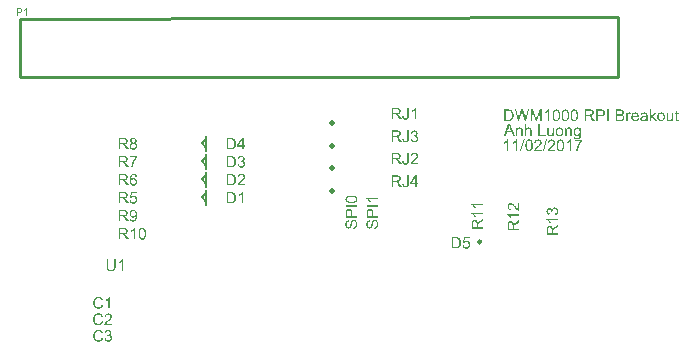
<source format=gto>
G04 Layer_Color=65535*
%FSLAX25Y25*%
%MOIN*%
G70*
G01*
G75*
%ADD19C,0.01000*%
%ADD20C,0.00800*%
%ADD25C,0.00984*%
%ADD26C,0.01968*%
G36*
X206947Y51167D02*
X206994Y51161D01*
X207041Y51155D01*
X207099Y51143D01*
X207158Y51126D01*
X207292Y51085D01*
X207368Y51056D01*
X207438Y51015D01*
X207509Y50974D01*
X207579Y50927D01*
X207649Y50869D01*
X207719Y50804D01*
X207725Y50798D01*
X207737Y50787D01*
X207749Y50769D01*
X207772Y50740D01*
X207801Y50705D01*
X207830Y50658D01*
X207860Y50605D01*
X207889Y50553D01*
X207924Y50488D01*
X207953Y50418D01*
X207982Y50342D01*
X208012Y50260D01*
X208035Y50172D01*
X208047Y50079D01*
X208059Y49979D01*
X208064Y49880D01*
Y49874D01*
Y49856D01*
Y49833D01*
X208059Y49798D01*
X208053Y49751D01*
X208047Y49705D01*
X208041Y49646D01*
X208029Y49588D01*
X207994Y49453D01*
X207936Y49312D01*
X207906Y49242D01*
X207866Y49178D01*
X207819Y49108D01*
X207766Y49043D01*
X207760Y49038D01*
X207754Y49032D01*
X207737Y49014D01*
X207713Y48991D01*
X207678Y48967D01*
X207643Y48938D01*
X207602Y48903D01*
X207555Y48874D01*
X207438Y48804D01*
X207304Y48745D01*
X207152Y48692D01*
X207070Y48675D01*
X206982Y48663D01*
X206918Y49137D01*
X206924D01*
X206935Y49143D01*
X206959D01*
X206982Y49155D01*
X207052Y49172D01*
X207140Y49201D01*
X207234Y49237D01*
X207333Y49283D01*
X207421Y49342D01*
X207497Y49406D01*
X207503Y49418D01*
X207526Y49441D01*
X207550Y49482D01*
X207585Y49541D01*
X207614Y49605D01*
X207643Y49687D01*
X207667Y49780D01*
X207672Y49880D01*
Y49886D01*
Y49898D01*
Y49915D01*
X207667Y49938D01*
X207661Y49997D01*
X207643Y50073D01*
X207614Y50167D01*
X207579Y50260D01*
X207520Y50354D01*
X207444Y50442D01*
X207433Y50453D01*
X207403Y50477D01*
X207357Y50512D01*
X207286Y50559D01*
X207204Y50599D01*
X207105Y50635D01*
X206994Y50658D01*
X206871Y50670D01*
X206842D01*
X206818Y50664D01*
X206760Y50658D01*
X206684Y50640D01*
X206602Y50617D01*
X206508Y50576D01*
X206420Y50524D01*
X206339Y50453D01*
X206327Y50442D01*
X206304Y50418D01*
X206274Y50371D01*
X206233Y50307D01*
X206192Y50231D01*
X206163Y50137D01*
X206140Y50038D01*
X206128Y49921D01*
Y49915D01*
Y49898D01*
Y49868D01*
X206134Y49827D01*
X206140Y49780D01*
X206146Y49722D01*
X206157Y49658D01*
X206175Y49588D01*
X205760Y49640D01*
Y49646D01*
Y49669D01*
X205765Y49693D01*
Y49716D01*
Y49722D01*
Y49728D01*
Y49745D01*
Y49769D01*
X205760Y49821D01*
X205748Y49898D01*
X205730Y49979D01*
X205701Y50067D01*
X205666Y50161D01*
X205613Y50254D01*
X205607Y50266D01*
X205584Y50295D01*
X205543Y50330D01*
X205490Y50377D01*
X205426Y50424D01*
X205344Y50459D01*
X205245Y50488D01*
X205128Y50500D01*
X205087D01*
X205040Y50488D01*
X204976Y50477D01*
X204911Y50459D01*
X204841Y50424D01*
X204765Y50383D01*
X204701Y50324D01*
X204695Y50319D01*
X204671Y50295D01*
X204642Y50254D01*
X204613Y50202D01*
X204578Y50137D01*
X204554Y50061D01*
X204531Y49974D01*
X204525Y49874D01*
Y49868D01*
Y49862D01*
Y49827D01*
X204537Y49775D01*
X204549Y49716D01*
X204566Y49640D01*
X204601Y49564D01*
X204642Y49488D01*
X204701Y49412D01*
X204706Y49406D01*
X204730Y49383D01*
X204771Y49353D01*
X204829Y49318D01*
X204900Y49277D01*
X204987Y49242D01*
X205093Y49207D01*
X205215Y49184D01*
X205134Y48710D01*
X205128D01*
X205110Y48716D01*
X205087Y48722D01*
X205058Y48728D01*
X205016Y48739D01*
X204970Y48751D01*
X204864Y48792D01*
X204747Y48839D01*
X204625Y48909D01*
X204507Y48991D01*
X204402Y49096D01*
X204396Y49102D01*
X204391Y49108D01*
X204379Y49125D01*
X204361Y49155D01*
X204344Y49184D01*
X204320Y49219D01*
X204268Y49307D01*
X204221Y49418D01*
X204180Y49552D01*
X204151Y49699D01*
X204139Y49780D01*
Y49862D01*
Y49868D01*
Y49874D01*
Y49892D01*
Y49915D01*
X204145Y49974D01*
X204156Y50050D01*
X204174Y50137D01*
X204198Y50237D01*
X204233Y50336D01*
X204279Y50436D01*
Y50442D01*
X204285Y50447D01*
X204303Y50482D01*
X204332Y50529D01*
X204373Y50588D01*
X204426Y50652D01*
X204490Y50722D01*
X204566Y50787D01*
X204648Y50845D01*
X204660Y50851D01*
X204689Y50869D01*
X204736Y50892D01*
X204794Y50915D01*
X204870Y50939D01*
X204952Y50962D01*
X205040Y50980D01*
X205139Y50986D01*
X205180D01*
X205227Y50980D01*
X205286Y50968D01*
X205356Y50950D01*
X205432Y50927D01*
X205514Y50898D01*
X205590Y50851D01*
X205602Y50845D01*
X205625Y50828D01*
X205660Y50792D01*
X205707Y50752D01*
X205760Y50693D01*
X205812Y50629D01*
X205871Y50547D01*
X205917Y50453D01*
Y50459D01*
X205923Y50471D01*
Y50488D01*
X205935Y50512D01*
X205953Y50570D01*
X205988Y50646D01*
X206029Y50728D01*
X206087Y50816D01*
X206157Y50904D01*
X206245Y50980D01*
X206257Y50986D01*
X206292Y51009D01*
X206345Y51038D01*
X206415Y51079D01*
X206502Y51114D01*
X206608Y51143D01*
X206731Y51167D01*
X206865Y51173D01*
X206912D01*
X206947Y51167D01*
D02*
G37*
G36*
X208000Y46978D02*
X204993D01*
X204999Y46973D01*
X205022Y46949D01*
X205052Y46908D01*
X205093Y46856D01*
X205145Y46791D01*
X205198Y46715D01*
X205262Y46627D01*
X205321Y46528D01*
Y46522D01*
X205327Y46516D01*
X205350Y46481D01*
X205379Y46428D01*
X205414Y46364D01*
X205455Y46288D01*
X205490Y46206D01*
X205531Y46118D01*
X205566Y46036D01*
X205104D01*
Y46042D01*
X205098Y46054D01*
X205087Y46077D01*
X205069Y46101D01*
X205052Y46136D01*
X205034Y46177D01*
X204981Y46270D01*
X204917Y46376D01*
X204841Y46493D01*
X204753Y46610D01*
X204660Y46721D01*
X204654Y46727D01*
X204648Y46733D01*
X204613Y46768D01*
X204560Y46820D01*
X204496Y46885D01*
X204414Y46955D01*
X204326Y47025D01*
X204233Y47089D01*
X204139Y47142D01*
Y47452D01*
X208000D01*
Y46978D01*
D02*
G37*
G36*
Y44744D02*
X207204Y44235D01*
X207199D01*
X207187Y44223D01*
X207169Y44211D01*
X207146Y44200D01*
X207087Y44159D01*
X207011Y44106D01*
X206924Y44047D01*
X206836Y43983D01*
X206754Y43925D01*
X206678Y43866D01*
X206672Y43860D01*
X206649Y43843D01*
X206613Y43813D01*
X206573Y43784D01*
X206491Y43696D01*
X206450Y43655D01*
X206420Y43609D01*
X206415Y43603D01*
X206409Y43591D01*
X206397Y43568D01*
X206380Y43538D01*
X206345Y43468D01*
X206315Y43381D01*
Y43375D01*
X206309Y43363D01*
Y43340D01*
X206304Y43310D01*
X206298Y43270D01*
Y43223D01*
X206292Y43164D01*
Y43094D01*
Y42509D01*
X208000D01*
Y42000D01*
X204156D01*
Y43702D01*
Y43708D01*
Y43726D01*
Y43749D01*
Y43784D01*
X204162Y43831D01*
Y43878D01*
X204168Y43995D01*
X204180Y44118D01*
X204203Y44246D01*
X204227Y44369D01*
X204244Y44428D01*
X204262Y44480D01*
Y44486D01*
X204268Y44492D01*
X204279Y44527D01*
X204309Y44574D01*
X204350Y44633D01*
X204396Y44703D01*
X204461Y44773D01*
X204537Y44843D01*
X204630Y44908D01*
X204642Y44913D01*
X204677Y44931D01*
X204730Y44960D01*
X204800Y44989D01*
X204888Y45019D01*
X204987Y45048D01*
X205093Y45065D01*
X205209Y45071D01*
X205251D01*
X205280Y45065D01*
X205315D01*
X205356Y45060D01*
X205449Y45036D01*
X205561Y45007D01*
X205672Y44960D01*
X205789Y44890D01*
X205847Y44849D01*
X205900Y44802D01*
X205911Y44790D01*
X205923Y44773D01*
X205947Y44755D01*
X205964Y44726D01*
X205993Y44691D01*
X206017Y44650D01*
X206046Y44603D01*
X206075Y44551D01*
X206105Y44486D01*
X206134Y44422D01*
X206163Y44346D01*
X206192Y44270D01*
X206216Y44182D01*
X206233Y44089D01*
X206251Y43989D01*
X206257Y44001D01*
X206268Y44024D01*
X206286Y44059D01*
X206309Y44100D01*
X206374Y44200D01*
X206409Y44252D01*
X206444Y44293D01*
X206456Y44305D01*
X206479Y44334D01*
X206526Y44375D01*
X206584Y44428D01*
X206660Y44492D01*
X206748Y44562D01*
X206848Y44638D01*
X206959Y44714D01*
X208000Y45381D01*
Y44744D01*
D02*
G37*
G36*
X195000Y46244D02*
X194204Y45735D01*
X194199D01*
X194187Y45723D01*
X194169Y45711D01*
X194146Y45700D01*
X194087Y45659D01*
X194011Y45606D01*
X193924Y45548D01*
X193836Y45483D01*
X193754Y45425D01*
X193678Y45366D01*
X193672Y45360D01*
X193649Y45343D01*
X193614Y45314D01*
X193573Y45284D01*
X193491Y45197D01*
X193450Y45156D01*
X193421Y45109D01*
X193415Y45103D01*
X193409Y45091D01*
X193397Y45068D01*
X193379Y45039D01*
X193344Y44968D01*
X193315Y44881D01*
Y44875D01*
X193309Y44863D01*
Y44840D01*
X193304Y44810D01*
X193298Y44769D01*
Y44723D01*
X193292Y44664D01*
Y44594D01*
Y44009D01*
X195000D01*
Y43500D01*
X191156D01*
Y45202D01*
Y45208D01*
Y45226D01*
Y45249D01*
Y45284D01*
X191162Y45331D01*
Y45378D01*
X191168Y45495D01*
X191180Y45618D01*
X191203Y45746D01*
X191227Y45869D01*
X191244Y45928D01*
X191262Y45980D01*
Y45986D01*
X191268Y45992D01*
X191279Y46027D01*
X191309Y46074D01*
X191350Y46132D01*
X191396Y46203D01*
X191461Y46273D01*
X191537Y46343D01*
X191630Y46407D01*
X191642Y46413D01*
X191677Y46431D01*
X191730Y46460D01*
X191800Y46489D01*
X191888Y46519D01*
X191987Y46548D01*
X192093Y46565D01*
X192209Y46571D01*
X192251D01*
X192280Y46565D01*
X192315D01*
X192356Y46560D01*
X192449Y46536D01*
X192561Y46507D01*
X192672Y46460D01*
X192789Y46390D01*
X192847Y46349D01*
X192900Y46302D01*
X192912Y46290D01*
X192923Y46273D01*
X192947Y46255D01*
X192964Y46226D01*
X192993Y46191D01*
X193017Y46150D01*
X193046Y46103D01*
X193075Y46051D01*
X193105Y45986D01*
X193134Y45922D01*
X193163Y45846D01*
X193192Y45770D01*
X193216Y45682D01*
X193233Y45588D01*
X193251Y45489D01*
X193257Y45501D01*
X193268Y45524D01*
X193286Y45559D01*
X193309Y45600D01*
X193374Y45700D01*
X193409Y45752D01*
X193444Y45793D01*
X193456Y45805D01*
X193479Y45834D01*
X193526Y45875D01*
X193584Y45928D01*
X193660Y45992D01*
X193748Y46062D01*
X193848Y46138D01*
X193959Y46214D01*
X195000Y46881D01*
Y46244D01*
D02*
G37*
G36*
X183000Y46744D02*
X182204Y46235D01*
X182199D01*
X182187Y46223D01*
X182169Y46211D01*
X182146Y46200D01*
X182087Y46159D01*
X182011Y46106D01*
X181924Y46047D01*
X181836Y45983D01*
X181754Y45925D01*
X181678Y45866D01*
X181672Y45860D01*
X181649Y45843D01*
X181614Y45814D01*
X181573Y45784D01*
X181491Y45696D01*
X181450Y45656D01*
X181421Y45609D01*
X181415Y45603D01*
X181409Y45591D01*
X181397Y45568D01*
X181379Y45538D01*
X181344Y45468D01*
X181315Y45381D01*
Y45375D01*
X181309Y45363D01*
Y45340D01*
X181304Y45310D01*
X181298Y45270D01*
Y45223D01*
X181292Y45164D01*
Y45094D01*
Y44509D01*
X183000D01*
Y44000D01*
X179156D01*
Y45702D01*
Y45708D01*
Y45726D01*
Y45749D01*
Y45784D01*
X179162Y45831D01*
Y45878D01*
X179168Y45995D01*
X179180Y46118D01*
X179203Y46246D01*
X179227Y46369D01*
X179244Y46428D01*
X179262Y46480D01*
Y46486D01*
X179268Y46492D01*
X179279Y46527D01*
X179309Y46574D01*
X179350Y46633D01*
X179396Y46703D01*
X179461Y46773D01*
X179537Y46843D01*
X179630Y46907D01*
X179642Y46913D01*
X179677Y46931D01*
X179730Y46960D01*
X179800Y46989D01*
X179888Y47019D01*
X179987Y47048D01*
X180093Y47065D01*
X180210Y47071D01*
X180251D01*
X180280Y47065D01*
X180315D01*
X180356Y47060D01*
X180449Y47036D01*
X180561Y47007D01*
X180672Y46960D01*
X180789Y46890D01*
X180847Y46849D01*
X180900Y46802D01*
X180912Y46790D01*
X180923Y46773D01*
X180947Y46755D01*
X180964Y46726D01*
X180993Y46691D01*
X181017Y46650D01*
X181046Y46603D01*
X181075Y46551D01*
X181105Y46486D01*
X181134Y46422D01*
X181163Y46346D01*
X181192Y46270D01*
X181216Y46182D01*
X181233Y46088D01*
X181251Y45989D01*
X181257Y46001D01*
X181268Y46024D01*
X181286Y46059D01*
X181309Y46100D01*
X181374Y46200D01*
X181409Y46252D01*
X181444Y46293D01*
X181456Y46305D01*
X181479Y46334D01*
X181526Y46375D01*
X181584Y46428D01*
X181660Y46492D01*
X181748Y46562D01*
X181848Y46638D01*
X181959Y46714D01*
X183000Y47381D01*
Y46744D01*
D02*
G37*
G36*
X195000Y50093D02*
X194936D01*
X194895Y50099D01*
X194848Y50105D01*
X194795Y50111D01*
X194737Y50128D01*
X194678Y50146D01*
X194672D01*
X194667Y50151D01*
X194631Y50163D01*
X194585Y50187D01*
X194515Y50222D01*
X194438Y50263D01*
X194351Y50321D01*
X194263Y50380D01*
X194169Y50456D01*
X194163D01*
X194158Y50467D01*
X194123Y50497D01*
X194070Y50543D01*
X194000Y50614D01*
X193918Y50701D01*
X193818Y50807D01*
X193707Y50935D01*
X193584Y51076D01*
X193578Y51082D01*
X193561Y51105D01*
X193537Y51134D01*
X193497Y51175D01*
X193456Y51228D01*
X193403Y51286D01*
X193292Y51415D01*
X193157Y51555D01*
X193023Y51696D01*
X192958Y51766D01*
X192894Y51824D01*
X192830Y51877D01*
X192771Y51924D01*
X192765D01*
X192759Y51936D01*
X192742Y51947D01*
X192719Y51959D01*
X192660Y51994D01*
X192584Y52035D01*
X192496Y52076D01*
X192403Y52111D01*
X192297Y52135D01*
X192198Y52146D01*
X192186D01*
X192151Y52140D01*
X192098Y52135D01*
X192034Y52123D01*
X191958Y52094D01*
X191882Y52059D01*
X191800Y52012D01*
X191724Y51942D01*
X191718Y51930D01*
X191695Y51906D01*
X191665Y51860D01*
X191624Y51801D01*
X191589Y51725D01*
X191560Y51637D01*
X191537Y51532D01*
X191531Y51415D01*
Y51409D01*
Y51398D01*
Y51380D01*
X191537Y51357D01*
X191543Y51298D01*
X191554Y51222D01*
X191584Y51134D01*
X191619Y51041D01*
X191671Y50953D01*
X191742Y50871D01*
X191753Y50865D01*
X191777Y50842D01*
X191823Y50807D01*
X191888Y50772D01*
X191970Y50731D01*
X192063Y50701D01*
X192174Y50678D01*
X192303Y50666D01*
X192251Y50181D01*
X192227D01*
X192198Y50187D01*
X192163Y50192D01*
X192116Y50204D01*
X192063Y50210D01*
X191946Y50245D01*
X191812Y50292D01*
X191677Y50356D01*
X191543Y50444D01*
X191484Y50491D01*
X191426Y50549D01*
X191420Y50555D01*
X191414Y50567D01*
X191396Y50584D01*
X191379Y50608D01*
X191361Y50643D01*
X191332Y50684D01*
X191309Y50731D01*
X191279Y50783D01*
X191256Y50842D01*
X191227Y50906D01*
X191203Y50982D01*
X191186Y51058D01*
X191151Y51234D01*
X191145Y51327D01*
X191139Y51427D01*
Y51433D01*
Y51450D01*
Y51479D01*
X191145Y51520D01*
X191151Y51567D01*
X191156Y51620D01*
X191162Y51678D01*
X191180Y51743D01*
X191215Y51883D01*
X191268Y52029D01*
X191303Y52105D01*
X191344Y52175D01*
X191396Y52240D01*
X191449Y52304D01*
X191455Y52310D01*
X191461Y52316D01*
X191478Y52333D01*
X191502Y52357D01*
X191537Y52380D01*
X191572Y52410D01*
X191660Y52468D01*
X191771Y52526D01*
X191900Y52579D01*
X192046Y52620D01*
X192128Y52626D01*
X192209Y52632D01*
X192251D01*
X192297Y52626D01*
X192356Y52620D01*
X192426Y52609D01*
X192502Y52591D01*
X192584Y52567D01*
X192666Y52532D01*
X192677Y52526D01*
X192707Y52515D01*
X192748Y52491D01*
X192806Y52456D01*
X192876Y52415D01*
X192958Y52363D01*
X193040Y52293D01*
X193134Y52217D01*
X193146Y52205D01*
X193181Y52175D01*
X193233Y52123D01*
X193268Y52088D01*
X193309Y52047D01*
X193356Y52000D01*
X193409Y51942D01*
X193461Y51883D01*
X193526Y51819D01*
X193590Y51749D01*
X193660Y51667D01*
X193730Y51585D01*
X193812Y51491D01*
X193818Y51485D01*
X193830Y51474D01*
X193848Y51450D01*
X193871Y51421D01*
X193929Y51351D01*
X194006Y51263D01*
X194087Y51175D01*
X194169Y51082D01*
X194239Y51006D01*
X194269Y50976D01*
X194298Y50947D01*
X194304Y50941D01*
X194321Y50929D01*
X194345Y50906D01*
X194380Y50877D01*
X194456Y50813D01*
X194550Y50748D01*
Y52638D01*
X195000D01*
Y50093D01*
D02*
G37*
G36*
Y48478D02*
X191993D01*
X191999Y48472D01*
X192022Y48449D01*
X192052Y48408D01*
X192093Y48355D01*
X192145Y48291D01*
X192198Y48215D01*
X192262Y48127D01*
X192321Y48028D01*
Y48022D01*
X192326Y48016D01*
X192350Y47981D01*
X192379Y47928D01*
X192414Y47864D01*
X192455Y47788D01*
X192490Y47706D01*
X192531Y47618D01*
X192566Y47537D01*
X192104D01*
Y47542D01*
X192098Y47554D01*
X192087Y47577D01*
X192069Y47601D01*
X192052Y47636D01*
X192034Y47677D01*
X191981Y47771D01*
X191917Y47876D01*
X191841Y47993D01*
X191753Y48110D01*
X191660Y48221D01*
X191654Y48227D01*
X191648Y48233D01*
X191613Y48268D01*
X191560Y48320D01*
X191496Y48385D01*
X191414Y48455D01*
X191326Y48525D01*
X191233Y48590D01*
X191139Y48642D01*
Y48952D01*
X195000D01*
Y48478D01*
D02*
G37*
G36*
X197394Y77469D02*
X197400Y77474D01*
X197412Y77486D01*
X197430Y77504D01*
X197453Y77527D01*
X197488Y77556D01*
X197523Y77592D01*
X197570Y77621D01*
X197623Y77662D01*
X197681Y77697D01*
X197740Y77726D01*
X197886Y77790D01*
X197962Y77814D01*
X198044Y77831D01*
X198132Y77843D01*
X198225Y77849D01*
X198278D01*
X198336Y77843D01*
X198406Y77831D01*
X198488Y77820D01*
X198576Y77796D01*
X198670Y77767D01*
X198757Y77726D01*
X198769Y77720D01*
X198793Y77703D01*
X198834Y77674D01*
X198886Y77638D01*
X198939Y77592D01*
X198992Y77533D01*
X199044Y77463D01*
X199085Y77387D01*
X199091Y77375D01*
X199103Y77346D01*
X199114Y77299D01*
X199138Y77229D01*
X199155Y77141D01*
X199167Y77030D01*
X199179Y76907D01*
X199185Y76761D01*
Y75000D01*
X198711D01*
Y76767D01*
Y76773D01*
Y76784D01*
Y76802D01*
Y76825D01*
X198705Y76884D01*
X198693Y76966D01*
X198670Y77047D01*
X198646Y77129D01*
X198605Y77211D01*
X198553Y77281D01*
X198547Y77287D01*
X198523Y77305D01*
X198488Y77334D01*
X198442Y77363D01*
X198383Y77393D01*
X198307Y77422D01*
X198225Y77439D01*
X198126Y77445D01*
X198091D01*
X198050Y77439D01*
X197997Y77434D01*
X197938Y77416D01*
X197868Y77399D01*
X197798Y77369D01*
X197728Y77334D01*
X197722Y77328D01*
X197699Y77317D01*
X197669Y77287D01*
X197628Y77258D01*
X197587Y77211D01*
X197541Y77165D01*
X197505Y77100D01*
X197470Y77036D01*
X197465Y77030D01*
X197459Y77001D01*
X197447Y76960D01*
X197435Y76901D01*
X197418Y76825D01*
X197406Y76737D01*
X197400Y76638D01*
X197394Y76521D01*
Y75000D01*
X196921D01*
Y78843D01*
X197394D01*
Y77469D01*
D02*
G37*
G36*
X193586Y75000D02*
X193013D01*
X192568Y76164D01*
X190954D01*
X190538Y75000D01*
X190000D01*
X191468Y78843D01*
X192024D01*
X193586Y75000D01*
D02*
G37*
G36*
X208585Y77843D02*
X208638Y77837D01*
X208691Y77831D01*
X208755Y77820D01*
X208825Y77802D01*
X208972Y77755D01*
X209048Y77726D01*
X209130Y77691D01*
X209206Y77644D01*
X209282Y77592D01*
X209358Y77533D01*
X209428Y77469D01*
X209434Y77463D01*
X209445Y77451D01*
X209463Y77428D01*
X209486Y77399D01*
X209516Y77363D01*
X209545Y77317D01*
X209580Y77258D01*
X209615Y77200D01*
X209644Y77129D01*
X209679Y77047D01*
X209709Y76966D01*
X209738Y76872D01*
X209761Y76773D01*
X209779Y76661D01*
X209790Y76550D01*
X209796Y76427D01*
Y76422D01*
Y76404D01*
Y76375D01*
Y76340D01*
X209790Y76293D01*
Y76240D01*
X209785Y76182D01*
X209779Y76117D01*
X209755Y75983D01*
X209726Y75842D01*
X209685Y75702D01*
X209633Y75579D01*
Y75573D01*
X209627Y75567D01*
X209603Y75526D01*
X209562Y75474D01*
X209510Y75404D01*
X209445Y75328D01*
X209364Y75252D01*
X209270Y75175D01*
X209159Y75105D01*
X209153D01*
X209147Y75099D01*
X209130Y75088D01*
X209106Y75082D01*
X209042Y75053D01*
X208960Y75023D01*
X208860Y74988D01*
X208749Y74965D01*
X208626Y74941D01*
X208492Y74936D01*
X208433D01*
X208392Y74941D01*
X208346Y74947D01*
X208287Y74953D01*
X208223Y74965D01*
X208153Y74982D01*
X208006Y75029D01*
X207924Y75059D01*
X207848Y75094D01*
X207766Y75135D01*
X207690Y75187D01*
X207614Y75246D01*
X207544Y75310D01*
X207538Y75316D01*
X207527Y75328D01*
X207509Y75351D01*
X207491Y75380D01*
X207462Y75421D01*
X207433Y75468D01*
X207398Y75521D01*
X207369Y75585D01*
X207334Y75661D01*
X207298Y75737D01*
X207269Y75831D01*
X207246Y75924D01*
X207222Y76030D01*
X207205Y76141D01*
X207193Y76264D01*
X207187Y76392D01*
Y76404D01*
Y76427D01*
X207193Y76468D01*
Y76521D01*
X207199Y76585D01*
X207211Y76656D01*
X207222Y76737D01*
X207240Y76825D01*
X207263Y76919D01*
X207293Y77012D01*
X207328Y77106D01*
X207369Y77200D01*
X207416Y77293D01*
X207474Y77381D01*
X207538Y77463D01*
X207614Y77539D01*
X207620Y77545D01*
X207632Y77551D01*
X207649Y77568D01*
X207679Y77586D01*
X207714Y77609D01*
X207755Y77638D01*
X207802Y77668D01*
X207860Y77697D01*
X207919Y77720D01*
X207983Y77750D01*
X208135Y77802D01*
X208305Y77837D01*
X208398Y77843D01*
X208492Y77849D01*
X208544D01*
X208585Y77843D01*
D02*
G37*
G36*
X201946Y75450D02*
X203835D01*
Y75000D01*
X201437D01*
Y78843D01*
X201946D01*
Y75450D01*
D02*
G37*
G36*
X211750Y77843D02*
X211809Y77837D01*
X211879Y77825D01*
X211961Y77808D01*
X212037Y77785D01*
X212119Y77755D01*
X212130Y77750D01*
X212154Y77738D01*
X212189Y77720D01*
X212236Y77691D01*
X212288Y77656D01*
X212341Y77615D01*
X212394Y77568D01*
X212435Y77516D01*
X212441Y77510D01*
X212452Y77492D01*
X212470Y77457D01*
X212493Y77416D01*
X212517Y77369D01*
X212540Y77311D01*
X212563Y77241D01*
X212581Y77170D01*
Y77165D01*
X212587Y77147D01*
X212593Y77112D01*
X212598Y77065D01*
Y77001D01*
X212604Y76919D01*
X212610Y76825D01*
Y76708D01*
Y75000D01*
X212136D01*
Y76691D01*
Y76696D01*
Y76702D01*
Y76737D01*
Y76790D01*
X212130Y76854D01*
X212125Y76919D01*
X212113Y76995D01*
X212095Y77059D01*
X212078Y77118D01*
Y77124D01*
X212066Y77141D01*
X212054Y77170D01*
X212037Y77200D01*
X212008Y77241D01*
X211973Y77276D01*
X211932Y77317D01*
X211885Y77352D01*
X211879Y77358D01*
X211861Y77363D01*
X211832Y77381D01*
X211791Y77399D01*
X211744Y77410D01*
X211686Y77428D01*
X211627Y77434D01*
X211557Y77439D01*
X211505D01*
X211452Y77428D01*
X211376Y77416D01*
X211294Y77393D01*
X211212Y77358D01*
X211119Y77311D01*
X211037Y77246D01*
X211025Y77235D01*
X211001Y77205D01*
X210966Y77159D01*
X210949Y77124D01*
X210931Y77083D01*
X210908Y77036D01*
X210890Y76983D01*
X210873Y76925D01*
X210855Y76860D01*
X210838Y76784D01*
X210832Y76702D01*
X210820Y76615D01*
Y76521D01*
Y75000D01*
X210346D01*
Y77785D01*
X210773D01*
Y77387D01*
X210779Y77393D01*
X210785Y77404D01*
X210803Y77428D01*
X210832Y77457D01*
X210861Y77492D01*
X210902Y77533D01*
X210943Y77574D01*
X210996Y77621D01*
X211060Y77662D01*
X211124Y77703D01*
X211194Y77744D01*
X211277Y77779D01*
X211358Y77808D01*
X211452Y77831D01*
X211551Y77843D01*
X211657Y77849D01*
X211698D01*
X211750Y77843D01*
D02*
G37*
G36*
X195341D02*
X195399Y77837D01*
X195470Y77825D01*
X195552Y77808D01*
X195628Y77785D01*
X195710Y77755D01*
X195721Y77750D01*
X195745Y77738D01*
X195780Y77720D01*
X195827Y77691D01*
X195879Y77656D01*
X195932Y77615D01*
X195984Y77568D01*
X196026Y77516D01*
X196031Y77510D01*
X196043Y77492D01*
X196061Y77457D01*
X196084Y77416D01*
X196107Y77369D01*
X196131Y77311D01*
X196154Y77241D01*
X196172Y77170D01*
Y77165D01*
X196178Y77147D01*
X196183Y77112D01*
X196189Y77065D01*
Y77001D01*
X196195Y76919D01*
X196201Y76825D01*
Y76708D01*
Y75000D01*
X195727D01*
Y76691D01*
Y76696D01*
Y76702D01*
Y76737D01*
Y76790D01*
X195721Y76854D01*
X195715Y76919D01*
X195704Y76995D01*
X195686Y77059D01*
X195669Y77118D01*
Y77124D01*
X195657Y77141D01*
X195645Y77170D01*
X195628Y77200D01*
X195598Y77241D01*
X195563Y77276D01*
X195522Y77317D01*
X195476Y77352D01*
X195470Y77358D01*
X195452Y77363D01*
X195423Y77381D01*
X195382Y77399D01*
X195335Y77410D01*
X195277Y77428D01*
X195218Y77434D01*
X195148Y77439D01*
X195095D01*
X195043Y77428D01*
X194967Y77416D01*
X194885Y77393D01*
X194803Y77358D01*
X194709Y77311D01*
X194627Y77246D01*
X194616Y77235D01*
X194592Y77205D01*
X194557Y77159D01*
X194540Y77124D01*
X194522Y77083D01*
X194499Y77036D01*
X194481Y76983D01*
X194464Y76925D01*
X194446Y76860D01*
X194428Y76784D01*
X194423Y76702D01*
X194411Y76615D01*
Y76521D01*
Y75000D01*
X193937D01*
Y77785D01*
X194364D01*
Y77387D01*
X194370Y77393D01*
X194376Y77404D01*
X194393Y77428D01*
X194423Y77457D01*
X194452Y77492D01*
X194493Y77533D01*
X194534Y77574D01*
X194586Y77621D01*
X194651Y77662D01*
X194715Y77703D01*
X194785Y77744D01*
X194867Y77779D01*
X194949Y77808D01*
X195043Y77831D01*
X195142Y77843D01*
X195247Y77849D01*
X195288D01*
X195341Y77843D01*
D02*
G37*
G36*
X206626Y75000D02*
X206205D01*
Y75404D01*
X206199Y75398D01*
X206187Y75386D01*
X206169Y75363D01*
X206146Y75333D01*
X206111Y75292D01*
X206070Y75257D01*
X206023Y75211D01*
X205971Y75170D01*
X205912Y75129D01*
X205848Y75082D01*
X205772Y75047D01*
X205696Y75012D01*
X205608Y74977D01*
X205520Y74953D01*
X205421Y74941D01*
X205321Y74936D01*
X205280D01*
X205233Y74941D01*
X205169Y74947D01*
X205099Y74959D01*
X205023Y74977D01*
X204941Y75000D01*
X204859Y75029D01*
X204847Y75035D01*
X204824Y75047D01*
X204789Y75064D01*
X204742Y75094D01*
X204689Y75129D01*
X204637Y75170D01*
X204590Y75211D01*
X204543Y75263D01*
X204537Y75269D01*
X204525Y75287D01*
X204508Y75322D01*
X204490Y75363D01*
X204461Y75415D01*
X204438Y75474D01*
X204414Y75538D01*
X204397Y75614D01*
Y75620D01*
X204391Y75643D01*
Y75673D01*
X204385Y75720D01*
X204379Y75784D01*
Y75860D01*
X204374Y75948D01*
Y76053D01*
Y77785D01*
X204847D01*
Y76234D01*
Y76228D01*
Y76217D01*
Y76199D01*
Y76176D01*
Y76112D01*
X204853Y76035D01*
Y75954D01*
X204859Y75872D01*
X204865Y75796D01*
X204871Y75737D01*
Y75731D01*
X204882Y75708D01*
X204894Y75673D01*
X204912Y75632D01*
X204935Y75585D01*
X204970Y75532D01*
X205011Y75486D01*
X205058Y75445D01*
X205064Y75439D01*
X205087Y75427D01*
X205116Y75410D01*
X205157Y75392D01*
X205210Y75374D01*
X205269Y75357D01*
X205339Y75345D01*
X205415Y75339D01*
X205450D01*
X205491Y75345D01*
X205543Y75351D01*
X205602Y75363D01*
X205666Y75386D01*
X205736Y75410D01*
X205807Y75445D01*
X205813Y75450D01*
X205836Y75468D01*
X205871Y75491D01*
X205912Y75526D01*
X205953Y75567D01*
X206000Y75620D01*
X206035Y75679D01*
X206070Y75743D01*
X206076Y75755D01*
X206082Y75778D01*
X206093Y75819D01*
X206111Y75883D01*
X206129Y75959D01*
X206140Y76053D01*
X206146Y76164D01*
X206152Y76287D01*
Y77785D01*
X206626D01*
Y75000D01*
D02*
G37*
G36*
X183000Y48978D02*
X179993D01*
X179999Y48972D01*
X180022Y48949D01*
X180052Y48908D01*
X180093Y48856D01*
X180145Y48791D01*
X180198Y48715D01*
X180262Y48627D01*
X180321Y48528D01*
Y48522D01*
X180326Y48516D01*
X180350Y48481D01*
X180379Y48428D01*
X180414Y48364D01*
X180455Y48288D01*
X180490Y48206D01*
X180531Y48118D01*
X180566Y48037D01*
X180104D01*
Y48042D01*
X180098Y48054D01*
X180087Y48077D01*
X180069Y48101D01*
X180052Y48136D01*
X180034Y48177D01*
X179981Y48270D01*
X179917Y48376D01*
X179841Y48493D01*
X179753Y48610D01*
X179660Y48721D01*
X179654Y48727D01*
X179648Y48733D01*
X179613Y48768D01*
X179560Y48820D01*
X179496Y48885D01*
X179414Y48955D01*
X179326Y49025D01*
X179233Y49090D01*
X179139Y49142D01*
Y49452D01*
X183000D01*
Y48978D01*
D02*
G37*
G36*
X99074Y74338D02*
X99179Y74332D01*
X99296Y74320D01*
X99407Y74303D01*
X99501Y74285D01*
X99507D01*
X99518Y74279D01*
X99530D01*
X99553Y74267D01*
X99618Y74250D01*
X99694Y74221D01*
X99782Y74186D01*
X99875Y74139D01*
X99969Y74080D01*
X100062Y74010D01*
X100068D01*
X100074Y73998D01*
X100115Y73963D01*
X100168Y73905D01*
X100232Y73829D01*
X100308Y73735D01*
X100384Y73624D01*
X100454Y73495D01*
X100519Y73349D01*
Y73343D01*
X100524Y73331D01*
X100530Y73308D01*
X100542Y73279D01*
X100554Y73244D01*
X100565Y73197D01*
X100583Y73144D01*
X100595Y73086D01*
X100606Y73021D01*
X100624Y72951D01*
X100647Y72799D01*
X100665Y72629D01*
X100671Y72442D01*
Y72436D01*
Y72425D01*
Y72401D01*
Y72366D01*
X100665Y72331D01*
Y72284D01*
X100659Y72179D01*
X100647Y72062D01*
X100624Y71927D01*
X100601Y71793D01*
X100565Y71664D01*
Y71658D01*
X100560Y71647D01*
X100554Y71629D01*
X100548Y71606D01*
X100524Y71547D01*
X100495Y71465D01*
X100460Y71377D01*
X100413Y71284D01*
X100361Y71190D01*
X100302Y71102D01*
X100296Y71091D01*
X100273Y71067D01*
X100244Y71026D01*
X100197Y70974D01*
X100150Y70921D01*
X100086Y70863D01*
X100021Y70804D01*
X99951Y70752D01*
X99945Y70746D01*
X99916Y70734D01*
X99875Y70711D01*
X99822Y70681D01*
X99758Y70652D01*
X99682Y70623D01*
X99594Y70594D01*
X99495Y70564D01*
X99483D01*
X99448Y70553D01*
X99395Y70547D01*
X99319Y70535D01*
X99232Y70523D01*
X99126Y70512D01*
X99009Y70506D01*
X98881Y70500D01*
X97500D01*
Y74343D01*
X98974D01*
X99074Y74338D01*
D02*
G37*
G36*
X102496Y68355D02*
X102572Y68343D01*
X102660Y68326D01*
X102759Y68303D01*
X102859Y68267D01*
X102958Y68221D01*
X102964D01*
X102970Y68215D01*
X103005Y68197D01*
X103052Y68168D01*
X103110Y68127D01*
X103174Y68074D01*
X103245Y68010D01*
X103309Y67934D01*
X103368Y67852D01*
X103373Y67840D01*
X103391Y67811D01*
X103414Y67764D01*
X103438Y67706D01*
X103461Y67630D01*
X103484Y67548D01*
X103502Y67460D01*
X103508Y67361D01*
Y67349D01*
Y67320D01*
X103502Y67273D01*
X103490Y67214D01*
X103473Y67144D01*
X103449Y67068D01*
X103420Y66986D01*
X103373Y66910D01*
X103368Y66899D01*
X103350Y66875D01*
X103315Y66840D01*
X103274Y66793D01*
X103216Y66741D01*
X103151Y66688D01*
X103069Y66629D01*
X102976Y66583D01*
X102981D01*
X102993Y66577D01*
X103011D01*
X103034Y66565D01*
X103093Y66548D01*
X103169Y66512D01*
X103251Y66471D01*
X103338Y66413D01*
X103426Y66343D01*
X103502Y66255D01*
X103508Y66243D01*
X103531Y66208D01*
X103561Y66156D01*
X103602Y66085D01*
X103637Y65998D01*
X103666Y65892D01*
X103689Y65769D01*
X103695Y65635D01*
Y65629D01*
Y65611D01*
Y65588D01*
X103689Y65553D01*
X103683Y65506D01*
X103678Y65459D01*
X103666Y65401D01*
X103648Y65342D01*
X103607Y65208D01*
X103578Y65132D01*
X103537Y65062D01*
X103496Y64991D01*
X103449Y64921D01*
X103391Y64851D01*
X103327Y64781D01*
X103321Y64775D01*
X103309Y64763D01*
X103291Y64751D01*
X103262Y64728D01*
X103227Y64699D01*
X103180Y64670D01*
X103128Y64640D01*
X103075Y64611D01*
X103011Y64576D01*
X102940Y64547D01*
X102865Y64518D01*
X102782Y64488D01*
X102695Y64465D01*
X102601Y64453D01*
X102502Y64442D01*
X102402Y64436D01*
X102356D01*
X102320Y64442D01*
X102274Y64447D01*
X102227Y64453D01*
X102168Y64459D01*
X102110Y64471D01*
X101975Y64506D01*
X101835Y64564D01*
X101765Y64594D01*
X101700Y64635D01*
X101630Y64681D01*
X101566Y64734D01*
X101560Y64740D01*
X101554Y64746D01*
X101537Y64763D01*
X101513Y64787D01*
X101490Y64822D01*
X101461Y64857D01*
X101425Y64898D01*
X101396Y64945D01*
X101326Y65062D01*
X101267Y65196D01*
X101215Y65348D01*
X101197Y65430D01*
X101186Y65518D01*
X101659Y65582D01*
Y65576D01*
X101665Y65565D01*
Y65541D01*
X101677Y65518D01*
X101694Y65448D01*
X101724Y65360D01*
X101759Y65266D01*
X101806Y65167D01*
X101864Y65079D01*
X101928Y65003D01*
X101940Y64997D01*
X101963Y64974D01*
X102005Y64951D01*
X102063Y64915D01*
X102127Y64886D01*
X102209Y64857D01*
X102303Y64833D01*
X102402Y64828D01*
X102437D01*
X102461Y64833D01*
X102519Y64839D01*
X102595Y64857D01*
X102689Y64886D01*
X102782Y64921D01*
X102876Y64980D01*
X102964Y65056D01*
X102976Y65067D01*
X102999Y65097D01*
X103034Y65144D01*
X103081Y65214D01*
X103122Y65296D01*
X103157Y65395D01*
X103180Y65506D01*
X103192Y65629D01*
Y65635D01*
Y65641D01*
Y65658D01*
X103186Y65682D01*
X103180Y65740D01*
X103163Y65816D01*
X103139Y65898D01*
X103098Y65992D01*
X103046Y66079D01*
X102976Y66161D01*
X102964Y66173D01*
X102940Y66197D01*
X102894Y66226D01*
X102829Y66267D01*
X102753Y66308D01*
X102660Y66337D01*
X102560Y66360D01*
X102443Y66372D01*
X102391D01*
X102350Y66366D01*
X102303Y66360D01*
X102244Y66354D01*
X102180Y66343D01*
X102110Y66325D01*
X102163Y66741D01*
X102192D01*
X102215Y66735D01*
X102291D01*
X102344Y66741D01*
X102420Y66752D01*
X102502Y66770D01*
X102589Y66799D01*
X102683Y66834D01*
X102777Y66887D01*
X102788Y66893D01*
X102818Y66916D01*
X102853Y66957D01*
X102900Y67010D01*
X102946Y67074D01*
X102981Y67156D01*
X103011Y67255D01*
X103022Y67372D01*
Y67378D01*
Y67384D01*
Y67413D01*
X103011Y67460D01*
X102999Y67524D01*
X102981Y67589D01*
X102946Y67659D01*
X102905Y67735D01*
X102847Y67799D01*
X102841Y67805D01*
X102818Y67829D01*
X102777Y67858D01*
X102724Y67887D01*
X102660Y67922D01*
X102584Y67946D01*
X102496Y67969D01*
X102397Y67975D01*
X102350D01*
X102297Y67963D01*
X102239Y67952D01*
X102163Y67934D01*
X102086Y67899D01*
X102010Y67858D01*
X101934Y67799D01*
X101928Y67794D01*
X101905Y67770D01*
X101876Y67729D01*
X101841Y67671D01*
X101800Y67601D01*
X101765Y67513D01*
X101730Y67407D01*
X101706Y67285D01*
X101232Y67366D01*
Y67372D01*
X101238Y67390D01*
X101244Y67413D01*
X101250Y67443D01*
X101261Y67484D01*
X101273Y67530D01*
X101314Y67636D01*
X101361Y67753D01*
X101431Y67875D01*
X101513Y67992D01*
X101618Y68098D01*
X101624Y68104D01*
X101630Y68110D01*
X101648Y68121D01*
X101677Y68139D01*
X101706Y68156D01*
X101741Y68180D01*
X101829Y68232D01*
X101940Y68279D01*
X102075Y68320D01*
X102221Y68349D01*
X102303Y68361D01*
X102437D01*
X102496Y68355D01*
D02*
G37*
G36*
X99074Y68338D02*
X99179Y68332D01*
X99296Y68320D01*
X99407Y68303D01*
X99501Y68285D01*
X99507D01*
X99518Y68279D01*
X99530D01*
X99553Y68267D01*
X99618Y68250D01*
X99694Y68221D01*
X99782Y68186D01*
X99875Y68139D01*
X99969Y68080D01*
X100062Y68010D01*
X100068D01*
X100074Y67998D01*
X100115Y67963D01*
X100168Y67905D01*
X100232Y67829D01*
X100308Y67735D01*
X100384Y67624D01*
X100454Y67495D01*
X100519Y67349D01*
Y67343D01*
X100524Y67331D01*
X100530Y67308D01*
X100542Y67279D01*
X100554Y67244D01*
X100565Y67197D01*
X100583Y67144D01*
X100595Y67086D01*
X100606Y67021D01*
X100624Y66951D01*
X100647Y66799D01*
X100665Y66629D01*
X100671Y66442D01*
Y66436D01*
Y66425D01*
Y66401D01*
Y66366D01*
X100665Y66331D01*
Y66284D01*
X100659Y66179D01*
X100647Y66062D01*
X100624Y65927D01*
X100601Y65793D01*
X100565Y65664D01*
Y65658D01*
X100560Y65647D01*
X100554Y65629D01*
X100548Y65606D01*
X100524Y65547D01*
X100495Y65465D01*
X100460Y65377D01*
X100413Y65284D01*
X100361Y65190D01*
X100302Y65102D01*
X100296Y65091D01*
X100273Y65067D01*
X100244Y65026D01*
X100197Y64974D01*
X100150Y64921D01*
X100086Y64863D01*
X100021Y64804D01*
X99951Y64751D01*
X99945Y64746D01*
X99916Y64734D01*
X99875Y64711D01*
X99822Y64681D01*
X99758Y64652D01*
X99682Y64623D01*
X99594Y64594D01*
X99495Y64564D01*
X99483D01*
X99448Y64553D01*
X99395Y64547D01*
X99319Y64535D01*
X99232Y64523D01*
X99126Y64512D01*
X99009Y64506D01*
X98881Y64500D01*
X97500D01*
Y68343D01*
X98974D01*
X99074Y68338D01*
D02*
G37*
G36*
X103163Y71851D02*
X103683D01*
Y71418D01*
X103163D01*
Y70500D01*
X102689D01*
Y71418D01*
X101022D01*
Y71851D01*
X102777Y74338D01*
X103163D01*
Y71851D01*
D02*
G37*
G36*
X69520Y44355D02*
X69591Y44344D01*
X69673Y44332D01*
X69766Y44308D01*
X69860Y44273D01*
X69947Y44232D01*
X69959Y44226D01*
X69988Y44209D01*
X70029Y44180D01*
X70088Y44144D01*
X70146Y44092D01*
X70211Y44028D01*
X70275Y43957D01*
X70333Y43876D01*
X70339Y43864D01*
X70357Y43834D01*
X70386Y43782D01*
X70421Y43718D01*
X70456Y43636D01*
X70497Y43536D01*
X70538Y43425D01*
X70573Y43302D01*
Y43296D01*
X70579Y43285D01*
Y43267D01*
X70585Y43238D01*
X70597Y43209D01*
X70603Y43168D01*
X70609Y43115D01*
X70620Y43062D01*
X70626Y42998D01*
X70632Y42934D01*
X70644Y42858D01*
X70649Y42776D01*
X70655Y42688D01*
Y42600D01*
X70661Y42395D01*
Y42390D01*
Y42366D01*
Y42331D01*
Y42284D01*
X70655Y42226D01*
Y42161D01*
X70649Y42085D01*
X70644Y42003D01*
X70626Y41828D01*
X70603Y41647D01*
X70568Y41465D01*
X70544Y41383D01*
X70521Y41301D01*
Y41296D01*
X70515Y41284D01*
X70509Y41260D01*
X70497Y41231D01*
X70480Y41196D01*
X70462Y41161D01*
X70415Y41067D01*
X70357Y40962D01*
X70287Y40857D01*
X70205Y40751D01*
X70105Y40658D01*
X70100D01*
X70094Y40646D01*
X70076Y40640D01*
X70059Y40623D01*
X69994Y40588D01*
X69918Y40547D01*
X69813Y40506D01*
X69696Y40471D01*
X69561Y40447D01*
X69409Y40436D01*
X69357D01*
X69316Y40442D01*
X69269Y40447D01*
X69216Y40459D01*
X69158Y40471D01*
X69093Y40483D01*
X68953Y40529D01*
X68877Y40564D01*
X68807Y40600D01*
X68731Y40646D01*
X68660Y40699D01*
X68596Y40757D01*
X68532Y40828D01*
X68526Y40833D01*
X68514Y40851D01*
X68497Y40880D01*
X68473Y40921D01*
X68444Y40974D01*
X68415Y41038D01*
X68380Y41114D01*
X68344Y41208D01*
X68309Y41307D01*
X68274Y41424D01*
X68245Y41553D01*
X68216Y41693D01*
X68192Y41851D01*
X68175Y42015D01*
X68163Y42202D01*
X68157Y42395D01*
Y42401D01*
Y42425D01*
Y42460D01*
Y42507D01*
X68163Y42565D01*
Y42629D01*
X68169Y42706D01*
X68175Y42787D01*
X68192Y42963D01*
X68216Y43144D01*
X68245Y43325D01*
X68268Y43407D01*
X68292Y43489D01*
Y43495D01*
X68298Y43507D01*
X68309Y43530D01*
X68321Y43560D01*
X68333Y43595D01*
X68350Y43636D01*
X68397Y43729D01*
X68456Y43834D01*
X68526Y43940D01*
X68608Y44039D01*
X68707Y44133D01*
X68713D01*
X68719Y44144D01*
X68736Y44156D01*
X68760Y44168D01*
X68818Y44203D01*
X68900Y44250D01*
X69000Y44291D01*
X69123Y44326D01*
X69257Y44349D01*
X69409Y44361D01*
X69462D01*
X69520Y44355D01*
D02*
G37*
G36*
X66443Y50355D02*
X66473D01*
X66514Y50349D01*
X66607Y50338D01*
X66712Y50308D01*
X66824Y50273D01*
X66946Y50226D01*
X67063Y50156D01*
X67069D01*
X67075Y50144D01*
X67093Y50133D01*
X67116Y50121D01*
X67169Y50074D01*
X67239Y50010D01*
X67315Y49922D01*
X67397Y49829D01*
X67473Y49712D01*
X67537Y49577D01*
Y49571D01*
X67543Y49560D01*
X67555Y49536D01*
X67561Y49507D01*
X67578Y49472D01*
X67590Y49425D01*
X67602Y49367D01*
X67619Y49302D01*
X67637Y49232D01*
X67648Y49150D01*
X67666Y49062D01*
X67678Y48969D01*
X67684Y48863D01*
X67695Y48752D01*
X67701Y48629D01*
Y48501D01*
Y48495D01*
Y48466D01*
Y48430D01*
Y48378D01*
X67695Y48319D01*
Y48243D01*
X67689Y48167D01*
X67684Y48079D01*
X67660Y47892D01*
X67631Y47693D01*
X67590Y47500D01*
X67566Y47413D01*
X67537Y47325D01*
Y47319D01*
X67531Y47307D01*
X67520Y47284D01*
X67508Y47255D01*
X67490Y47214D01*
X67473Y47173D01*
X67420Y47079D01*
X67350Y46968D01*
X67268Y46857D01*
X67175Y46751D01*
X67063Y46658D01*
X67058D01*
X67052Y46646D01*
X67034Y46640D01*
X67005Y46623D01*
X66976Y46605D01*
X66940Y46588D01*
X66853Y46547D01*
X66742Y46506D01*
X66619Y46471D01*
X66473Y46447D01*
X66320Y46436D01*
X66279D01*
X66244Y46442D01*
X66209D01*
X66163Y46447D01*
X66057Y46465D01*
X65940Y46494D01*
X65817Y46541D01*
X65700Y46600D01*
X65583Y46681D01*
X65577Y46687D01*
X65572Y46693D01*
X65536Y46728D01*
X65490Y46787D01*
X65431Y46863D01*
X65373Y46962D01*
X65320Y47085D01*
X65273Y47225D01*
X65244Y47389D01*
X65694Y47424D01*
Y47418D01*
Y47413D01*
X65700Y47395D01*
X65706Y47372D01*
X65718Y47313D01*
X65741Y47249D01*
X65771Y47173D01*
X65806Y47097D01*
X65852Y47021D01*
X65911Y46962D01*
X65917Y46956D01*
X65940Y46939D01*
X65975Y46915D01*
X66028Y46892D01*
X66086Y46869D01*
X66157Y46845D01*
X66238Y46828D01*
X66332Y46822D01*
X66367D01*
X66408Y46828D01*
X66461Y46833D01*
X66519Y46845D01*
X66584Y46863D01*
X66648Y46886D01*
X66712Y46921D01*
X66718Y46927D01*
X66742Y46939D01*
X66771Y46962D01*
X66806Y46991D01*
X66853Y47027D01*
X66894Y47073D01*
X66940Y47126D01*
X66981Y47184D01*
X66987Y47190D01*
X66999Y47214D01*
X67017Y47255D01*
X67046Y47307D01*
X67069Y47372D01*
X67098Y47448D01*
X67128Y47535D01*
X67157Y47635D01*
Y47641D01*
X67163Y47647D01*
Y47664D01*
X67169Y47682D01*
X67180Y47740D01*
X67192Y47816D01*
X67204Y47904D01*
X67215Y47998D01*
X67227Y48103D01*
Y48214D01*
Y48220D01*
Y48237D01*
Y48267D01*
Y48308D01*
X67221Y48296D01*
X67198Y48273D01*
X67169Y48226D01*
X67122Y48179D01*
X67069Y48120D01*
X66999Y48056D01*
X66923Y47998D01*
X66835Y47939D01*
X66824Y47933D01*
X66794Y47916D01*
X66742Y47898D01*
X66677Y47875D01*
X66601Y47846D01*
X66514Y47828D01*
X66414Y47810D01*
X66309Y47805D01*
X66262D01*
X66227Y47810D01*
X66186Y47816D01*
X66139Y47822D01*
X66028Y47846D01*
X65899Y47886D01*
X65835Y47916D01*
X65765Y47951D01*
X65700Y47992D01*
X65630Y48039D01*
X65566Y48091D01*
X65501Y48150D01*
X65496Y48156D01*
X65490Y48167D01*
X65472Y48185D01*
X65449Y48214D01*
X65425Y48249D01*
X65396Y48290D01*
X65367Y48337D01*
X65338Y48395D01*
X65308Y48454D01*
X65279Y48524D01*
X65250Y48600D01*
X65226Y48682D01*
X65203Y48770D01*
X65185Y48858D01*
X65180Y48957D01*
X65174Y49062D01*
Y49068D01*
Y49086D01*
Y49121D01*
X65180Y49162D01*
X65185Y49209D01*
X65191Y49267D01*
X65203Y49331D01*
X65215Y49402D01*
X65256Y49548D01*
X65285Y49630D01*
X65320Y49706D01*
X65355Y49788D01*
X65402Y49864D01*
X65455Y49934D01*
X65513Y50004D01*
X65519Y50010D01*
X65531Y50022D01*
X65548Y50039D01*
X65577Y50063D01*
X65607Y50086D01*
X65648Y50115D01*
X65694Y50150D01*
X65753Y50186D01*
X65812Y50215D01*
X65876Y50250D01*
X66022Y50308D01*
X66104Y50326D01*
X66192Y50344D01*
X66285Y50355D01*
X66379Y50361D01*
X66414D01*
X66443Y50355D01*
D02*
G37*
G36*
X63331Y50338D02*
X63378D01*
X63495Y50332D01*
X63618Y50320D01*
X63746Y50297D01*
X63869Y50273D01*
X63928Y50256D01*
X63980Y50238D01*
X63986D01*
X63992Y50232D01*
X64027Y50221D01*
X64074Y50191D01*
X64132Y50150D01*
X64203Y50104D01*
X64273Y50039D01*
X64343Y49963D01*
X64407Y49870D01*
X64413Y49858D01*
X64431Y49823D01*
X64460Y49770D01*
X64489Y49700D01*
X64519Y49612D01*
X64548Y49513D01*
X64565Y49408D01*
X64571Y49290D01*
Y49285D01*
Y49273D01*
Y49250D01*
X64565Y49220D01*
Y49185D01*
X64560Y49144D01*
X64536Y49051D01*
X64507Y48939D01*
X64460Y48828D01*
X64390Y48711D01*
X64349Y48653D01*
X64302Y48600D01*
X64290Y48588D01*
X64273Y48577D01*
X64255Y48553D01*
X64226Y48536D01*
X64191Y48507D01*
X64150Y48483D01*
X64103Y48454D01*
X64051Y48425D01*
X63986Y48395D01*
X63922Y48366D01*
X63846Y48337D01*
X63770Y48308D01*
X63682Y48284D01*
X63589Y48267D01*
X63489Y48249D01*
X63501Y48243D01*
X63524Y48232D01*
X63559Y48214D01*
X63600Y48191D01*
X63700Y48126D01*
X63752Y48091D01*
X63793Y48056D01*
X63805Y48044D01*
X63834Y48021D01*
X63875Y47974D01*
X63928Y47916D01*
X63992Y47840D01*
X64062Y47752D01*
X64138Y47652D01*
X64214Y47541D01*
X64881Y46500D01*
X64244D01*
X63735Y47296D01*
Y47301D01*
X63723Y47313D01*
X63711Y47331D01*
X63700Y47354D01*
X63659Y47413D01*
X63606Y47489D01*
X63547Y47576D01*
X63483Y47664D01*
X63425Y47746D01*
X63366Y47822D01*
X63360Y47828D01*
X63343Y47851D01*
X63314Y47886D01*
X63284Y47927D01*
X63196Y48009D01*
X63156Y48050D01*
X63109Y48079D01*
X63103Y48085D01*
X63091Y48091D01*
X63068Y48103D01*
X63038Y48120D01*
X62968Y48156D01*
X62881Y48185D01*
X62875D01*
X62863Y48191D01*
X62840D01*
X62810Y48197D01*
X62769Y48202D01*
X62723D01*
X62664Y48208D01*
X62009D01*
Y46500D01*
X61500D01*
Y50344D01*
X63284D01*
X63331Y50338D01*
D02*
G37*
G36*
X178543Y40835D02*
X177010D01*
X176800Y39799D01*
X176806Y39805D01*
X176817Y39811D01*
X176835Y39822D01*
X176858Y39840D01*
X176893Y39858D01*
X176928Y39875D01*
X177022Y39922D01*
X177127Y39969D01*
X177250Y40004D01*
X177385Y40033D01*
X177525Y40045D01*
X177572D01*
X177607Y40039D01*
X177654Y40033D01*
X177701Y40027D01*
X177759Y40016D01*
X177818Y40004D01*
X177952Y39957D01*
X178022Y39934D01*
X178093Y39898D01*
X178169Y39858D01*
X178239Y39811D01*
X178309Y39758D01*
X178373Y39694D01*
X178379Y39688D01*
X178391Y39676D01*
X178409Y39659D01*
X178426Y39629D01*
X178455Y39594D01*
X178484Y39553D01*
X178514Y39507D01*
X178549Y39454D01*
X178584Y39390D01*
X178613Y39325D01*
X178642Y39249D01*
X178672Y39173D01*
X178689Y39085D01*
X178707Y38998D01*
X178719Y38898D01*
X178724Y38799D01*
Y38793D01*
Y38775D01*
Y38746D01*
X178719Y38711D01*
X178713Y38664D01*
X178707Y38612D01*
X178701Y38553D01*
X178689Y38489D01*
X178648Y38348D01*
X178596Y38202D01*
X178561Y38120D01*
X178520Y38044D01*
X178473Y37968D01*
X178420Y37898D01*
X178414Y37892D01*
X178403Y37880D01*
X178379Y37857D01*
X178350Y37828D01*
X178315Y37793D01*
X178268Y37751D01*
X178216Y37711D01*
X178151Y37670D01*
X178087Y37623D01*
X178011Y37582D01*
X177923Y37541D01*
X177835Y37506D01*
X177736Y37477D01*
X177636Y37453D01*
X177525Y37442D01*
X177408Y37436D01*
X177356D01*
X177320Y37442D01*
X177279Y37447D01*
X177227Y37453D01*
X177168Y37459D01*
X177104Y37471D01*
X176969Y37506D01*
X176829Y37558D01*
X176759Y37594D01*
X176689Y37635D01*
X176618Y37675D01*
X176554Y37728D01*
X176548Y37734D01*
X176542Y37740D01*
X176525Y37757D01*
X176501Y37781D01*
X176478Y37810D01*
X176449Y37845D01*
X176419Y37886D01*
X176384Y37933D01*
X176320Y38044D01*
X176256Y38179D01*
X176209Y38331D01*
X176191Y38418D01*
X176180Y38506D01*
X176677Y38541D01*
Y38535D01*
Y38524D01*
X176683Y38506D01*
X176689Y38483D01*
X176706Y38418D01*
X176730Y38337D01*
X176759Y38249D01*
X176806Y38161D01*
X176858Y38073D01*
X176928Y37997D01*
X176940Y37991D01*
X176964Y37968D01*
X177005Y37945D01*
X177063Y37909D01*
X177133Y37880D01*
X177215Y37851D01*
X177309Y37828D01*
X177408Y37822D01*
X177443D01*
X177467Y37828D01*
X177531Y37833D01*
X177613Y37851D01*
X177701Y37886D01*
X177800Y37927D01*
X177894Y37991D01*
X177940Y38026D01*
X177987Y38073D01*
Y38079D01*
X177999Y38085D01*
X178022Y38120D01*
X178063Y38179D01*
X178104Y38255D01*
X178145Y38354D01*
X178186Y38471D01*
X178210Y38606D01*
X178221Y38758D01*
Y38764D01*
Y38775D01*
Y38799D01*
X178216Y38822D01*
Y38857D01*
X178210Y38898D01*
X178192Y38992D01*
X178169Y39091D01*
X178128Y39197D01*
X178069Y39302D01*
X177993Y39395D01*
X177981Y39407D01*
X177952Y39430D01*
X177905Y39471D01*
X177835Y39512D01*
X177753Y39553D01*
X177648Y39594D01*
X177531Y39618D01*
X177402Y39629D01*
X177361D01*
X177320Y39624D01*
X177262Y39618D01*
X177198Y39600D01*
X177127Y39583D01*
X177057Y39553D01*
X176987Y39518D01*
X176981Y39512D01*
X176958Y39501D01*
X176923Y39477D01*
X176882Y39448D01*
X176841Y39407D01*
X176794Y39360D01*
X176747Y39308D01*
X176706Y39249D01*
X176262Y39314D01*
X176636Y41285D01*
X178543D01*
Y40835D01*
D02*
G37*
G36*
X174074Y41338D02*
X174179Y41332D01*
X174296Y41320D01*
X174407Y41302D01*
X174501Y41285D01*
X174506D01*
X174518Y41279D01*
X174530D01*
X174553Y41267D01*
X174618Y41250D01*
X174694Y41221D01*
X174782Y41186D01*
X174875Y41139D01*
X174969Y41080D01*
X175062Y41010D01*
X175068D01*
X175074Y40998D01*
X175115Y40963D01*
X175168Y40905D01*
X175232Y40829D01*
X175308Y40735D01*
X175384Y40624D01*
X175454Y40495D01*
X175519Y40349D01*
Y40343D01*
X175524Y40331D01*
X175530Y40308D01*
X175542Y40279D01*
X175554Y40244D01*
X175565Y40197D01*
X175583Y40144D01*
X175595Y40086D01*
X175606Y40021D01*
X175624Y39951D01*
X175647Y39799D01*
X175665Y39629D01*
X175671Y39442D01*
Y39436D01*
Y39425D01*
Y39401D01*
Y39366D01*
X175665Y39331D01*
Y39284D01*
X175659Y39179D01*
X175647Y39062D01*
X175624Y38927D01*
X175601Y38793D01*
X175565Y38664D01*
Y38658D01*
X175559Y38647D01*
X175554Y38629D01*
X175548Y38606D01*
X175524Y38547D01*
X175495Y38465D01*
X175460Y38377D01*
X175413Y38284D01*
X175361Y38190D01*
X175302Y38103D01*
X175296Y38091D01*
X175273Y38067D01*
X175244Y38026D01*
X175197Y37974D01*
X175150Y37921D01*
X175086Y37863D01*
X175021Y37804D01*
X174951Y37751D01*
X174945Y37746D01*
X174916Y37734D01*
X174875Y37711D01*
X174822Y37681D01*
X174758Y37652D01*
X174682Y37623D01*
X174594Y37594D01*
X174495Y37564D01*
X174483D01*
X174448Y37553D01*
X174395Y37547D01*
X174319Y37535D01*
X174232Y37523D01*
X174126Y37512D01*
X174009Y37506D01*
X173881Y37500D01*
X172500D01*
Y41344D01*
X173974D01*
X174074Y41338D01*
D02*
G37*
G36*
X183000Y51962D02*
X179993D01*
X179999Y51956D01*
X180022Y51933D01*
X180052Y51892D01*
X180093Y51839D01*
X180145Y51775D01*
X180198Y51699D01*
X180262Y51611D01*
X180321Y51511D01*
Y51506D01*
X180326Y51500D01*
X180350Y51465D01*
X180379Y51412D01*
X180414Y51348D01*
X180455Y51272D01*
X180490Y51190D01*
X180531Y51102D01*
X180566Y51020D01*
X180104D01*
Y51026D01*
X180098Y51038D01*
X180087Y51061D01*
X180069Y51084D01*
X180052Y51120D01*
X180034Y51160D01*
X179981Y51254D01*
X179917Y51359D01*
X179841Y51476D01*
X179753Y51593D01*
X179660Y51704D01*
X179654Y51710D01*
X179648Y51716D01*
X179613Y51751D01*
X179560Y51804D01*
X179496Y51868D01*
X179414Y51938D01*
X179326Y52009D01*
X179233Y52073D01*
X179139Y52126D01*
Y52436D01*
X183000D01*
Y51962D01*
D02*
G37*
G36*
X28608Y117558D02*
X28670Y117554D01*
X28736Y117551D01*
X28799Y117543D01*
X28853Y117535D01*
X28861D01*
X28885Y117527D01*
X28920Y117519D01*
X28962Y117508D01*
X29013Y117492D01*
X29064Y117473D01*
X29118Y117445D01*
X29169Y117414D01*
X29173Y117410D01*
X29193Y117399D01*
X29216Y117379D01*
X29243Y117352D01*
X29274Y117317D01*
X29310Y117274D01*
X29345Y117227D01*
X29376Y117168D01*
X29380Y117161D01*
X29388Y117141D01*
X29399Y117110D01*
X29415Y117067D01*
X29430Y117016D01*
X29442Y116958D01*
X29450Y116892D01*
X29454Y116821D01*
Y116817D01*
Y116806D01*
Y116790D01*
X29450Y116767D01*
X29446Y116739D01*
X29442Y116704D01*
X29438Y116669D01*
X29427Y116630D01*
X29403Y116541D01*
X29364Y116451D01*
X29341Y116404D01*
X29313Y116357D01*
X29282Y116310D01*
X29243Y116268D01*
X29239Y116264D01*
X29232Y116260D01*
X29220Y116248D01*
X29204Y116232D01*
X29177Y116217D01*
X29150Y116197D01*
X29115Y116178D01*
X29072Y116158D01*
X29025Y116135D01*
X28970Y116115D01*
X28908Y116096D01*
X28842Y116080D01*
X28764Y116065D01*
X28682Y116053D01*
X28592Y116049D01*
X28495Y116045D01*
X27839D01*
Y115000D01*
X27500D01*
Y117562D01*
X28549D01*
X28608Y117558D01*
D02*
G37*
G36*
X102543Y62355D02*
X102589Y62349D01*
X102642Y62343D01*
X102701Y62338D01*
X102765Y62320D01*
X102905Y62285D01*
X103052Y62232D01*
X103128Y62197D01*
X103198Y62156D01*
X103262Y62104D01*
X103327Y62051D01*
X103332Y62045D01*
X103338Y62039D01*
X103356Y62022D01*
X103379Y61998D01*
X103403Y61963D01*
X103432Y61928D01*
X103490Y61840D01*
X103549Y61729D01*
X103602Y61601D01*
X103642Y61454D01*
X103648Y61372D01*
X103654Y61290D01*
Y61279D01*
Y61250D01*
X103648Y61203D01*
X103642Y61144D01*
X103631Y61074D01*
X103613Y60998D01*
X103590Y60916D01*
X103555Y60834D01*
X103549Y60822D01*
X103537Y60793D01*
X103514Y60752D01*
X103479Y60694D01*
X103438Y60624D01*
X103385Y60542D01*
X103315Y60460D01*
X103239Y60366D01*
X103227Y60354D01*
X103198Y60319D01*
X103145Y60267D01*
X103110Y60232D01*
X103069Y60191D01*
X103022Y60144D01*
X102964Y60091D01*
X102905Y60039D01*
X102841Y59974D01*
X102771Y59910D01*
X102689Y59840D01*
X102607Y59769D01*
X102513Y59688D01*
X102508Y59682D01*
X102496Y59670D01*
X102472Y59652D01*
X102443Y59629D01*
X102373Y59571D01*
X102285Y59495D01*
X102198Y59413D01*
X102104Y59331D01*
X102028Y59260D01*
X101999Y59231D01*
X101969Y59202D01*
X101963Y59196D01*
X101952Y59179D01*
X101928Y59155D01*
X101899Y59120D01*
X101835Y59044D01*
X101770Y58951D01*
X103660D01*
Y58500D01*
X101115D01*
Y58506D01*
Y58529D01*
Y58564D01*
X101121Y58605D01*
X101127Y58652D01*
X101133Y58705D01*
X101150Y58763D01*
X101168Y58822D01*
Y58828D01*
X101174Y58833D01*
X101186Y58869D01*
X101209Y58915D01*
X101244Y58986D01*
X101285Y59062D01*
X101343Y59149D01*
X101402Y59237D01*
X101478Y59331D01*
Y59337D01*
X101490Y59342D01*
X101519Y59377D01*
X101566Y59430D01*
X101636Y59500D01*
X101724Y59582D01*
X101829Y59682D01*
X101958Y59793D01*
X102098Y59916D01*
X102104Y59922D01*
X102127Y59939D01*
X102157Y59962D01*
X102198Y60003D01*
X102250Y60044D01*
X102309Y60097D01*
X102437Y60208D01*
X102578Y60343D01*
X102718Y60477D01*
X102788Y60542D01*
X102847Y60606D01*
X102900Y60670D01*
X102946Y60729D01*
Y60735D01*
X102958Y60741D01*
X102970Y60758D01*
X102981Y60782D01*
X103017Y60840D01*
X103058Y60916D01*
X103098Y61004D01*
X103133Y61097D01*
X103157Y61203D01*
X103169Y61302D01*
Y61308D01*
Y61314D01*
X103163Y61349D01*
X103157Y61402D01*
X103145Y61466D01*
X103116Y61542D01*
X103081Y61618D01*
X103034Y61700D01*
X102964Y61776D01*
X102952Y61782D01*
X102929Y61805D01*
X102882Y61835D01*
X102823Y61875D01*
X102747Y61911D01*
X102660Y61940D01*
X102554Y61963D01*
X102437Y61969D01*
X102402D01*
X102379Y61963D01*
X102320Y61957D01*
X102244Y61946D01*
X102157Y61916D01*
X102063Y61881D01*
X101975Y61829D01*
X101893Y61759D01*
X101888Y61747D01*
X101864Y61723D01*
X101829Y61677D01*
X101794Y61612D01*
X101753Y61530D01*
X101724Y61437D01*
X101700Y61326D01*
X101689Y61197D01*
X101203Y61250D01*
Y61255D01*
Y61273D01*
X101209Y61302D01*
X101215Y61337D01*
X101226Y61384D01*
X101232Y61437D01*
X101267Y61554D01*
X101314Y61688D01*
X101379Y61823D01*
X101466Y61957D01*
X101513Y62016D01*
X101572Y62074D01*
X101577Y62080D01*
X101589Y62086D01*
X101607Y62104D01*
X101630Y62121D01*
X101665Y62139D01*
X101706Y62168D01*
X101753Y62191D01*
X101806Y62221D01*
X101864Y62244D01*
X101928Y62273D01*
X102005Y62297D01*
X102081Y62314D01*
X102256Y62349D01*
X102350Y62355D01*
X102449Y62361D01*
X102502D01*
X102543Y62355D01*
D02*
G37*
G36*
X99074Y62338D02*
X99179Y62332D01*
X99296Y62320D01*
X99407Y62303D01*
X99501Y62285D01*
X99507D01*
X99518Y62279D01*
X99530D01*
X99553Y62267D01*
X99618Y62250D01*
X99694Y62221D01*
X99782Y62186D01*
X99875Y62139D01*
X99969Y62080D01*
X100062Y62010D01*
X100068D01*
X100074Y61998D01*
X100115Y61963D01*
X100168Y61905D01*
X100232Y61829D01*
X100308Y61735D01*
X100384Y61624D01*
X100454Y61495D01*
X100519Y61349D01*
Y61343D01*
X100524Y61331D01*
X100530Y61308D01*
X100542Y61279D01*
X100554Y61244D01*
X100565Y61197D01*
X100583Y61144D01*
X100595Y61086D01*
X100606Y61021D01*
X100624Y60951D01*
X100647Y60799D01*
X100665Y60629D01*
X100671Y60442D01*
Y60436D01*
Y60425D01*
Y60401D01*
Y60366D01*
X100665Y60331D01*
Y60284D01*
X100659Y60179D01*
X100647Y60062D01*
X100624Y59927D01*
X100601Y59793D01*
X100565Y59664D01*
Y59658D01*
X100560Y59647D01*
X100554Y59629D01*
X100548Y59606D01*
X100524Y59547D01*
X100495Y59465D01*
X100460Y59377D01*
X100413Y59284D01*
X100361Y59190D01*
X100302Y59102D01*
X100296Y59091D01*
X100273Y59067D01*
X100244Y59026D01*
X100197Y58974D01*
X100150Y58921D01*
X100086Y58863D01*
X100021Y58804D01*
X99951Y58751D01*
X99945Y58746D01*
X99916Y58734D01*
X99875Y58711D01*
X99822Y58681D01*
X99758Y58652D01*
X99682Y58623D01*
X99594Y58594D01*
X99495Y58564D01*
X99483D01*
X99448Y58553D01*
X99395Y58547D01*
X99319Y58535D01*
X99232Y58523D01*
X99126Y58512D01*
X99009Y58506D01*
X98881Y58500D01*
X97500D01*
Y62343D01*
X98974D01*
X99074Y62338D01*
D02*
G37*
G36*
X30944Y115000D02*
X30628D01*
Y117005D01*
X30624Y117001D01*
X30608Y116985D01*
X30581Y116966D01*
X30546Y116938D01*
X30503Y116903D01*
X30452Y116868D01*
X30394Y116825D01*
X30327Y116786D01*
X30324D01*
X30320Y116782D01*
X30296Y116767D01*
X30261Y116747D01*
X30218Y116724D01*
X30168Y116697D01*
X30113Y116673D01*
X30055Y116646D01*
X30000Y116622D01*
Y116930D01*
X30004D01*
X30012Y116934D01*
X30027Y116942D01*
X30043Y116954D01*
X30066Y116966D01*
X30094Y116977D01*
X30156Y117012D01*
X30226Y117055D01*
X30304Y117106D01*
X30382Y117165D01*
X30456Y117227D01*
X30460Y117231D01*
X30464Y117235D01*
X30487Y117258D01*
X30523Y117293D01*
X30565Y117336D01*
X30612Y117391D01*
X30659Y117449D01*
X30702Y117512D01*
X30737Y117574D01*
X30944D01*
Y115000D01*
D02*
G37*
G36*
X216021Y73428D02*
X216015Y73422D01*
X216003Y73411D01*
X215986Y73387D01*
X215956Y73358D01*
X215927Y73317D01*
X215886Y73270D01*
X215839Y73212D01*
X215793Y73153D01*
X215740Y73083D01*
X215682Y73001D01*
X215617Y72919D01*
X215559Y72825D01*
X215494Y72726D01*
X215424Y72621D01*
X215360Y72504D01*
X215290Y72387D01*
X215284Y72381D01*
X215272Y72358D01*
X215254Y72322D01*
X215231Y72276D01*
X215202Y72217D01*
X215167Y72147D01*
X215126Y72065D01*
X215085Y71977D01*
X215044Y71884D01*
X214997Y71778D01*
X214950Y71667D01*
X214903Y71550D01*
X214816Y71310D01*
X214734Y71053D01*
Y71047D01*
X214728Y71030D01*
X214722Y71006D01*
X214710Y70971D01*
X214699Y70924D01*
X214687Y70872D01*
X214675Y70807D01*
X214658Y70743D01*
X214646Y70667D01*
X214629Y70585D01*
X214599Y70410D01*
X214576Y70211D01*
X214558Y70000D01*
X214073D01*
Y70006D01*
Y70023D01*
Y70047D01*
X214079Y70082D01*
Y70123D01*
X214085Y70175D01*
X214090Y70240D01*
X214096Y70304D01*
X214108Y70380D01*
X214120Y70468D01*
X214131Y70556D01*
X214149Y70649D01*
X214166Y70755D01*
X214190Y70860D01*
X214248Y71094D01*
Y71100D01*
X214254Y71123D01*
X214266Y71158D01*
X214278Y71205D01*
X214295Y71264D01*
X214318Y71328D01*
X214342Y71404D01*
X214371Y71492D01*
X214406Y71579D01*
X214441Y71679D01*
X214523Y71890D01*
X214623Y72112D01*
X214734Y72334D01*
X214740Y72340D01*
X214751Y72363D01*
X214769Y72393D01*
X214792Y72434D01*
X214822Y72486D01*
X214857Y72545D01*
X214898Y72609D01*
X214938Y72685D01*
X215044Y72843D01*
X215161Y73013D01*
X215284Y73182D01*
X215418Y73346D01*
X213534D01*
Y73797D01*
X216021D01*
Y73428D01*
D02*
G37*
G36*
X212300Y70000D02*
X211826D01*
Y73007D01*
X211821Y73001D01*
X211797Y72978D01*
X211756Y72948D01*
X211703Y72907D01*
X211639Y72855D01*
X211563Y72802D01*
X211475Y72738D01*
X211376Y72679D01*
X211370D01*
X211364Y72673D01*
X211329Y72650D01*
X211277Y72621D01*
X211212Y72586D01*
X211136Y72545D01*
X211054Y72510D01*
X210966Y72469D01*
X210884Y72434D01*
Y72896D01*
X210890D01*
X210902Y72902D01*
X210926Y72913D01*
X210949Y72931D01*
X210984Y72948D01*
X211025Y72966D01*
X211119Y73019D01*
X211224Y73083D01*
X211341Y73159D01*
X211458Y73247D01*
X211569Y73340D01*
X211575Y73346D01*
X211581Y73352D01*
X211616Y73387D01*
X211668Y73440D01*
X211733Y73504D01*
X211803Y73586D01*
X211873Y73674D01*
X211937Y73767D01*
X211990Y73861D01*
X212300D01*
Y70000D01*
D02*
G37*
G36*
X205918Y73855D02*
X205965Y73849D01*
X206017Y73843D01*
X206076Y73838D01*
X206140Y73820D01*
X206280Y73785D01*
X206427Y73732D01*
X206503Y73697D01*
X206573Y73656D01*
X206637Y73604D01*
X206702Y73551D01*
X206708Y73545D01*
X206714Y73539D01*
X206731Y73522D01*
X206754Y73498D01*
X206778Y73463D01*
X206807Y73428D01*
X206866Y73340D01*
X206924Y73229D01*
X206977Y73101D01*
X207018Y72954D01*
X207024Y72872D01*
X207029Y72790D01*
Y72779D01*
Y72750D01*
X207024Y72703D01*
X207018Y72644D01*
X207006Y72574D01*
X206988Y72498D01*
X206965Y72416D01*
X206930Y72334D01*
X206924Y72322D01*
X206912Y72293D01*
X206889Y72252D01*
X206854Y72194D01*
X206813Y72124D01*
X206760Y72042D01*
X206690Y71960D01*
X206614Y71866D01*
X206602Y71854D01*
X206573Y71819D01*
X206520Y71767D01*
X206485Y71732D01*
X206444Y71691D01*
X206398Y71644D01*
X206339Y71591D01*
X206280Y71539D01*
X206216Y71474D01*
X206146Y71410D01*
X206064Y71340D01*
X205982Y71269D01*
X205889Y71188D01*
X205883Y71182D01*
X205871Y71170D01*
X205848Y71152D01*
X205818Y71129D01*
X205748Y71071D01*
X205660Y70995D01*
X205573Y70913D01*
X205479Y70831D01*
X205403Y70761D01*
X205374Y70731D01*
X205345Y70702D01*
X205339Y70696D01*
X205327Y70679D01*
X205304Y70655D01*
X205274Y70620D01*
X205210Y70544D01*
X205146Y70451D01*
X207035D01*
Y70000D01*
X204490D01*
Y70006D01*
Y70029D01*
Y70064D01*
X204496Y70105D01*
X204502Y70152D01*
X204508Y70205D01*
X204525Y70263D01*
X204543Y70322D01*
Y70328D01*
X204549Y70333D01*
X204561Y70369D01*
X204584Y70415D01*
X204619Y70486D01*
X204660Y70562D01*
X204719Y70649D01*
X204777Y70737D01*
X204853Y70831D01*
Y70837D01*
X204865Y70842D01*
X204894Y70877D01*
X204941Y70930D01*
X205011Y71000D01*
X205099Y71082D01*
X205204Y71182D01*
X205333Y71293D01*
X205473Y71416D01*
X205479Y71422D01*
X205503Y71439D01*
X205532Y71463D01*
X205573Y71503D01*
X205625Y71544D01*
X205684Y71597D01*
X205813Y71708D01*
X205953Y71843D01*
X206093Y71977D01*
X206164Y72042D01*
X206222Y72106D01*
X206275Y72170D01*
X206322Y72229D01*
Y72235D01*
X206333Y72241D01*
X206345Y72258D01*
X206357Y72281D01*
X206392Y72340D01*
X206433Y72416D01*
X206474Y72504D01*
X206509Y72597D01*
X206532Y72703D01*
X206544Y72802D01*
Y72808D01*
Y72814D01*
X206538Y72849D01*
X206532Y72902D01*
X206520Y72966D01*
X206491Y73042D01*
X206456Y73118D01*
X206409Y73200D01*
X206339Y73276D01*
X206327Y73282D01*
X206304Y73305D01*
X206257Y73334D01*
X206199Y73375D01*
X206123Y73411D01*
X206035Y73440D01*
X205930Y73463D01*
X205813Y73469D01*
X205777D01*
X205754Y73463D01*
X205696Y73457D01*
X205620Y73446D01*
X205532Y73416D01*
X205438Y73381D01*
X205350Y73329D01*
X205269Y73259D01*
X205263Y73247D01*
X205239Y73223D01*
X205204Y73176D01*
X205169Y73112D01*
X205128Y73030D01*
X205099Y72937D01*
X205076Y72825D01*
X205064Y72697D01*
X204578Y72750D01*
Y72755D01*
Y72773D01*
X204584Y72802D01*
X204590Y72837D01*
X204602Y72884D01*
X204607Y72937D01*
X204643Y73054D01*
X204689Y73188D01*
X204754Y73323D01*
X204841Y73457D01*
X204888Y73516D01*
X204947Y73574D01*
X204953Y73580D01*
X204964Y73586D01*
X204982Y73604D01*
X205005Y73621D01*
X205040Y73639D01*
X205081Y73668D01*
X205128Y73691D01*
X205181Y73721D01*
X205239Y73744D01*
X205304Y73773D01*
X205380Y73797D01*
X205456Y73814D01*
X205631Y73849D01*
X205725Y73855D01*
X205824Y73861D01*
X205877D01*
X205918Y73855D01*
D02*
G37*
G36*
X207562Y83855D02*
X207632Y83843D01*
X207714Y83832D01*
X207807Y83808D01*
X207901Y83773D01*
X207989Y83732D01*
X208000Y83726D01*
X208030Y83709D01*
X208071Y83680D01*
X208129Y83645D01*
X208188Y83592D01*
X208252Y83527D01*
X208316Y83457D01*
X208375Y83376D01*
X208381Y83364D01*
X208398Y83334D01*
X208428Y83282D01*
X208463Y83218D01*
X208498Y83136D01*
X208539Y83036D01*
X208580Y82925D01*
X208615Y82802D01*
Y82796D01*
X208621Y82785D01*
Y82767D01*
X208626Y82738D01*
X208638Y82709D01*
X208644Y82668D01*
X208650Y82615D01*
X208662Y82562D01*
X208667Y82498D01*
X208673Y82434D01*
X208685Y82358D01*
X208691Y82276D01*
X208697Y82188D01*
Y82100D01*
X208702Y81895D01*
Y81889D01*
Y81866D01*
Y81831D01*
Y81784D01*
X208697Y81726D01*
Y81661D01*
X208691Y81585D01*
X208685Y81503D01*
X208667Y81328D01*
X208644Y81147D01*
X208609Y80965D01*
X208585Y80883D01*
X208562Y80801D01*
Y80796D01*
X208556Y80784D01*
X208550Y80761D01*
X208539Y80731D01*
X208521Y80696D01*
X208504Y80661D01*
X208457Y80567D01*
X208398Y80462D01*
X208328Y80357D01*
X208246Y80251D01*
X208147Y80158D01*
X208141D01*
X208135Y80146D01*
X208118Y80140D01*
X208100Y80123D01*
X208036Y80088D01*
X207960Y80047D01*
X207854Y80006D01*
X207737Y79971D01*
X207603Y79947D01*
X207451Y79936D01*
X207398D01*
X207357Y79941D01*
X207310Y79947D01*
X207258Y79959D01*
X207199Y79971D01*
X207135Y79982D01*
X206994Y80029D01*
X206918Y80064D01*
X206848Y80099D01*
X206772Y80146D01*
X206702Y80199D01*
X206637Y80257D01*
X206573Y80328D01*
X206567Y80334D01*
X206556Y80351D01*
X206538Y80380D01*
X206515Y80421D01*
X206485Y80474D01*
X206456Y80538D01*
X206421Y80614D01*
X206386Y80708D01*
X206351Y80807D01*
X206316Y80924D01*
X206286Y81053D01*
X206257Y81193D01*
X206234Y81351D01*
X206216Y81515D01*
X206205Y81702D01*
X206199Y81895D01*
Y81901D01*
Y81925D01*
Y81960D01*
Y82007D01*
X206205Y82065D01*
Y82129D01*
X206210Y82205D01*
X206216Y82287D01*
X206234Y82463D01*
X206257Y82644D01*
X206286Y82825D01*
X206310Y82907D01*
X206333Y82989D01*
Y82995D01*
X206339Y83007D01*
X206351Y83030D01*
X206362Y83060D01*
X206374Y83095D01*
X206392Y83136D01*
X206438Y83229D01*
X206497Y83334D01*
X206567Y83440D01*
X206649Y83539D01*
X206749Y83633D01*
X206754D01*
X206760Y83645D01*
X206778Y83656D01*
X206801Y83668D01*
X206860Y83703D01*
X206942Y83750D01*
X207041Y83791D01*
X207164Y83826D01*
X207298Y83849D01*
X207451Y83861D01*
X207503D01*
X207562Y83855D01*
D02*
G37*
G36*
X233805Y82843D02*
X233852Y82837D01*
X233910Y82831D01*
X233969Y82820D01*
X234039Y82802D01*
X234179Y82755D01*
X234255Y82726D01*
X234331Y82685D01*
X234407Y82644D01*
X234483Y82591D01*
X234554Y82533D01*
X234624Y82463D01*
X234630Y82457D01*
X234641Y82445D01*
X234659Y82422D01*
X234682Y82393D01*
X234706Y82352D01*
X234735Y82305D01*
X234770Y82252D01*
X234805Y82188D01*
X234834Y82112D01*
X234870Y82036D01*
X234899Y81948D01*
X234928Y81849D01*
X234946Y81749D01*
X234963Y81638D01*
X234975Y81521D01*
X234981Y81392D01*
Y81387D01*
Y81363D01*
Y81322D01*
X234975Y81269D01*
X232904D01*
Y81264D01*
Y81252D01*
X232910Y81223D01*
Y81193D01*
X232916Y81152D01*
X232922Y81112D01*
X232945Y81006D01*
X232980Y80895D01*
X233021Y80778D01*
X233085Y80661D01*
X233161Y80562D01*
X233173Y80550D01*
X233202Y80527D01*
X233255Y80486D01*
X233319Y80445D01*
X233407Y80398D01*
X233506Y80357D01*
X233618Y80334D01*
X233740Y80322D01*
X233787D01*
X233834Y80328D01*
X233892Y80339D01*
X233963Y80357D01*
X234039Y80380D01*
X234115Y80409D01*
X234185Y80456D01*
X234191Y80462D01*
X234214Y80486D01*
X234249Y80515D01*
X234290Y80567D01*
X234337Y80626D01*
X234384Y80702D01*
X234431Y80796D01*
X234478Y80901D01*
X234963Y80836D01*
Y80831D01*
X234957Y80819D01*
X234951Y80796D01*
X234940Y80766D01*
X234928Y80731D01*
X234910Y80690D01*
X234864Y80591D01*
X234805Y80486D01*
X234735Y80374D01*
X234641Y80263D01*
X234536Y80170D01*
X234530D01*
X234524Y80158D01*
X234507Y80146D01*
X234478Y80135D01*
X234448Y80117D01*
X234413Y80094D01*
X234372Y80076D01*
X234320Y80053D01*
X234208Y80012D01*
X234068Y79971D01*
X233916Y79947D01*
X233740Y79936D01*
X233682D01*
X233641Y79941D01*
X233588Y79947D01*
X233530Y79953D01*
X233466Y79965D01*
X233389Y79982D01*
X233237Y80029D01*
X233155Y80058D01*
X233079Y80094D01*
X232997Y80135D01*
X232922Y80187D01*
X232845Y80246D01*
X232775Y80310D01*
X232769Y80316D01*
X232758Y80328D01*
X232740Y80351D01*
X232723Y80380D01*
X232693Y80415D01*
X232664Y80462D01*
X232629Y80521D01*
X232600Y80585D01*
X232565Y80655D01*
X232529Y80731D01*
X232500Y80819D01*
X232477Y80913D01*
X232453Y81012D01*
X232436Y81123D01*
X232424Y81240D01*
X232418Y81363D01*
Y81369D01*
Y81392D01*
Y81433D01*
X232424Y81480D01*
X232430Y81538D01*
X232436Y81609D01*
X232448Y81685D01*
X232465Y81767D01*
X232506Y81942D01*
X232535Y82030D01*
X232570Y82124D01*
X232611Y82211D01*
X232658Y82299D01*
X232711Y82381D01*
X232775Y82457D01*
X232781Y82463D01*
X232793Y82474D01*
X232810Y82492D01*
X232840Y82521D01*
X232875Y82551D01*
X232922Y82580D01*
X232968Y82615D01*
X233027Y82656D01*
X233091Y82691D01*
X233161Y82726D01*
X233237Y82755D01*
X233325Y82790D01*
X233413Y82814D01*
X233506Y82831D01*
X233606Y82843D01*
X233711Y82849D01*
X233764D01*
X233805Y82843D01*
D02*
G37*
G36*
X213529Y83855D02*
X213599Y83843D01*
X213681Y83832D01*
X213774Y83808D01*
X213868Y83773D01*
X213956Y83732D01*
X213967Y83726D01*
X213997Y83709D01*
X214038Y83680D01*
X214096Y83645D01*
X214155Y83592D01*
X214219Y83527D01*
X214283Y83457D01*
X214342Y83376D01*
X214348Y83364D01*
X214365Y83334D01*
X214394Y83282D01*
X214430Y83218D01*
X214465Y83136D01*
X214506Y83036D01*
X214547Y82925D01*
X214582Y82802D01*
Y82796D01*
X214588Y82785D01*
Y82767D01*
X214593Y82738D01*
X214605Y82709D01*
X214611Y82668D01*
X214617Y82615D01*
X214629Y82562D01*
X214634Y82498D01*
X214640Y82434D01*
X214652Y82358D01*
X214658Y82276D01*
X214664Y82188D01*
Y82100D01*
X214669Y81895D01*
Y81889D01*
Y81866D01*
Y81831D01*
Y81784D01*
X214664Y81726D01*
Y81661D01*
X214658Y81585D01*
X214652Y81503D01*
X214634Y81328D01*
X214611Y81147D01*
X214576Y80965D01*
X214552Y80883D01*
X214529Y80801D01*
Y80796D01*
X214523Y80784D01*
X214517Y80761D01*
X214506Y80731D01*
X214488Y80696D01*
X214471Y80661D01*
X214424Y80567D01*
X214365Y80462D01*
X214295Y80357D01*
X214213Y80251D01*
X214114Y80158D01*
X214108D01*
X214102Y80146D01*
X214085Y80140D01*
X214067Y80123D01*
X214003Y80088D01*
X213927Y80047D01*
X213821Y80006D01*
X213704Y79971D01*
X213570Y79947D01*
X213418Y79936D01*
X213365D01*
X213324Y79941D01*
X213277Y79947D01*
X213225Y79959D01*
X213166Y79971D01*
X213102Y79982D01*
X212961Y80029D01*
X212885Y80064D01*
X212815Y80099D01*
X212739Y80146D01*
X212669Y80199D01*
X212604Y80257D01*
X212540Y80328D01*
X212534Y80334D01*
X212523Y80351D01*
X212505Y80380D01*
X212482Y80421D01*
X212452Y80474D01*
X212423Y80538D01*
X212388Y80614D01*
X212353Y80708D01*
X212318Y80807D01*
X212283Y80924D01*
X212253Y81053D01*
X212224Y81193D01*
X212201Y81351D01*
X212183Y81515D01*
X212172Y81702D01*
X212166Y81895D01*
Y81901D01*
Y81925D01*
Y81960D01*
Y82007D01*
X212172Y82065D01*
Y82129D01*
X212177Y82205D01*
X212183Y82287D01*
X212201Y82463D01*
X212224Y82644D01*
X212253Y82825D01*
X212277Y82907D01*
X212300Y82989D01*
Y82995D01*
X212306Y83007D01*
X212318Y83030D01*
X212329Y83060D01*
X212341Y83095D01*
X212359Y83136D01*
X212405Y83229D01*
X212464Y83334D01*
X212534Y83440D01*
X212616Y83539D01*
X212716Y83633D01*
X212721D01*
X212727Y83645D01*
X212745Y83656D01*
X212768Y83668D01*
X212827Y83703D01*
X212909Y83750D01*
X213008Y83791D01*
X213131Y83826D01*
X213265Y83849D01*
X213418Y83861D01*
X213470D01*
X213529Y83855D01*
D02*
G37*
G36*
X210545D02*
X210615Y83843D01*
X210697Y83832D01*
X210791Y83808D01*
X210884Y83773D01*
X210972Y83732D01*
X210984Y83726D01*
X211013Y83709D01*
X211054Y83680D01*
X211113Y83645D01*
X211171Y83592D01*
X211235Y83527D01*
X211300Y83457D01*
X211358Y83376D01*
X211364Y83364D01*
X211382Y83334D01*
X211411Y83282D01*
X211446Y83218D01*
X211481Y83136D01*
X211522Y83036D01*
X211563Y82925D01*
X211598Y82802D01*
Y82796D01*
X211604Y82785D01*
Y82767D01*
X211610Y82738D01*
X211622Y82709D01*
X211627Y82668D01*
X211633Y82615D01*
X211645Y82562D01*
X211651Y82498D01*
X211657Y82434D01*
X211668Y82358D01*
X211674Y82276D01*
X211680Y82188D01*
Y82100D01*
X211686Y81895D01*
Y81889D01*
Y81866D01*
Y81831D01*
Y81784D01*
X211680Y81726D01*
Y81661D01*
X211674Y81585D01*
X211668Y81503D01*
X211651Y81328D01*
X211627Y81147D01*
X211592Y80965D01*
X211569Y80883D01*
X211546Y80801D01*
Y80796D01*
X211540Y80784D01*
X211534Y80761D01*
X211522Y80731D01*
X211505Y80696D01*
X211487Y80661D01*
X211440Y80567D01*
X211382Y80462D01*
X211312Y80357D01*
X211230Y80251D01*
X211130Y80158D01*
X211124D01*
X211119Y80146D01*
X211101Y80140D01*
X211083Y80123D01*
X211019Y80088D01*
X210943Y80047D01*
X210838Y80006D01*
X210721Y79971D01*
X210586Y79947D01*
X210434Y79936D01*
X210381D01*
X210340Y79941D01*
X210294Y79947D01*
X210241Y79959D01*
X210182Y79971D01*
X210118Y79982D01*
X209978Y80029D01*
X209902Y80064D01*
X209832Y80099D01*
X209755Y80146D01*
X209685Y80199D01*
X209621Y80257D01*
X209557Y80328D01*
X209551Y80334D01*
X209539Y80351D01*
X209522Y80380D01*
X209498Y80421D01*
X209469Y80474D01*
X209440Y80538D01*
X209404Y80614D01*
X209369Y80708D01*
X209334Y80807D01*
X209299Y80924D01*
X209270Y81053D01*
X209241Y81193D01*
X209217Y81351D01*
X209200Y81515D01*
X209188Y81702D01*
X209182Y81895D01*
Y81901D01*
Y81925D01*
Y81960D01*
Y82007D01*
X209188Y82065D01*
Y82129D01*
X209194Y82205D01*
X209200Y82287D01*
X209217Y82463D01*
X209241Y82644D01*
X209270Y82825D01*
X209293Y82907D01*
X209317Y82989D01*
Y82995D01*
X209323Y83007D01*
X209334Y83030D01*
X209346Y83060D01*
X209358Y83095D01*
X209375Y83136D01*
X209422Y83229D01*
X209481Y83334D01*
X209551Y83440D01*
X209633Y83539D01*
X209732Y83633D01*
X209738D01*
X209744Y83645D01*
X209761Y83656D01*
X209785Y83668D01*
X209843Y83703D01*
X209925Y83750D01*
X210024Y83791D01*
X210147Y83826D01*
X210282Y83849D01*
X210434Y83861D01*
X210487D01*
X210545Y83855D01*
D02*
G37*
G36*
X203215Y69936D02*
X202841D01*
X203952Y73908D01*
X204327D01*
X203215Y69936D01*
D02*
G37*
G36*
X198459Y73855D02*
X198529Y73843D01*
X198611Y73832D01*
X198705Y73808D01*
X198798Y73773D01*
X198886Y73732D01*
X198898Y73726D01*
X198927Y73709D01*
X198968Y73680D01*
X199027Y73645D01*
X199085Y73592D01*
X199149Y73527D01*
X199214Y73457D01*
X199272Y73375D01*
X199278Y73364D01*
X199296Y73334D01*
X199325Y73282D01*
X199360Y73217D01*
X199395Y73136D01*
X199436Y73036D01*
X199477Y72925D01*
X199512Y72802D01*
Y72796D01*
X199518Y72785D01*
Y72767D01*
X199524Y72738D01*
X199536Y72709D01*
X199541Y72668D01*
X199547Y72615D01*
X199559Y72562D01*
X199565Y72498D01*
X199571Y72434D01*
X199582Y72358D01*
X199588Y72276D01*
X199594Y72188D01*
Y72100D01*
X199600Y71895D01*
Y71890D01*
Y71866D01*
Y71831D01*
Y71784D01*
X199594Y71726D01*
Y71661D01*
X199588Y71585D01*
X199582Y71503D01*
X199565Y71328D01*
X199541Y71147D01*
X199506Y70965D01*
X199483Y70883D01*
X199459Y70801D01*
Y70796D01*
X199454Y70784D01*
X199448Y70761D01*
X199436Y70731D01*
X199418Y70696D01*
X199401Y70661D01*
X199354Y70567D01*
X199296Y70462D01*
X199225Y70357D01*
X199144Y70252D01*
X199044Y70158D01*
X199038D01*
X199032Y70146D01*
X199015Y70140D01*
X198997Y70123D01*
X198933Y70088D01*
X198857Y70047D01*
X198752Y70006D01*
X198635Y69971D01*
X198500Y69947D01*
X198348Y69936D01*
X198295D01*
X198254Y69942D01*
X198207Y69947D01*
X198155Y69959D01*
X198096Y69971D01*
X198032Y69982D01*
X197892Y70029D01*
X197816Y70064D01*
X197745Y70100D01*
X197669Y70146D01*
X197599Y70199D01*
X197535Y70257D01*
X197470Y70328D01*
X197465Y70333D01*
X197453Y70351D01*
X197435Y70380D01*
X197412Y70421D01*
X197383Y70474D01*
X197353Y70538D01*
X197318Y70614D01*
X197283Y70708D01*
X197248Y70807D01*
X197213Y70924D01*
X197184Y71053D01*
X197154Y71193D01*
X197131Y71351D01*
X197114Y71515D01*
X197102Y71702D01*
X197096Y71895D01*
Y71901D01*
Y71925D01*
Y71960D01*
Y72007D01*
X197102Y72065D01*
Y72129D01*
X197108Y72205D01*
X197114Y72287D01*
X197131Y72463D01*
X197154Y72644D01*
X197184Y72825D01*
X197207Y72907D01*
X197231Y72989D01*
Y72995D01*
X197236Y73007D01*
X197248Y73030D01*
X197260Y73060D01*
X197272Y73095D01*
X197289Y73136D01*
X197336Y73229D01*
X197394Y73334D01*
X197465Y73440D01*
X197547Y73539D01*
X197646Y73633D01*
X197652D01*
X197658Y73645D01*
X197675Y73656D01*
X197699Y73668D01*
X197757Y73703D01*
X197839Y73750D01*
X197938Y73791D01*
X198061Y73826D01*
X198196Y73849D01*
X198348Y73861D01*
X198401D01*
X198459Y73855D01*
D02*
G37*
G36*
X195756Y69936D02*
X195382D01*
X196493Y73908D01*
X196868D01*
X195756Y69936D01*
D02*
G37*
G36*
X208901Y73855D02*
X208972Y73843D01*
X209053Y73832D01*
X209147Y73808D01*
X209241Y73773D01*
X209328Y73732D01*
X209340Y73726D01*
X209369Y73709D01*
X209410Y73680D01*
X209469Y73645D01*
X209527Y73592D01*
X209592Y73527D01*
X209656Y73457D01*
X209715Y73375D01*
X209720Y73364D01*
X209738Y73334D01*
X209767Y73282D01*
X209802Y73217D01*
X209837Y73136D01*
X209878Y73036D01*
X209919Y72925D01*
X209954Y72802D01*
Y72796D01*
X209960Y72785D01*
Y72767D01*
X209966Y72738D01*
X209978Y72709D01*
X209984Y72668D01*
X209989Y72615D01*
X210001Y72562D01*
X210007Y72498D01*
X210013Y72434D01*
X210024Y72358D01*
X210030Y72276D01*
X210036Y72188D01*
Y72100D01*
X210042Y71895D01*
Y71890D01*
Y71866D01*
Y71831D01*
Y71784D01*
X210036Y71726D01*
Y71661D01*
X210030Y71585D01*
X210024Y71503D01*
X210007Y71328D01*
X209984Y71147D01*
X209948Y70965D01*
X209925Y70883D01*
X209902Y70801D01*
Y70796D01*
X209896Y70784D01*
X209890Y70761D01*
X209878Y70731D01*
X209861Y70696D01*
X209843Y70661D01*
X209796Y70567D01*
X209738Y70462D01*
X209668Y70357D01*
X209586Y70252D01*
X209486Y70158D01*
X209481D01*
X209475Y70146D01*
X209457Y70140D01*
X209440Y70123D01*
X209375Y70088D01*
X209299Y70047D01*
X209194Y70006D01*
X209077Y69971D01*
X208942Y69947D01*
X208790Y69936D01*
X208738D01*
X208697Y69942D01*
X208650Y69947D01*
X208597Y69959D01*
X208539Y69971D01*
X208474Y69982D01*
X208334Y70029D01*
X208258Y70064D01*
X208188Y70100D01*
X208112Y70146D01*
X208041Y70199D01*
X207977Y70257D01*
X207913Y70328D01*
X207907Y70333D01*
X207895Y70351D01*
X207878Y70380D01*
X207854Y70421D01*
X207825Y70474D01*
X207796Y70538D01*
X207761Y70614D01*
X207726Y70708D01*
X207690Y70807D01*
X207655Y70924D01*
X207626Y71053D01*
X207597Y71193D01*
X207573Y71351D01*
X207556Y71515D01*
X207544Y71702D01*
X207538Y71895D01*
Y71901D01*
Y71925D01*
Y71960D01*
Y72007D01*
X207544Y72065D01*
Y72129D01*
X207550Y72205D01*
X207556Y72287D01*
X207573Y72463D01*
X207597Y72644D01*
X207626Y72825D01*
X207649Y72907D01*
X207673Y72989D01*
Y72995D01*
X207679Y73007D01*
X207690Y73030D01*
X207702Y73060D01*
X207714Y73095D01*
X207731Y73136D01*
X207778Y73229D01*
X207837Y73334D01*
X207907Y73440D01*
X207989Y73539D01*
X208088Y73633D01*
X208094D01*
X208100Y73645D01*
X208118Y73656D01*
X208141Y73668D01*
X208199Y73703D01*
X208281Y73750D01*
X208381Y73791D01*
X208504Y73826D01*
X208638Y73849D01*
X208790Y73861D01*
X208843D01*
X208901Y73855D01*
D02*
G37*
G36*
X201443D02*
X201489Y73849D01*
X201542Y73843D01*
X201601Y73838D01*
X201665Y73820D01*
X201805Y73785D01*
X201952Y73732D01*
X202028Y73697D01*
X202098Y73656D01*
X202162Y73604D01*
X202226Y73551D01*
X202232Y73545D01*
X202238Y73539D01*
X202256Y73522D01*
X202279Y73498D01*
X202303Y73463D01*
X202332Y73428D01*
X202390Y73340D01*
X202449Y73229D01*
X202501Y73101D01*
X202542Y72954D01*
X202548Y72872D01*
X202554Y72790D01*
Y72779D01*
Y72750D01*
X202548Y72703D01*
X202542Y72644D01*
X202531Y72574D01*
X202513Y72498D01*
X202490Y72416D01*
X202455Y72334D01*
X202449Y72322D01*
X202437Y72293D01*
X202414Y72252D01*
X202379Y72194D01*
X202338Y72124D01*
X202285Y72042D01*
X202215Y71960D01*
X202139Y71866D01*
X202127Y71854D01*
X202098Y71819D01*
X202045Y71767D01*
X202010Y71732D01*
X201969Y71691D01*
X201922Y71644D01*
X201864Y71591D01*
X201805Y71539D01*
X201741Y71474D01*
X201671Y71410D01*
X201589Y71340D01*
X201507Y71269D01*
X201413Y71188D01*
X201408Y71182D01*
X201396Y71170D01*
X201372Y71152D01*
X201343Y71129D01*
X201273Y71071D01*
X201185Y70995D01*
X201097Y70913D01*
X201004Y70831D01*
X200928Y70761D01*
X200899Y70731D01*
X200869Y70702D01*
X200863Y70696D01*
X200852Y70679D01*
X200828Y70655D01*
X200799Y70620D01*
X200735Y70544D01*
X200670Y70451D01*
X202560D01*
Y70000D01*
X200015D01*
Y70006D01*
Y70029D01*
Y70064D01*
X200021Y70105D01*
X200027Y70152D01*
X200033Y70205D01*
X200050Y70263D01*
X200068Y70322D01*
Y70328D01*
X200074Y70333D01*
X200085Y70369D01*
X200109Y70415D01*
X200144Y70486D01*
X200185Y70562D01*
X200243Y70649D01*
X200302Y70737D01*
X200378Y70831D01*
Y70837D01*
X200390Y70842D01*
X200419Y70877D01*
X200466Y70930D01*
X200536Y71000D01*
X200624Y71082D01*
X200729Y71182D01*
X200858Y71293D01*
X200998Y71416D01*
X201004Y71422D01*
X201027Y71439D01*
X201057Y71463D01*
X201097Y71503D01*
X201150Y71544D01*
X201209Y71597D01*
X201337Y71708D01*
X201478Y71843D01*
X201618Y71977D01*
X201688Y72042D01*
X201747Y72106D01*
X201800Y72170D01*
X201846Y72229D01*
Y72235D01*
X201858Y72241D01*
X201870Y72258D01*
X201881Y72281D01*
X201917Y72340D01*
X201957Y72416D01*
X201998Y72504D01*
X202033Y72597D01*
X202057Y72703D01*
X202069Y72802D01*
Y72808D01*
Y72814D01*
X202063Y72849D01*
X202057Y72902D01*
X202045Y72966D01*
X202016Y73042D01*
X201981Y73118D01*
X201934Y73200D01*
X201864Y73276D01*
X201852Y73282D01*
X201829Y73305D01*
X201782Y73334D01*
X201723Y73375D01*
X201647Y73411D01*
X201560Y73440D01*
X201454Y73463D01*
X201337Y73469D01*
X201302D01*
X201279Y73463D01*
X201220Y73457D01*
X201144Y73446D01*
X201057Y73416D01*
X200963Y73381D01*
X200875Y73329D01*
X200793Y73259D01*
X200787Y73247D01*
X200764Y73223D01*
X200729Y73176D01*
X200694Y73112D01*
X200653Y73030D01*
X200624Y72937D01*
X200600Y72825D01*
X200588Y72697D01*
X200103Y72750D01*
Y72755D01*
Y72773D01*
X200109Y72802D01*
X200115Y72837D01*
X200126Y72884D01*
X200132Y72937D01*
X200167Y73054D01*
X200214Y73188D01*
X200278Y73323D01*
X200366Y73457D01*
X200413Y73516D01*
X200471Y73574D01*
X200477Y73580D01*
X200489Y73586D01*
X200507Y73604D01*
X200530Y73621D01*
X200565Y73639D01*
X200606Y73668D01*
X200653Y73691D01*
X200706Y73721D01*
X200764Y73744D01*
X200828Y73773D01*
X200904Y73797D01*
X200980Y73814D01*
X201156Y73849D01*
X201250Y73855D01*
X201349Y73861D01*
X201402D01*
X201443Y73855D01*
D02*
G37*
G36*
X194399Y70000D02*
X193925D01*
Y73007D01*
X193920Y73001D01*
X193896Y72978D01*
X193855Y72948D01*
X193802Y72907D01*
X193738Y72855D01*
X193662Y72802D01*
X193574Y72738D01*
X193475Y72679D01*
X193469D01*
X193463Y72673D01*
X193428Y72650D01*
X193376Y72621D01*
X193311Y72586D01*
X193235Y72545D01*
X193153Y72510D01*
X193065Y72469D01*
X192983Y72434D01*
Y72896D01*
X192989D01*
X193001Y72902D01*
X193025Y72913D01*
X193048Y72931D01*
X193083Y72948D01*
X193124Y72966D01*
X193218Y73019D01*
X193323Y73083D01*
X193440Y73159D01*
X193557Y73247D01*
X193668Y73340D01*
X193674Y73346D01*
X193680Y73352D01*
X193715Y73387D01*
X193767Y73440D01*
X193832Y73504D01*
X193902Y73586D01*
X193972Y73674D01*
X194036Y73767D01*
X194089Y73861D01*
X194399D01*
Y70000D01*
D02*
G37*
G36*
X191416D02*
X190942D01*
Y73007D01*
X190936Y73001D01*
X190913Y72978D01*
X190872Y72948D01*
X190819Y72907D01*
X190755Y72855D01*
X190679Y72802D01*
X190591Y72738D01*
X190491Y72679D01*
X190486D01*
X190480Y72673D01*
X190445Y72650D01*
X190392Y72621D01*
X190328Y72586D01*
X190252Y72545D01*
X190170Y72510D01*
X190082Y72469D01*
X190000Y72434D01*
Y72896D01*
X190006D01*
X190018Y72902D01*
X190041Y72913D01*
X190064Y72931D01*
X190100Y72948D01*
X190140Y72966D01*
X190234Y73019D01*
X190339Y73083D01*
X190456Y73159D01*
X190573Y73247D01*
X190684Y73340D01*
X190690Y73346D01*
X190696Y73352D01*
X190731Y73387D01*
X190784Y73440D01*
X190848Y73504D01*
X190919Y73586D01*
X190989Y73674D01*
X191053Y73767D01*
X191106Y73861D01*
X191416D01*
Y70000D01*
D02*
G37*
G36*
X242445Y82843D02*
X242498Y82837D01*
X242551Y82831D01*
X242615Y82820D01*
X242685Y82802D01*
X242831Y82755D01*
X242907Y82726D01*
X242989Y82691D01*
X243065Y82644D01*
X243141Y82591D01*
X243217Y82533D01*
X243288Y82469D01*
X243293Y82463D01*
X243305Y82451D01*
X243323Y82428D01*
X243346Y82398D01*
X243375Y82363D01*
X243405Y82317D01*
X243440Y82258D01*
X243475Y82200D01*
X243504Y82129D01*
X243539Y82047D01*
X243568Y81966D01*
X243598Y81872D01*
X243621Y81773D01*
X243639Y81661D01*
X243650Y81550D01*
X243656Y81427D01*
Y81422D01*
Y81404D01*
Y81375D01*
Y81340D01*
X243650Y81293D01*
Y81240D01*
X243644Y81182D01*
X243639Y81117D01*
X243615Y80983D01*
X243586Y80842D01*
X243545Y80702D01*
X243492Y80579D01*
Y80573D01*
X243486Y80567D01*
X243463Y80527D01*
X243422Y80474D01*
X243370Y80404D01*
X243305Y80328D01*
X243223Y80251D01*
X243130Y80176D01*
X243019Y80105D01*
X243013D01*
X243007Y80099D01*
X242989Y80088D01*
X242966Y80082D01*
X242901Y80053D01*
X242820Y80023D01*
X242720Y79988D01*
X242609Y79965D01*
X242486Y79941D01*
X242352Y79936D01*
X242293D01*
X242252Y79941D01*
X242205Y79947D01*
X242147Y79953D01*
X242083Y79965D01*
X242012Y79982D01*
X241866Y80029D01*
X241784Y80058D01*
X241708Y80094D01*
X241626Y80135D01*
X241550Y80187D01*
X241474Y80246D01*
X241404Y80310D01*
X241398Y80316D01*
X241386Y80328D01*
X241369Y80351D01*
X241351Y80380D01*
X241322Y80421D01*
X241293Y80468D01*
X241258Y80521D01*
X241229Y80585D01*
X241193Y80661D01*
X241158Y80737D01*
X241129Y80831D01*
X241106Y80924D01*
X241082Y81030D01*
X241065Y81141D01*
X241053Y81264D01*
X241047Y81392D01*
Y81404D01*
Y81427D01*
X241053Y81468D01*
Y81521D01*
X241059Y81585D01*
X241071Y81656D01*
X241082Y81738D01*
X241100Y81825D01*
X241123Y81919D01*
X241152Y82012D01*
X241188Y82106D01*
X241229Y82200D01*
X241275Y82293D01*
X241334Y82381D01*
X241398Y82463D01*
X241474Y82539D01*
X241480Y82545D01*
X241492Y82551D01*
X241509Y82568D01*
X241539Y82586D01*
X241574Y82609D01*
X241615Y82638D01*
X241661Y82668D01*
X241720Y82697D01*
X241778Y82720D01*
X241843Y82749D01*
X241995Y82802D01*
X242164Y82837D01*
X242258Y82843D01*
X242352Y82849D01*
X242404D01*
X242445Y82843D01*
D02*
G37*
G36*
X246452Y80000D02*
X246031D01*
Y80404D01*
X246025Y80398D01*
X246014Y80386D01*
X245996Y80363D01*
X245973Y80334D01*
X245938Y80292D01*
X245897Y80257D01*
X245850Y80211D01*
X245797Y80170D01*
X245739Y80129D01*
X245674Y80082D01*
X245598Y80047D01*
X245522Y80012D01*
X245435Y79977D01*
X245347Y79953D01*
X245247Y79941D01*
X245148Y79936D01*
X245107D01*
X245060Y79941D01*
X244996Y79947D01*
X244926Y79959D01*
X244850Y79977D01*
X244768Y80000D01*
X244686Y80029D01*
X244674Y80035D01*
X244651Y80047D01*
X244616Y80064D01*
X244569Y80094D01*
X244516Y80129D01*
X244463Y80170D01*
X244417Y80211D01*
X244370Y80263D01*
X244364Y80269D01*
X244352Y80287D01*
X244335Y80322D01*
X244317Y80363D01*
X244288Y80415D01*
X244265Y80474D01*
X244241Y80538D01*
X244224Y80614D01*
Y80620D01*
X244218Y80643D01*
Y80673D01*
X244212Y80720D01*
X244206Y80784D01*
Y80860D01*
X244200Y80948D01*
Y81053D01*
Y82785D01*
X244674D01*
Y81234D01*
Y81229D01*
Y81217D01*
Y81199D01*
Y81176D01*
Y81112D01*
X244680Y81036D01*
Y80954D01*
X244686Y80872D01*
X244692Y80796D01*
X244697Y80737D01*
Y80731D01*
X244709Y80708D01*
X244721Y80673D01*
X244739Y80632D01*
X244762Y80585D01*
X244797Y80532D01*
X244838Y80486D01*
X244885Y80445D01*
X244890Y80439D01*
X244914Y80427D01*
X244943Y80409D01*
X244984Y80392D01*
X245037Y80374D01*
X245095Y80357D01*
X245165Y80345D01*
X245242Y80339D01*
X245277D01*
X245318Y80345D01*
X245370Y80351D01*
X245429Y80363D01*
X245493Y80386D01*
X245563Y80409D01*
X245634Y80445D01*
X245639Y80450D01*
X245663Y80468D01*
X245698Y80491D01*
X245739Y80527D01*
X245780Y80567D01*
X245827Y80620D01*
X245862Y80679D01*
X245897Y80743D01*
X245903Y80755D01*
X245908Y80778D01*
X245920Y80819D01*
X245938Y80883D01*
X245955Y80959D01*
X245967Y81053D01*
X245973Y81164D01*
X245979Y81287D01*
Y82785D01*
X246452D01*
Y80000D01*
D02*
G37*
G36*
X239011Y81656D02*
X240129Y82785D01*
X240743D01*
X239678Y81749D01*
X240848Y80000D01*
X240263D01*
X239339Y81422D01*
X239011Y81106D01*
Y80000D01*
X238537D01*
Y83843D01*
X239011D01*
Y81656D01*
D02*
G37*
G36*
X236853Y82843D02*
X236934Y82837D01*
X237028Y82825D01*
X237128Y82814D01*
X237221Y82790D01*
X237309Y82761D01*
X237321Y82755D01*
X237344Y82749D01*
X237385Y82726D01*
X237432Y82703D01*
X237485Y82674D01*
X237543Y82638D01*
X237590Y82597D01*
X237636Y82551D01*
X237642Y82545D01*
X237654Y82527D01*
X237672Y82504D01*
X237695Y82463D01*
X237718Y82416D01*
X237742Y82363D01*
X237765Y82299D01*
X237783Y82229D01*
Y82223D01*
X237789Y82205D01*
X237794Y82176D01*
X237800Y82129D01*
Y82071D01*
X237806Y81995D01*
X237812Y81907D01*
Y81796D01*
Y81164D01*
Y81158D01*
Y81135D01*
Y81100D01*
Y81059D01*
Y81006D01*
Y80948D01*
X237818Y80813D01*
Y80667D01*
X237824Y80532D01*
X237830Y80468D01*
Y80415D01*
X237835Y80369D01*
X237841Y80328D01*
Y80322D01*
X237847Y80298D01*
X237853Y80263D01*
X237865Y80222D01*
X237882Y80176D01*
X237906Y80117D01*
X237958Y80000D01*
X237467D01*
X237461Y80006D01*
X237455Y80023D01*
X237443Y80058D01*
X237426Y80099D01*
X237408Y80152D01*
X237397Y80211D01*
X237385Y80275D01*
X237373Y80351D01*
X237362Y80339D01*
X237327Y80316D01*
X237280Y80275D01*
X237210Y80228D01*
X237133Y80170D01*
X237046Y80117D01*
X236958Y80070D01*
X236864Y80029D01*
X236853Y80023D01*
X236823Y80018D01*
X236777Y80000D01*
X236712Y79982D01*
X236630Y79965D01*
X236543Y79953D01*
X236449Y79941D01*
X236344Y79936D01*
X236303D01*
X236268Y79941D01*
X236232D01*
X236186Y79947D01*
X236086Y79965D01*
X235969Y79988D01*
X235858Y80029D01*
X235741Y80082D01*
X235642Y80158D01*
X235630Y80170D01*
X235601Y80199D01*
X235566Y80246D01*
X235519Y80316D01*
X235472Y80398D01*
X235437Y80491D01*
X235408Y80608D01*
X235396Y80731D01*
Y80743D01*
Y80766D01*
X235402Y80807D01*
X235408Y80854D01*
X235419Y80913D01*
X235431Y80977D01*
X235455Y81041D01*
X235484Y81106D01*
X235490Y81112D01*
X235501Y81135D01*
X235519Y81164D01*
X235548Y81205D01*
X235583Y81246D01*
X235630Y81293D01*
X235677Y81334D01*
X235729Y81375D01*
X235735Y81381D01*
X235759Y81392D01*
X235788Y81410D01*
X235829Y81433D01*
X235882Y81463D01*
X235934Y81486D01*
X235999Y81509D01*
X236069Y81533D01*
X236075D01*
X236098Y81538D01*
X236127Y81544D01*
X236174Y81556D01*
X236232Y81568D01*
X236309Y81580D01*
X236390Y81591D01*
X236490Y81603D01*
X236496D01*
X236513Y81609D01*
X236543D01*
X236584Y81615D01*
X236630Y81621D01*
X236683Y81626D01*
X236812Y81650D01*
X236946Y81673D01*
X237087Y81696D01*
X237221Y81732D01*
X237280Y81749D01*
X237332Y81767D01*
Y81773D01*
Y81784D01*
X237338Y81819D01*
Y81860D01*
Y81878D01*
Y81889D01*
Y81895D01*
Y81901D01*
Y81936D01*
X237332Y81989D01*
X237321Y82047D01*
X237303Y82112D01*
X237280Y82182D01*
X237250Y82240D01*
X237204Y82293D01*
X237198Y82299D01*
X237169Y82317D01*
X237128Y82346D01*
X237069Y82375D01*
X236993Y82404D01*
X236899Y82434D01*
X236788Y82451D01*
X236666Y82457D01*
X236613D01*
X236554Y82451D01*
X236478Y82445D01*
X236396Y82428D01*
X236320Y82410D01*
X236238Y82381D01*
X236174Y82340D01*
X236168Y82334D01*
X236151Y82317D01*
X236121Y82287D01*
X236086Y82246D01*
X236045Y82188D01*
X236010Y82118D01*
X235969Y82030D01*
X235940Y81931D01*
X235478Y81995D01*
Y82001D01*
X235484Y82007D01*
X235490Y82042D01*
X235507Y82094D01*
X235525Y82165D01*
X235554Y82240D01*
X235589Y82317D01*
X235630Y82398D01*
X235683Y82469D01*
X235688Y82474D01*
X235712Y82498D01*
X235741Y82533D01*
X235788Y82574D01*
X235846Y82615D01*
X235923Y82662D01*
X236004Y82709D01*
X236098Y82749D01*
X236104D01*
X236110Y82755D01*
X236127Y82761D01*
X236145Y82767D01*
X236203Y82779D01*
X236279Y82802D01*
X236373Y82820D01*
X236478Y82831D01*
X236601Y82843D01*
X236730Y82849D01*
X236788D01*
X236853Y82843D01*
D02*
G37*
G36*
X197412Y80000D02*
X196915D01*
X196107Y82925D01*
Y82931D01*
X196101Y82943D01*
X196096Y82960D01*
X196090Y82983D01*
X196072Y83048D01*
X196055Y83118D01*
X196031Y83200D01*
X196014Y83270D01*
X195996Y83334D01*
X195990Y83358D01*
X195984Y83376D01*
Y83364D01*
X195973Y83334D01*
X195961Y83282D01*
X195944Y83223D01*
X195926Y83147D01*
X195908Y83077D01*
X195885Y83001D01*
X195868Y82925D01*
X195060Y80000D01*
X194528D01*
X193522Y83843D01*
X194042D01*
X194622Y81316D01*
Y81310D01*
X194627Y81299D01*
X194633Y81275D01*
X194639Y81252D01*
X194645Y81211D01*
X194657Y81170D01*
X194680Y81071D01*
X194703Y80954D01*
X194733Y80819D01*
X194756Y80679D01*
X194785Y80532D01*
Y80538D01*
X194791Y80562D01*
X194797Y80591D01*
X194809Y80632D01*
X194820Y80679D01*
X194832Y80731D01*
X194867Y80854D01*
X194896Y80977D01*
X194926Y81094D01*
X194937Y81141D01*
X194949Y81187D01*
X194955Y81223D01*
X194961Y81246D01*
X195692Y83843D01*
X196306D01*
X196856Y81895D01*
Y81889D01*
X196868Y81860D01*
X196874Y81825D01*
X196891Y81773D01*
X196903Y81708D01*
X196926Y81632D01*
X196944Y81544D01*
X196967Y81451D01*
X196991Y81351D01*
X197014Y81246D01*
X197067Y81012D01*
X197114Y80772D01*
X197154Y80532D01*
Y80538D01*
X197160Y80550D01*
Y80567D01*
X197166Y80597D01*
X197178Y80632D01*
X197184Y80673D01*
X197195Y80720D01*
X197207Y80772D01*
X197236Y80895D01*
X197266Y81041D01*
X197307Y81199D01*
X197348Y81369D01*
X197944Y83843D01*
X198459D01*
X197412Y80000D01*
D02*
G37*
G36*
X214435Y77843D02*
X214476Y77837D01*
X214529Y77825D01*
X214640Y77796D01*
X214705Y77779D01*
X214769Y77750D01*
X214839Y77720D01*
X214909Y77679D01*
X214974Y77632D01*
X215044Y77580D01*
X215108Y77516D01*
X215167Y77445D01*
Y77785D01*
X215600D01*
Y75374D01*
Y75369D01*
Y75345D01*
Y75316D01*
Y75269D01*
X215594Y75216D01*
Y75158D01*
X215588Y75088D01*
X215582Y75018D01*
X215564Y74871D01*
X215541Y74719D01*
X215512Y74579D01*
X215489Y74514D01*
X215465Y74462D01*
Y74456D01*
X215459Y74450D01*
X215442Y74415D01*
X215407Y74368D01*
X215366Y74304D01*
X215307Y74234D01*
X215237Y74164D01*
X215149Y74093D01*
X215050Y74029D01*
X215044D01*
X215038Y74023D01*
X215020Y74017D01*
X214997Y74006D01*
X214938Y73976D01*
X214857Y73953D01*
X214751Y73924D01*
X214629Y73894D01*
X214494Y73877D01*
X214342Y73871D01*
X214295D01*
X214260Y73877D01*
X214219D01*
X214166Y73883D01*
X214055Y73900D01*
X213927Y73929D01*
X213792Y73965D01*
X213657Y74023D01*
X213534Y74099D01*
X213529D01*
X213523Y74111D01*
X213488Y74140D01*
X213441Y74193D01*
X213383Y74269D01*
X213330Y74362D01*
X213283Y74479D01*
X213254Y74614D01*
X213242Y74690D01*
Y74772D01*
X213698Y74708D01*
Y74696D01*
X213704Y74672D01*
X213716Y74637D01*
X213728Y74590D01*
X213751Y74538D01*
X213780Y74485D01*
X213815Y74438D01*
X213862Y74397D01*
X213868Y74392D01*
X213897Y74374D01*
X213932Y74357D01*
X213991Y74333D01*
X214055Y74304D01*
X214137Y74286D01*
X214236Y74269D01*
X214342Y74263D01*
X214394D01*
X214453Y74269D01*
X214529Y74280D01*
X214611Y74298D01*
X214693Y74321D01*
X214775Y74351D01*
X214845Y74397D01*
X214851Y74403D01*
X214874Y74421D01*
X214903Y74450D01*
X214944Y74491D01*
X214985Y74544D01*
X215020Y74602D01*
X215055Y74678D01*
X215085Y74760D01*
Y74766D01*
X215091Y74789D01*
X215096Y74830D01*
X215102Y74889D01*
X215114Y74971D01*
Y75023D01*
X215120Y75076D01*
Y75140D01*
Y75205D01*
Y75281D01*
Y75363D01*
X215114Y75357D01*
X215108Y75345D01*
X215091Y75328D01*
X215067Y75304D01*
X215032Y75281D01*
X214997Y75246D01*
X214909Y75181D01*
X214798Y75117D01*
X214664Y75059D01*
X214593Y75035D01*
X214517Y75018D01*
X214435Y75006D01*
X214353Y75000D01*
X214301D01*
X214260Y75006D01*
X214213Y75012D01*
X214155Y75023D01*
X214096Y75035D01*
X214026Y75053D01*
X213956Y75070D01*
X213886Y75099D01*
X213809Y75135D01*
X213739Y75175D01*
X213663Y75222D01*
X213593Y75275D01*
X213529Y75339D01*
X213464Y75410D01*
X213458Y75415D01*
X213453Y75427D01*
X213435Y75450D01*
X213418Y75486D01*
X213394Y75526D01*
X213365Y75573D01*
X213336Y75626D01*
X213306Y75690D01*
X213277Y75761D01*
X213248Y75836D01*
X213225Y75918D01*
X213195Y76006D01*
X213160Y76193D01*
X213154Y76299D01*
X213148Y76404D01*
Y76410D01*
Y76422D01*
Y76445D01*
Y76474D01*
X213154Y76509D01*
Y76550D01*
X213166Y76644D01*
X213184Y76761D01*
X213207Y76884D01*
X213242Y77012D01*
X213289Y77141D01*
Y77147D01*
X213295Y77159D01*
X213306Y77176D01*
X213318Y77200D01*
X213347Y77258D01*
X213394Y77334D01*
X213458Y77416D01*
X213529Y77504D01*
X213611Y77586D01*
X213710Y77662D01*
X213716D01*
X213722Y77668D01*
X213739Y77679D01*
X213757Y77691D01*
X213815Y77720D01*
X213891Y77755D01*
X213991Y77790D01*
X214096Y77820D01*
X214219Y77843D01*
X214353Y77849D01*
X214400D01*
X214435Y77843D01*
D02*
G37*
G36*
X231898Y82843D02*
X231962Y82831D01*
X232032Y82808D01*
X232114Y82785D01*
X232202Y82744D01*
X232295Y82691D01*
X232126Y82258D01*
X232120Y82264D01*
X232097Y82276D01*
X232062Y82293D01*
X232021Y82311D01*
X231968Y82328D01*
X231909Y82346D01*
X231845Y82358D01*
X231781Y82363D01*
X231757D01*
X231728Y82358D01*
X231687Y82352D01*
X231646Y82340D01*
X231599Y82323D01*
X231553Y82299D01*
X231506Y82270D01*
X231500Y82264D01*
X231488Y82252D01*
X231465Y82229D01*
X231441Y82200D01*
X231412Y82165D01*
X231383Y82118D01*
X231360Y82065D01*
X231336Y82007D01*
X231330Y81995D01*
X231324Y81966D01*
X231313Y81913D01*
X231301Y81843D01*
X231283Y81761D01*
X231272Y81667D01*
X231266Y81568D01*
X231260Y81457D01*
Y80000D01*
X230786D01*
Y82785D01*
X231213D01*
Y82369D01*
X231219Y82375D01*
X231242Y82410D01*
X231272Y82463D01*
X231307Y82521D01*
X231354Y82586D01*
X231406Y82650D01*
X231453Y82709D01*
X231506Y82749D01*
X231512Y82755D01*
X231529Y82767D01*
X231558Y82779D01*
X231599Y82802D01*
X231640Y82820D01*
X231693Y82831D01*
X231751Y82843D01*
X231810Y82849D01*
X231851D01*
X231898Y82843D01*
D02*
G37*
G36*
X202589Y80000D02*
X202098D01*
Y83218D01*
X200975Y80000D01*
X200518D01*
X199413Y83270D01*
Y80000D01*
X198921D01*
Y83843D01*
X199682D01*
X200594Y81123D01*
Y81117D01*
X200600Y81106D01*
X200606Y81088D01*
X200612Y81059D01*
X200635Y80994D01*
X200665Y80913D01*
X200694Y80819D01*
X200723Y80725D01*
X200752Y80632D01*
X200776Y80556D01*
X200781Y80567D01*
X200787Y80597D01*
X200805Y80643D01*
X200828Y80708D01*
X200852Y80796D01*
X200887Y80901D01*
X200934Y81024D01*
X200980Y81170D01*
X201899Y83843D01*
X202589D01*
Y80000D01*
D02*
G37*
G36*
X204994D02*
X204520D01*
Y83007D01*
X204514Y83001D01*
X204490Y82978D01*
X204450Y82948D01*
X204397Y82907D01*
X204332Y82855D01*
X204256Y82802D01*
X204169Y82738D01*
X204069Y82679D01*
X204063D01*
X204058Y82674D01*
X204023Y82650D01*
X203970Y82621D01*
X203905Y82586D01*
X203829Y82545D01*
X203748Y82510D01*
X203660Y82469D01*
X203578Y82434D01*
Y82896D01*
X203584D01*
X203595Y82902D01*
X203619Y82913D01*
X203642Y82931D01*
X203677Y82948D01*
X203718Y82966D01*
X203812Y83019D01*
X203917Y83083D01*
X204034Y83159D01*
X204151Y83247D01*
X204262Y83340D01*
X204268Y83346D01*
X204274Y83352D01*
X204309Y83387D01*
X204362Y83440D01*
X204426Y83504D01*
X204496Y83586D01*
X204567Y83674D01*
X204631Y83767D01*
X204683Y83861D01*
X204994D01*
Y80000D01*
D02*
G37*
G36*
X191574Y83838D02*
X191679Y83832D01*
X191796Y83820D01*
X191907Y83802D01*
X192001Y83785D01*
X192007D01*
X192018Y83779D01*
X192030D01*
X192053Y83767D01*
X192118Y83750D01*
X192194Y83721D01*
X192281Y83685D01*
X192375Y83639D01*
X192469Y83580D01*
X192562Y83510D01*
X192568D01*
X192574Y83498D01*
X192615Y83463D01*
X192668Y83405D01*
X192732Y83329D01*
X192808Y83235D01*
X192884Y83124D01*
X192954Y82995D01*
X193019Y82849D01*
Y82843D01*
X193025Y82831D01*
X193030Y82808D01*
X193042Y82779D01*
X193054Y82744D01*
X193065Y82697D01*
X193083Y82644D01*
X193095Y82586D01*
X193106Y82521D01*
X193124Y82451D01*
X193147Y82299D01*
X193165Y82129D01*
X193171Y81942D01*
Y81936D01*
Y81925D01*
Y81901D01*
Y81866D01*
X193165Y81831D01*
Y81784D01*
X193159Y81679D01*
X193147Y81562D01*
X193124Y81427D01*
X193101Y81293D01*
X193065Y81164D01*
Y81158D01*
X193060Y81147D01*
X193054Y81129D01*
X193048Y81106D01*
X193025Y81047D01*
X192995Y80965D01*
X192960Y80878D01*
X192913Y80784D01*
X192861Y80690D01*
X192802Y80603D01*
X192796Y80591D01*
X192773Y80567D01*
X192744Y80527D01*
X192697Y80474D01*
X192650Y80421D01*
X192586Y80363D01*
X192521Y80304D01*
X192451Y80251D01*
X192445Y80246D01*
X192416Y80234D01*
X192375Y80211D01*
X192323Y80181D01*
X192258Y80152D01*
X192182Y80123D01*
X192094Y80094D01*
X191995Y80064D01*
X191983D01*
X191948Y80053D01*
X191895Y80047D01*
X191819Y80035D01*
X191732Y80023D01*
X191626Y80012D01*
X191509Y80006D01*
X191381Y80000D01*
X190000D01*
Y83843D01*
X191474D01*
X191574Y83838D01*
D02*
G37*
G36*
X247745Y82785D02*
X248219D01*
Y82416D01*
X247745D01*
Y80784D01*
Y80778D01*
Y80755D01*
Y80720D01*
X247751Y80679D01*
X247757Y80591D01*
X247763Y80556D01*
X247769Y80527D01*
X247775Y80515D01*
X247786Y80491D01*
X247810Y80462D01*
X247845Y80433D01*
X247856Y80427D01*
X247886Y80421D01*
X247938Y80409D01*
X248009Y80404D01*
X248067D01*
X248096Y80409D01*
X248131D01*
X248219Y80421D01*
X248284Y80006D01*
X248272D01*
X248249Y80000D01*
X248213Y79994D01*
X248161Y79988D01*
X248108Y79977D01*
X248049Y79971D01*
X247927Y79965D01*
X247886D01*
X247839Y79971D01*
X247780Y79977D01*
X247716Y79982D01*
X247646Y80000D01*
X247582Y80018D01*
X247523Y80041D01*
X247517Y80047D01*
X247500Y80058D01*
X247476Y80076D01*
X247447Y80099D01*
X247412Y80129D01*
X247383Y80164D01*
X247348Y80205D01*
X247324Y80251D01*
Y80257D01*
X247318Y80281D01*
X247307Y80316D01*
X247301Y80374D01*
X247289Y80450D01*
X247283Y80491D01*
X247277Y80544D01*
Y80603D01*
X247271Y80667D01*
Y80737D01*
Y80813D01*
Y82416D01*
X246920D01*
Y82785D01*
X247271D01*
Y83469D01*
X247745Y83756D01*
Y82785D01*
D02*
G37*
G36*
X218671Y83838D02*
X218718D01*
X218835Y83832D01*
X218957Y83820D01*
X219086Y83797D01*
X219209Y83773D01*
X219268Y83756D01*
X219320Y83738D01*
X219326D01*
X219332Y83732D01*
X219367Y83721D01*
X219414Y83691D01*
X219472Y83650D01*
X219543Y83604D01*
X219613Y83539D01*
X219683Y83463D01*
X219747Y83370D01*
X219753Y83358D01*
X219771Y83323D01*
X219800Y83270D01*
X219829Y83200D01*
X219858Y83112D01*
X219888Y83013D01*
X219905Y82907D01*
X219911Y82790D01*
Y82785D01*
Y82773D01*
Y82749D01*
X219905Y82720D01*
Y82685D01*
X219899Y82644D01*
X219876Y82551D01*
X219847Y82439D01*
X219800Y82328D01*
X219730Y82211D01*
X219689Y82153D01*
X219642Y82100D01*
X219630Y82089D01*
X219613Y82077D01*
X219595Y82053D01*
X219566Y82036D01*
X219531Y82007D01*
X219490Y81983D01*
X219443Y81954D01*
X219390Y81925D01*
X219326Y81895D01*
X219262Y81866D01*
X219186Y81837D01*
X219110Y81808D01*
X219022Y81784D01*
X218928Y81767D01*
X218829Y81749D01*
X218841Y81743D01*
X218864Y81732D01*
X218899Y81714D01*
X218940Y81691D01*
X219039Y81626D01*
X219092Y81591D01*
X219133Y81556D01*
X219145Y81544D01*
X219174Y81521D01*
X219215Y81474D01*
X219268Y81416D01*
X219332Y81340D01*
X219402Y81252D01*
X219478Y81152D01*
X219554Y81041D01*
X220221Y80000D01*
X219583D01*
X219075Y80796D01*
Y80801D01*
X219063Y80813D01*
X219051Y80831D01*
X219039Y80854D01*
X218999Y80913D01*
X218946Y80989D01*
X218887Y81076D01*
X218823Y81164D01*
X218764Y81246D01*
X218706Y81322D01*
X218700Y81328D01*
X218683Y81351D01*
X218653Y81387D01*
X218624Y81427D01*
X218536Y81509D01*
X218495Y81550D01*
X218448Y81580D01*
X218443Y81585D01*
X218431Y81591D01*
X218408Y81603D01*
X218378Y81621D01*
X218308Y81656D01*
X218220Y81685D01*
X218215D01*
X218203Y81691D01*
X218179D01*
X218150Y81696D01*
X218109Y81702D01*
X218062D01*
X218004Y81708D01*
X217349D01*
Y80000D01*
X216840D01*
Y83843D01*
X218624D01*
X218671Y83838D01*
D02*
G37*
G36*
X228797D02*
X228838D01*
X228938Y83832D01*
X229049Y83814D01*
X229166Y83797D01*
X229283Y83767D01*
X229388Y83726D01*
X229394D01*
X229400Y83721D01*
X229435Y83703D01*
X229482Y83674D01*
X229540Y83639D01*
X229610Y83586D01*
X229680Y83522D01*
X229745Y83451D01*
X229809Y83364D01*
X229815Y83352D01*
X229833Y83323D01*
X229856Y83270D01*
X229885Y83206D01*
X229915Y83130D01*
X229938Y83048D01*
X229956Y82954D01*
X229961Y82855D01*
Y82843D01*
Y82814D01*
X229956Y82767D01*
X229944Y82703D01*
X229926Y82632D01*
X229903Y82556D01*
X229874Y82469D01*
X229827Y82387D01*
X229821Y82375D01*
X229803Y82352D01*
X229768Y82311D01*
X229727Y82264D01*
X229669Y82205D01*
X229599Y82153D01*
X229517Y82094D01*
X229417Y82042D01*
X229423D01*
X229435Y82036D01*
X229452Y82030D01*
X229476Y82024D01*
X229540Y81995D01*
X229616Y81960D01*
X229704Y81907D01*
X229792Y81849D01*
X229879Y81778D01*
X229956Y81691D01*
X229961Y81679D01*
X229985Y81650D01*
X230014Y81597D01*
X230055Y81527D01*
X230090Y81439D01*
X230119Y81345D01*
X230143Y81234D01*
X230149Y81112D01*
Y81100D01*
Y81065D01*
X230143Y81012D01*
X230137Y80948D01*
X230119Y80872D01*
X230102Y80784D01*
X230072Y80696D01*
X230032Y80608D01*
X230026Y80597D01*
X230014Y80567D01*
X229985Y80527D01*
X229956Y80474D01*
X229915Y80415D01*
X229868Y80357D01*
X229809Y80298D01*
X229751Y80246D01*
X229745Y80240D01*
X229721Y80228D01*
X229686Y80205D01*
X229634Y80176D01*
X229575Y80146D01*
X229499Y80117D01*
X229417Y80088D01*
X229330Y80058D01*
X229318D01*
X229283Y80047D01*
X229230Y80041D01*
X229160Y80029D01*
X229066Y80018D01*
X228961Y80012D01*
X228844Y80000D01*
X227247D01*
Y83843D01*
X228756D01*
X228797Y83838D01*
D02*
G37*
G36*
X224884Y80000D02*
X224375D01*
Y83843D01*
X224884D01*
Y80000D01*
D02*
G37*
G36*
X222368Y83838D02*
X222462Y83832D01*
X222561Y83826D01*
X222655Y83814D01*
X222737Y83802D01*
X222748D01*
X222783Y83791D01*
X222836Y83779D01*
X222900Y83762D01*
X222976Y83738D01*
X223053Y83709D01*
X223134Y83668D01*
X223210Y83621D01*
X223216Y83615D01*
X223246Y83598D01*
X223281Y83569D01*
X223322Y83527D01*
X223368Y83475D01*
X223421Y83411D01*
X223474Y83340D01*
X223520Y83253D01*
X223526Y83241D01*
X223538Y83212D01*
X223556Y83165D01*
X223579Y83100D01*
X223602Y83025D01*
X223620Y82937D01*
X223632Y82837D01*
X223638Y82732D01*
Y82726D01*
Y82709D01*
Y82685D01*
X223632Y82650D01*
X223626Y82609D01*
X223620Y82556D01*
X223614Y82504D01*
X223597Y82445D01*
X223562Y82311D01*
X223503Y82176D01*
X223468Y82106D01*
X223427Y82036D01*
X223380Y81966D01*
X223322Y81901D01*
X223316Y81895D01*
X223304Y81889D01*
X223287Y81872D01*
X223263Y81849D01*
X223222Y81825D01*
X223181Y81796D01*
X223129Y81767D01*
X223064Y81738D01*
X222994Y81702D01*
X222912Y81673D01*
X222818Y81644D01*
X222719Y81621D01*
X222602Y81597D01*
X222479Y81580D01*
X222345Y81574D01*
X222198Y81568D01*
X221216D01*
Y80000D01*
X220707D01*
Y83843D01*
X222280D01*
X222368Y83838D01*
D02*
G37*
G36*
X63331Y56338D02*
X63378D01*
X63495Y56332D01*
X63618Y56320D01*
X63746Y56297D01*
X63869Y56273D01*
X63928Y56256D01*
X63980Y56238D01*
X63986D01*
X63992Y56232D01*
X64027Y56221D01*
X64074Y56191D01*
X64132Y56150D01*
X64203Y56104D01*
X64273Y56039D01*
X64343Y55963D01*
X64407Y55870D01*
X64413Y55858D01*
X64431Y55823D01*
X64460Y55770D01*
X64489Y55700D01*
X64519Y55612D01*
X64548Y55513D01*
X64565Y55407D01*
X64571Y55290D01*
Y55285D01*
Y55273D01*
Y55250D01*
X64565Y55220D01*
Y55185D01*
X64560Y55144D01*
X64536Y55051D01*
X64507Y54939D01*
X64460Y54828D01*
X64390Y54711D01*
X64349Y54653D01*
X64302Y54600D01*
X64290Y54589D01*
X64273Y54577D01*
X64255Y54553D01*
X64226Y54536D01*
X64191Y54507D01*
X64150Y54483D01*
X64103Y54454D01*
X64051Y54425D01*
X63986Y54395D01*
X63922Y54366D01*
X63846Y54337D01*
X63770Y54308D01*
X63682Y54284D01*
X63589Y54267D01*
X63489Y54249D01*
X63501Y54243D01*
X63524Y54232D01*
X63559Y54214D01*
X63600Y54191D01*
X63700Y54126D01*
X63752Y54091D01*
X63793Y54056D01*
X63805Y54044D01*
X63834Y54021D01*
X63875Y53974D01*
X63928Y53916D01*
X63992Y53840D01*
X64062Y53752D01*
X64138Y53652D01*
X64214Y53541D01*
X64881Y52500D01*
X64244D01*
X63735Y53296D01*
Y53301D01*
X63723Y53313D01*
X63711Y53331D01*
X63700Y53354D01*
X63659Y53413D01*
X63606Y53489D01*
X63547Y53576D01*
X63483Y53664D01*
X63425Y53746D01*
X63366Y53822D01*
X63360Y53828D01*
X63343Y53851D01*
X63314Y53886D01*
X63284Y53927D01*
X63196Y54009D01*
X63156Y54050D01*
X63109Y54080D01*
X63103Y54085D01*
X63091Y54091D01*
X63068Y54103D01*
X63038Y54120D01*
X62968Y54156D01*
X62881Y54185D01*
X62875D01*
X62863Y54191D01*
X62840D01*
X62810Y54197D01*
X62769Y54202D01*
X62723D01*
X62664Y54208D01*
X62009D01*
Y52500D01*
X61500D01*
Y56343D01*
X63284D01*
X63331Y56338D01*
D02*
G37*
G36*
X102958Y52500D02*
X102484D01*
Y55507D01*
X102478Y55501D01*
X102455Y55478D01*
X102414Y55448D01*
X102361Y55407D01*
X102297Y55355D01*
X102221Y55302D01*
X102133Y55238D01*
X102034Y55179D01*
X102028D01*
X102022Y55173D01*
X101987Y55150D01*
X101934Y55121D01*
X101870Y55086D01*
X101794Y55045D01*
X101712Y55010D01*
X101624Y54969D01*
X101542Y54934D01*
Y55396D01*
X101548D01*
X101560Y55402D01*
X101583Y55413D01*
X101607Y55431D01*
X101642Y55448D01*
X101683Y55466D01*
X101776Y55519D01*
X101882Y55583D01*
X101999Y55659D01*
X102116Y55747D01*
X102227Y55840D01*
X102233Y55846D01*
X102239Y55852D01*
X102274Y55887D01*
X102326Y55940D01*
X102391Y56004D01*
X102461Y56086D01*
X102531Y56174D01*
X102595Y56267D01*
X102648Y56361D01*
X102958D01*
Y52500D01*
D02*
G37*
G36*
X99074Y56338D02*
X99179Y56332D01*
X99296Y56320D01*
X99407Y56302D01*
X99501Y56285D01*
X99507D01*
X99518Y56279D01*
X99530D01*
X99553Y56267D01*
X99618Y56250D01*
X99694Y56221D01*
X99782Y56186D01*
X99875Y56139D01*
X99969Y56080D01*
X100062Y56010D01*
X100068D01*
X100074Y55998D01*
X100115Y55963D01*
X100168Y55905D01*
X100232Y55829D01*
X100308Y55735D01*
X100384Y55624D01*
X100454Y55495D01*
X100519Y55349D01*
Y55343D01*
X100524Y55331D01*
X100530Y55308D01*
X100542Y55279D01*
X100554Y55244D01*
X100565Y55197D01*
X100583Y55144D01*
X100595Y55086D01*
X100606Y55021D01*
X100624Y54951D01*
X100647Y54799D01*
X100665Y54629D01*
X100671Y54442D01*
Y54436D01*
Y54425D01*
Y54401D01*
Y54366D01*
X100665Y54331D01*
Y54284D01*
X100659Y54179D01*
X100647Y54062D01*
X100624Y53927D01*
X100601Y53793D01*
X100565Y53664D01*
Y53658D01*
X100560Y53647D01*
X100554Y53629D01*
X100548Y53606D01*
X100524Y53547D01*
X100495Y53465D01*
X100460Y53377D01*
X100413Y53284D01*
X100361Y53190D01*
X100302Y53102D01*
X100296Y53091D01*
X100273Y53067D01*
X100244Y53026D01*
X100197Y52974D01*
X100150Y52921D01*
X100086Y52863D01*
X100021Y52804D01*
X99951Y52751D01*
X99945Y52746D01*
X99916Y52734D01*
X99875Y52711D01*
X99822Y52681D01*
X99758Y52652D01*
X99682Y52623D01*
X99594Y52594D01*
X99495Y52564D01*
X99483D01*
X99448Y52553D01*
X99395Y52547D01*
X99319Y52535D01*
X99232Y52523D01*
X99126Y52512D01*
X99009Y52506D01*
X98881Y52500D01*
X97500D01*
Y56343D01*
X98974D01*
X99074Y56338D01*
D02*
G37*
G36*
X66607Y62355D02*
X66642D01*
X66689Y62349D01*
X66794Y62332D01*
X66911Y62297D01*
X67034Y62250D01*
X67157Y62191D01*
X67215Y62150D01*
X67274Y62104D01*
X67280D01*
X67286Y62092D01*
X67321Y62057D01*
X67368Y61998D01*
X67426Y61922D01*
X67490Y61823D01*
X67543Y61706D01*
X67596Y61565D01*
X67625Y61407D01*
X67157Y61372D01*
Y61378D01*
Y61384D01*
X67145Y61419D01*
X67128Y61466D01*
X67110Y61524D01*
X67052Y61659D01*
X67017Y61717D01*
X66976Y61770D01*
X66970Y61782D01*
X66940Y61805D01*
X66900Y61835D01*
X66847Y61875D01*
X66777Y61911D01*
X66695Y61946D01*
X66601Y61969D01*
X66502Y61975D01*
X66461D01*
X66420Y61969D01*
X66367Y61957D01*
X66303Y61946D01*
X66233Y61922D01*
X66168Y61887D01*
X66098Y61846D01*
X66086Y61840D01*
X66063Y61817D01*
X66022Y61776D01*
X65975Y61723D01*
X65917Y61659D01*
X65858Y61577D01*
X65800Y61478D01*
X65747Y61366D01*
Y61361D01*
X65741Y61355D01*
X65735Y61331D01*
X65729Y61308D01*
X65718Y61279D01*
X65706Y61238D01*
X65694Y61191D01*
X65683Y61138D01*
X65671Y61080D01*
X65659Y61015D01*
X65648Y60939D01*
X65636Y60863D01*
X65630Y60776D01*
X65624Y60682D01*
X65618Y60583D01*
Y60483D01*
X65624Y60489D01*
X65648Y60518D01*
X65683Y60565D01*
X65735Y60624D01*
X65794Y60688D01*
X65864Y60752D01*
X65946Y60811D01*
X66034Y60863D01*
X66045Y60869D01*
X66075Y60881D01*
X66127Y60904D01*
X66192Y60928D01*
X66268Y60951D01*
X66356Y60975D01*
X66449Y60986D01*
X66549Y60992D01*
X66595D01*
X66630Y60986D01*
X66671Y60980D01*
X66718Y60975D01*
X66829Y60951D01*
X66952Y60904D01*
X67022Y60881D01*
X67087Y60846D01*
X67157Y60805D01*
X67227Y60758D01*
X67291Y60705D01*
X67356Y60641D01*
X67362Y60635D01*
X67368Y60624D01*
X67385Y60606D01*
X67409Y60577D01*
X67432Y60542D01*
X67461Y60501D01*
X67490Y60454D01*
X67526Y60401D01*
X67555Y60337D01*
X67584Y60273D01*
X67613Y60197D01*
X67637Y60120D01*
X67660Y60033D01*
X67678Y59945D01*
X67684Y59846D01*
X67689Y59746D01*
Y59740D01*
Y59728D01*
Y59711D01*
Y59688D01*
X67684Y59652D01*
Y59617D01*
X67672Y59524D01*
X67648Y59424D01*
X67625Y59307D01*
X67584Y59190D01*
X67531Y59073D01*
Y59067D01*
X67526Y59062D01*
X67514Y59044D01*
X67502Y59021D01*
X67467Y58968D01*
X67420Y58898D01*
X67356Y58822D01*
X67280Y58746D01*
X67198Y58670D01*
X67098Y58600D01*
X67087Y58594D01*
X67052Y58576D01*
X66993Y58547D01*
X66923Y58518D01*
X66829Y58488D01*
X66724Y58459D01*
X66607Y58442D01*
X66484Y58436D01*
X66461D01*
X66426Y58442D01*
X66385D01*
X66338Y58447D01*
X66279Y58459D01*
X66215Y58471D01*
X66145Y58488D01*
X66069Y58512D01*
X65987Y58541D01*
X65911Y58576D01*
X65829Y58617D01*
X65747Y58670D01*
X65665Y58728D01*
X65589Y58793D01*
X65519Y58869D01*
X65513Y58874D01*
X65501Y58892D01*
X65484Y58915D01*
X65460Y58951D01*
X65431Y58997D01*
X65402Y59056D01*
X65367Y59126D01*
X65338Y59208D01*
X65302Y59301D01*
X65267Y59407D01*
X65238Y59524D01*
X65209Y59652D01*
X65185Y59793D01*
X65168Y59951D01*
X65156Y60115D01*
X65150Y60296D01*
Y60302D01*
Y60308D01*
Y60325D01*
Y60343D01*
Y60401D01*
X65156Y60477D01*
X65162Y60571D01*
X65174Y60676D01*
X65185Y60793D01*
X65203Y60916D01*
X65221Y61051D01*
X65250Y61185D01*
X65285Y61320D01*
X65326Y61448D01*
X65373Y61583D01*
X65425Y61700D01*
X65490Y61817D01*
X65560Y61916D01*
X65566Y61922D01*
X65577Y61934D01*
X65595Y61957D01*
X65624Y61987D01*
X65665Y62022D01*
X65706Y62057D01*
X65759Y62098D01*
X65817Y62139D01*
X65882Y62180D01*
X65958Y62221D01*
X66034Y62256D01*
X66122Y62291D01*
X66215Y62320D01*
X66315Y62343D01*
X66420Y62355D01*
X66531Y62361D01*
X66572D01*
X66607Y62355D01*
D02*
G37*
G36*
X63331Y62338D02*
X63378D01*
X63495Y62332D01*
X63618Y62320D01*
X63746Y62297D01*
X63869Y62273D01*
X63928Y62256D01*
X63980Y62238D01*
X63986D01*
X63992Y62232D01*
X64027Y62221D01*
X64074Y62191D01*
X64132Y62150D01*
X64203Y62104D01*
X64273Y62039D01*
X64343Y61963D01*
X64407Y61870D01*
X64413Y61858D01*
X64431Y61823D01*
X64460Y61770D01*
X64489Y61700D01*
X64519Y61612D01*
X64548Y61513D01*
X64565Y61407D01*
X64571Y61290D01*
Y61285D01*
Y61273D01*
Y61250D01*
X64565Y61220D01*
Y61185D01*
X64560Y61144D01*
X64536Y61051D01*
X64507Y60939D01*
X64460Y60828D01*
X64390Y60711D01*
X64349Y60653D01*
X64302Y60600D01*
X64290Y60589D01*
X64273Y60577D01*
X64255Y60553D01*
X64226Y60536D01*
X64191Y60507D01*
X64150Y60483D01*
X64103Y60454D01*
X64051Y60425D01*
X63986Y60395D01*
X63922Y60366D01*
X63846Y60337D01*
X63770Y60308D01*
X63682Y60284D01*
X63589Y60267D01*
X63489Y60249D01*
X63501Y60243D01*
X63524Y60232D01*
X63559Y60214D01*
X63600Y60191D01*
X63700Y60126D01*
X63752Y60091D01*
X63793Y60056D01*
X63805Y60044D01*
X63834Y60021D01*
X63875Y59974D01*
X63928Y59916D01*
X63992Y59840D01*
X64062Y59752D01*
X64138Y59652D01*
X64214Y59541D01*
X64881Y58500D01*
X64244D01*
X63735Y59296D01*
Y59301D01*
X63723Y59313D01*
X63711Y59331D01*
X63700Y59354D01*
X63659Y59413D01*
X63606Y59489D01*
X63547Y59576D01*
X63483Y59664D01*
X63425Y59746D01*
X63366Y59822D01*
X63360Y59828D01*
X63343Y59851D01*
X63314Y59886D01*
X63284Y59927D01*
X63196Y60009D01*
X63156Y60050D01*
X63109Y60079D01*
X63103Y60085D01*
X63091Y60091D01*
X63068Y60103D01*
X63038Y60120D01*
X62968Y60156D01*
X62881Y60185D01*
X62875D01*
X62863Y60191D01*
X62840D01*
X62810Y60197D01*
X62769Y60202D01*
X62723D01*
X62664Y60208D01*
X62009D01*
Y58500D01*
X61500D01*
Y62343D01*
X63284D01*
X63331Y62338D01*
D02*
G37*
G36*
X67537Y55835D02*
X66005D01*
X65794Y54799D01*
X65800Y54805D01*
X65812Y54811D01*
X65829Y54822D01*
X65852Y54840D01*
X65887Y54858D01*
X65923Y54875D01*
X66016Y54922D01*
X66122Y54969D01*
X66244Y55004D01*
X66379Y55033D01*
X66519Y55045D01*
X66566D01*
X66601Y55039D01*
X66648Y55033D01*
X66695Y55027D01*
X66753Y55015D01*
X66812Y55004D01*
X66946Y54957D01*
X67017Y54934D01*
X67087Y54899D01*
X67163Y54858D01*
X67233Y54811D01*
X67303Y54758D01*
X67368Y54694D01*
X67373Y54688D01*
X67385Y54676D01*
X67403Y54659D01*
X67420Y54629D01*
X67449Y54594D01*
X67479Y54553D01*
X67508Y54507D01*
X67543Y54454D01*
X67578Y54390D01*
X67607Y54325D01*
X67637Y54249D01*
X67666Y54173D01*
X67684Y54085D01*
X67701Y53998D01*
X67713Y53898D01*
X67719Y53799D01*
Y53793D01*
Y53775D01*
Y53746D01*
X67713Y53711D01*
X67707Y53664D01*
X67701Y53611D01*
X67695Y53553D01*
X67684Y53489D01*
X67642Y53348D01*
X67590Y53202D01*
X67555Y53120D01*
X67514Y53044D01*
X67467Y52968D01*
X67414Y52898D01*
X67409Y52892D01*
X67397Y52880D01*
X67373Y52857D01*
X67344Y52828D01*
X67309Y52793D01*
X67262Y52751D01*
X67210Y52711D01*
X67145Y52670D01*
X67081Y52623D01*
X67005Y52582D01*
X66917Y52541D01*
X66829Y52506D01*
X66730Y52477D01*
X66630Y52453D01*
X66519Y52442D01*
X66402Y52436D01*
X66350D01*
X66315Y52442D01*
X66274Y52447D01*
X66221Y52453D01*
X66163Y52459D01*
X66098Y52471D01*
X65964Y52506D01*
X65823Y52558D01*
X65753Y52594D01*
X65683Y52635D01*
X65613Y52675D01*
X65548Y52728D01*
X65542Y52734D01*
X65536Y52740D01*
X65519Y52757D01*
X65496Y52781D01*
X65472Y52810D01*
X65443Y52845D01*
X65414Y52886D01*
X65378Y52933D01*
X65314Y53044D01*
X65250Y53179D01*
X65203Y53331D01*
X65185Y53418D01*
X65174Y53506D01*
X65671Y53541D01*
Y53535D01*
Y53524D01*
X65677Y53506D01*
X65683Y53483D01*
X65700Y53418D01*
X65724Y53337D01*
X65753Y53249D01*
X65800Y53161D01*
X65852Y53073D01*
X65923Y52997D01*
X65934Y52991D01*
X65958Y52968D01*
X65999Y52945D01*
X66057Y52909D01*
X66127Y52880D01*
X66209Y52851D01*
X66303Y52828D01*
X66402Y52822D01*
X66437D01*
X66461Y52828D01*
X66525Y52833D01*
X66607Y52851D01*
X66695Y52886D01*
X66794Y52927D01*
X66888Y52991D01*
X66935Y53026D01*
X66981Y53073D01*
Y53079D01*
X66993Y53085D01*
X67017Y53120D01*
X67058Y53179D01*
X67098Y53255D01*
X67139Y53354D01*
X67180Y53471D01*
X67204Y53606D01*
X67215Y53758D01*
Y53764D01*
Y53775D01*
Y53799D01*
X67210Y53822D01*
Y53857D01*
X67204Y53898D01*
X67186Y53992D01*
X67163Y54091D01*
X67122Y54197D01*
X67063Y54302D01*
X66987Y54395D01*
X66976Y54407D01*
X66946Y54431D01*
X66900Y54471D01*
X66829Y54512D01*
X66747Y54553D01*
X66642Y54594D01*
X66525Y54618D01*
X66396Y54629D01*
X66356D01*
X66315Y54624D01*
X66256Y54618D01*
X66192Y54600D01*
X66122Y54583D01*
X66051Y54553D01*
X65981Y54518D01*
X65975Y54512D01*
X65952Y54501D01*
X65917Y54477D01*
X65876Y54448D01*
X65835Y54407D01*
X65788Y54360D01*
X65741Y54308D01*
X65700Y54249D01*
X65256Y54313D01*
X65630Y56285D01*
X67537D01*
Y55835D01*
D02*
G37*
G36*
X54907Y10402D02*
X54954Y10396D01*
X55012Y10390D01*
X55077Y10384D01*
X55147Y10373D01*
X55299Y10338D01*
X55463Y10285D01*
X55545Y10250D01*
X55627Y10209D01*
X55703Y10162D01*
X55779Y10109D01*
X55785Y10104D01*
X55796Y10098D01*
X55814Y10080D01*
X55843Y10057D01*
X55872Y10028D01*
X55913Y9987D01*
X55954Y9946D01*
X55995Y9899D01*
X56042Y9840D01*
X56083Y9782D01*
X56130Y9712D01*
X56177Y9636D01*
X56217Y9560D01*
X56258Y9472D01*
X56329Y9285D01*
X55826Y9168D01*
Y9173D01*
X55820Y9185D01*
X55814Y9208D01*
X55802Y9238D01*
X55785Y9273D01*
X55767Y9314D01*
X55726Y9402D01*
X55673Y9501D01*
X55603Y9606D01*
X55527Y9700D01*
X55434Y9782D01*
X55422Y9788D01*
X55387Y9811D01*
X55334Y9840D01*
X55258Y9881D01*
X55170Y9916D01*
X55059Y9946D01*
X54936Y9969D01*
X54796Y9975D01*
X54755D01*
X54726Y9969D01*
X54685D01*
X54644Y9963D01*
X54539Y9946D01*
X54422Y9922D01*
X54299Y9881D01*
X54176Y9829D01*
X54059Y9759D01*
X54053D01*
X54047Y9747D01*
X54012Y9718D01*
X53959Y9671D01*
X53895Y9606D01*
X53831Y9525D01*
X53760Y9431D01*
X53696Y9314D01*
X53644Y9185D01*
Y9179D01*
X53638Y9168D01*
X53632Y9150D01*
X53626Y9121D01*
X53614Y9092D01*
X53608Y9051D01*
X53585Y8957D01*
X53562Y8846D01*
X53544Y8723D01*
X53532Y8589D01*
X53527Y8448D01*
Y8442D01*
Y8425D01*
Y8401D01*
Y8366D01*
X53532Y8325D01*
Y8273D01*
X53538Y8220D01*
X53544Y8161D01*
X53562Y8027D01*
X53585Y7881D01*
X53620Y7734D01*
X53667Y7594D01*
Y7588D01*
X53673Y7576D01*
X53685Y7559D01*
X53696Y7536D01*
X53725Y7465D01*
X53772Y7389D01*
X53837Y7296D01*
X53913Y7208D01*
X54000Y7120D01*
X54106Y7044D01*
X54111D01*
X54117Y7038D01*
X54135Y7027D01*
X54158Y7015D01*
X54223Y6991D01*
X54304Y6956D01*
X54398Y6927D01*
X54509Y6898D01*
X54632Y6874D01*
X54761Y6869D01*
X54802D01*
X54831Y6874D01*
X54866D01*
X54913Y6880D01*
X55012Y6898D01*
X55124Y6927D01*
X55246Y6974D01*
X55363Y7032D01*
X55480Y7114D01*
X55486Y7120D01*
X55492Y7126D01*
X55527Y7161D01*
X55580Y7220D01*
X55644Y7296D01*
X55709Y7401D01*
X55779Y7524D01*
X55837Y7676D01*
X55884Y7846D01*
X56393Y7717D01*
Y7711D01*
X56387Y7688D01*
X56375Y7658D01*
X56364Y7611D01*
X56340Y7565D01*
X56317Y7500D01*
X56294Y7436D01*
X56258Y7366D01*
X56182Y7208D01*
X56077Y7050D01*
X55960Y6898D01*
X55890Y6828D01*
X55814Y6763D01*
X55808Y6757D01*
X55796Y6752D01*
X55773Y6734D01*
X55738Y6711D01*
X55697Y6687D01*
X55650Y6658D01*
X55597Y6629D01*
X55533Y6600D01*
X55463Y6570D01*
X55387Y6541D01*
X55299Y6512D01*
X55211Y6488D01*
X55018Y6447D01*
X54913Y6442D01*
X54802Y6436D01*
X54743D01*
X54697Y6442D01*
X54644D01*
X54585Y6447D01*
X54515Y6459D01*
X54445Y6465D01*
X54281Y6500D01*
X54111Y6541D01*
X53948Y6605D01*
X53866Y6640D01*
X53790Y6687D01*
X53784Y6693D01*
X53772Y6699D01*
X53755Y6717D01*
X53725Y6734D01*
X53655Y6792D01*
X53573Y6874D01*
X53474Y6974D01*
X53380Y7102D01*
X53281Y7249D01*
X53199Y7418D01*
Y7424D01*
X53193Y7442D01*
X53181Y7465D01*
X53170Y7500D01*
X53152Y7547D01*
X53135Y7600D01*
X53117Y7658D01*
X53100Y7728D01*
X53082Y7799D01*
X53064Y7881D01*
X53029Y8056D01*
X53006Y8243D01*
X53000Y8448D01*
Y8454D01*
Y8477D01*
Y8507D01*
X53006Y8547D01*
Y8600D01*
X53012Y8664D01*
X53018Y8729D01*
X53029Y8805D01*
X53058Y8969D01*
X53094Y9144D01*
X53152Y9325D01*
X53228Y9495D01*
Y9501D01*
X53240Y9513D01*
X53251Y9536D01*
X53269Y9571D01*
X53293Y9606D01*
X53322Y9647D01*
X53398Y9747D01*
X53486Y9858D01*
X53597Y9969D01*
X53731Y10080D01*
X53878Y10174D01*
X53883D01*
X53895Y10186D01*
X53918Y10197D01*
X53953Y10209D01*
X53989Y10226D01*
X54036Y10250D01*
X54094Y10267D01*
X54152Y10291D01*
X54217Y10314D01*
X54287Y10332D01*
X54445Y10373D01*
X54620Y10396D01*
X54808Y10408D01*
X54866D01*
X54907Y10402D01*
D02*
G37*
G36*
Y21402D02*
X54954Y21396D01*
X55012Y21390D01*
X55077Y21384D01*
X55147Y21373D01*
X55299Y21338D01*
X55463Y21285D01*
X55545Y21250D01*
X55627Y21209D01*
X55703Y21162D01*
X55779Y21110D01*
X55785Y21104D01*
X55796Y21098D01*
X55814Y21080D01*
X55843Y21057D01*
X55872Y21027D01*
X55913Y20987D01*
X55954Y20946D01*
X55995Y20899D01*
X56042Y20840D01*
X56083Y20782D01*
X56130Y20712D01*
X56177Y20636D01*
X56217Y20560D01*
X56258Y20472D01*
X56329Y20285D01*
X55826Y20168D01*
Y20173D01*
X55820Y20185D01*
X55814Y20209D01*
X55802Y20238D01*
X55785Y20273D01*
X55767Y20314D01*
X55726Y20402D01*
X55673Y20501D01*
X55603Y20606D01*
X55527Y20700D01*
X55434Y20782D01*
X55422Y20788D01*
X55387Y20811D01*
X55334Y20840D01*
X55258Y20881D01*
X55170Y20916D01*
X55059Y20946D01*
X54936Y20969D01*
X54796Y20975D01*
X54755D01*
X54726Y20969D01*
X54685D01*
X54644Y20963D01*
X54539Y20946D01*
X54422Y20922D01*
X54299Y20881D01*
X54176Y20829D01*
X54059Y20758D01*
X54053D01*
X54047Y20747D01*
X54012Y20718D01*
X53959Y20671D01*
X53895Y20606D01*
X53831Y20524D01*
X53760Y20431D01*
X53696Y20314D01*
X53644Y20185D01*
Y20179D01*
X53638Y20168D01*
X53632Y20150D01*
X53626Y20121D01*
X53614Y20092D01*
X53608Y20051D01*
X53585Y19957D01*
X53562Y19846D01*
X53544Y19723D01*
X53532Y19589D01*
X53527Y19448D01*
Y19442D01*
Y19425D01*
Y19401D01*
Y19366D01*
X53532Y19325D01*
Y19273D01*
X53538Y19220D01*
X53544Y19161D01*
X53562Y19027D01*
X53585Y18881D01*
X53620Y18734D01*
X53667Y18594D01*
Y18588D01*
X53673Y18576D01*
X53685Y18559D01*
X53696Y18535D01*
X53725Y18465D01*
X53772Y18389D01*
X53837Y18296D01*
X53913Y18208D01*
X54000Y18120D01*
X54106Y18044D01*
X54111D01*
X54117Y18038D01*
X54135Y18026D01*
X54158Y18015D01*
X54223Y17991D01*
X54304Y17956D01*
X54398Y17927D01*
X54509Y17898D01*
X54632Y17874D01*
X54761Y17868D01*
X54802D01*
X54831Y17874D01*
X54866D01*
X54913Y17880D01*
X55012Y17898D01*
X55124Y17927D01*
X55246Y17974D01*
X55363Y18032D01*
X55480Y18114D01*
X55486Y18120D01*
X55492Y18126D01*
X55527Y18161D01*
X55580Y18220D01*
X55644Y18296D01*
X55709Y18401D01*
X55779Y18524D01*
X55837Y18676D01*
X55884Y18846D01*
X56393Y18717D01*
Y18711D01*
X56387Y18688D01*
X56375Y18658D01*
X56364Y18611D01*
X56340Y18565D01*
X56317Y18500D01*
X56294Y18436D01*
X56258Y18366D01*
X56182Y18208D01*
X56077Y18050D01*
X55960Y17898D01*
X55890Y17828D01*
X55814Y17763D01*
X55808Y17757D01*
X55796Y17752D01*
X55773Y17734D01*
X55738Y17711D01*
X55697Y17687D01*
X55650Y17658D01*
X55597Y17629D01*
X55533Y17599D01*
X55463Y17570D01*
X55387Y17541D01*
X55299Y17512D01*
X55211Y17488D01*
X55018Y17447D01*
X54913Y17442D01*
X54802Y17436D01*
X54743D01*
X54697Y17442D01*
X54644D01*
X54585Y17447D01*
X54515Y17459D01*
X54445Y17465D01*
X54281Y17500D01*
X54111Y17541D01*
X53948Y17605D01*
X53866Y17640D01*
X53790Y17687D01*
X53784Y17693D01*
X53772Y17699D01*
X53755Y17717D01*
X53725Y17734D01*
X53655Y17793D01*
X53573Y17874D01*
X53474Y17974D01*
X53380Y18102D01*
X53281Y18249D01*
X53199Y18418D01*
Y18424D01*
X53193Y18442D01*
X53181Y18465D01*
X53170Y18500D01*
X53152Y18547D01*
X53135Y18600D01*
X53117Y18658D01*
X53100Y18729D01*
X53082Y18799D01*
X53064Y18881D01*
X53029Y19056D01*
X53006Y19243D01*
X53000Y19448D01*
Y19454D01*
Y19477D01*
Y19507D01*
X53006Y19547D01*
Y19600D01*
X53012Y19665D01*
X53018Y19729D01*
X53029Y19805D01*
X53058Y19969D01*
X53094Y20144D01*
X53152Y20326D01*
X53228Y20495D01*
Y20501D01*
X53240Y20513D01*
X53251Y20536D01*
X53269Y20571D01*
X53293Y20606D01*
X53322Y20647D01*
X53398Y20747D01*
X53486Y20858D01*
X53597Y20969D01*
X53731Y21080D01*
X53878Y21174D01*
X53883D01*
X53895Y21185D01*
X53918Y21197D01*
X53953Y21209D01*
X53989Y21226D01*
X54036Y21250D01*
X54094Y21267D01*
X54152Y21291D01*
X54217Y21314D01*
X54287Y21332D01*
X54445Y21373D01*
X54620Y21396D01*
X54808Y21408D01*
X54866D01*
X54907Y21402D01*
D02*
G37*
G36*
X58604Y17500D02*
X58130D01*
Y20507D01*
X58125Y20501D01*
X58101Y20478D01*
X58060Y20448D01*
X58008Y20407D01*
X57943Y20355D01*
X57867Y20302D01*
X57779Y20238D01*
X57680Y20179D01*
X57674D01*
X57668Y20173D01*
X57633Y20150D01*
X57581Y20121D01*
X57516Y20086D01*
X57440Y20045D01*
X57358Y20010D01*
X57270Y19969D01*
X57189Y19934D01*
Y20396D01*
X57194D01*
X57206Y20402D01*
X57230Y20413D01*
X57253Y20431D01*
X57288Y20448D01*
X57329Y20466D01*
X57423Y20519D01*
X57528Y20583D01*
X57645Y20659D01*
X57762Y20747D01*
X57873Y20840D01*
X57879Y20846D01*
X57885Y20852D01*
X57920Y20887D01*
X57973Y20940D01*
X58037Y21004D01*
X58107Y21086D01*
X58177Y21174D01*
X58242Y21267D01*
X58294Y21361D01*
X58604D01*
Y17500D01*
D02*
G37*
G36*
X158221Y59223D02*
Y59217D01*
Y59199D01*
Y59176D01*
Y59141D01*
X158215Y59100D01*
Y59053D01*
X158210Y58948D01*
X158192Y58825D01*
X158175Y58702D01*
X158145Y58579D01*
X158104Y58474D01*
X158098Y58462D01*
X158081Y58433D01*
X158052Y58386D01*
X158017Y58328D01*
X157964Y58257D01*
X157899Y58193D01*
X157818Y58129D01*
X157730Y58070D01*
X157718Y58064D01*
X157683Y58047D01*
X157630Y58029D01*
X157560Y58006D01*
X157473Y57977D01*
X157373Y57959D01*
X157256Y57942D01*
X157133Y57936D01*
X157086D01*
X157051Y57942D01*
X157010Y57947D01*
X156958Y57953D01*
X156847Y57971D01*
X156724Y58006D01*
X156595Y58059D01*
X156531Y58088D01*
X156472Y58129D01*
X156414Y58170D01*
X156361Y58222D01*
Y58228D01*
X156349Y58234D01*
X156338Y58252D01*
X156320Y58275D01*
X156297Y58310D01*
X156279Y58345D01*
X156250Y58392D01*
X156226Y58439D01*
X156203Y58497D01*
X156180Y58562D01*
X156156Y58632D01*
X156139Y58714D01*
X156121Y58796D01*
X156109Y58889D01*
X156104Y58983D01*
Y59088D01*
X156560Y59152D01*
Y59147D01*
Y59135D01*
Y59111D01*
X156566Y59082D01*
Y59047D01*
X156572Y59006D01*
X156589Y58913D01*
X156607Y58807D01*
X156636Y58708D01*
X156677Y58620D01*
X156700Y58579D01*
X156724Y58544D01*
X156729Y58538D01*
X156753Y58521D01*
X156782Y58491D01*
X156829Y58468D01*
X156887Y58439D01*
X156958Y58410D01*
X157040Y58392D01*
X157133Y58386D01*
X157168D01*
X157203Y58392D01*
X157244Y58398D01*
X157297Y58410D01*
X157355Y58421D01*
X157408Y58445D01*
X157461Y58474D01*
X157467Y58480D01*
X157484Y58491D01*
X157508Y58509D01*
X157537Y58538D01*
X157572Y58567D01*
X157601Y58608D01*
X157630Y58655D01*
X157654Y58708D01*
Y58714D01*
X157666Y58737D01*
X157671Y58772D01*
X157683Y58825D01*
X157695Y58895D01*
X157701Y58977D01*
X157712Y59076D01*
Y59193D01*
Y61843D01*
X158221D01*
Y59223D01*
D02*
G37*
G36*
X58142Y10355D02*
X58218Y10343D01*
X58306Y10326D01*
X58405Y10302D01*
X58505Y10267D01*
X58604Y10221D01*
X58610D01*
X58616Y10215D01*
X58651Y10197D01*
X58698Y10168D01*
X58756Y10127D01*
X58821Y10074D01*
X58891Y10010D01*
X58955Y9934D01*
X59014Y9852D01*
X59020Y9840D01*
X59037Y9811D01*
X59061Y9764D01*
X59084Y9706D01*
X59107Y9630D01*
X59131Y9548D01*
X59148Y9460D01*
X59154Y9361D01*
Y9349D01*
Y9320D01*
X59148Y9273D01*
X59137Y9214D01*
X59119Y9144D01*
X59096Y9068D01*
X59066Y8986D01*
X59020Y8910D01*
X59014Y8899D01*
X58996Y8875D01*
X58961Y8840D01*
X58920Y8793D01*
X58862Y8741D01*
X58797Y8688D01*
X58715Y8629D01*
X58622Y8583D01*
X58628D01*
X58639Y8577D01*
X58657D01*
X58680Y8565D01*
X58739Y8547D01*
X58815Y8512D01*
X58897Y8472D01*
X58985Y8413D01*
X59072Y8343D01*
X59148Y8255D01*
X59154Y8243D01*
X59178Y8208D01*
X59207Y8156D01*
X59248Y8085D01*
X59283Y7998D01*
X59312Y7892D01*
X59336Y7769D01*
X59341Y7635D01*
Y7629D01*
Y7611D01*
Y7588D01*
X59336Y7553D01*
X59330Y7506D01*
X59324Y7459D01*
X59312Y7401D01*
X59295Y7342D01*
X59254Y7208D01*
X59224Y7132D01*
X59184Y7062D01*
X59143Y6991D01*
X59096Y6921D01*
X59037Y6851D01*
X58973Y6781D01*
X58967Y6775D01*
X58955Y6763D01*
X58938Y6752D01*
X58908Y6728D01*
X58873Y6699D01*
X58827Y6670D01*
X58774Y6640D01*
X58721Y6611D01*
X58657Y6576D01*
X58587Y6547D01*
X58511Y6517D01*
X58429Y6488D01*
X58341Y6465D01*
X58248Y6453D01*
X58148Y6442D01*
X58049Y6436D01*
X58002D01*
X57967Y6442D01*
X57920Y6447D01*
X57873Y6453D01*
X57815Y6459D01*
X57756Y6471D01*
X57622Y6506D01*
X57481Y6564D01*
X57411Y6594D01*
X57347Y6635D01*
X57276Y6681D01*
X57212Y6734D01*
X57206Y6740D01*
X57200Y6746D01*
X57183Y6763D01*
X57159Y6787D01*
X57136Y6822D01*
X57107Y6857D01*
X57072Y6898D01*
X57042Y6945D01*
X56972Y7062D01*
X56914Y7196D01*
X56861Y7348D01*
X56843Y7430D01*
X56832Y7518D01*
X57306Y7582D01*
Y7576D01*
X57311Y7565D01*
Y7541D01*
X57323Y7518D01*
X57341Y7448D01*
X57370Y7360D01*
X57405Y7266D01*
X57452Y7167D01*
X57510Y7079D01*
X57575Y7003D01*
X57586Y6997D01*
X57610Y6974D01*
X57651Y6950D01*
X57709Y6915D01*
X57774Y6886D01*
X57855Y6857D01*
X57949Y6833D01*
X58049Y6828D01*
X58084D01*
X58107Y6833D01*
X58166Y6839D01*
X58242Y6857D01*
X58335Y6886D01*
X58429Y6921D01*
X58522Y6980D01*
X58610Y7056D01*
X58622Y7067D01*
X58645Y7097D01*
X58680Y7143D01*
X58727Y7214D01*
X58768Y7296D01*
X58803Y7395D01*
X58827Y7506D01*
X58838Y7629D01*
Y7635D01*
Y7641D01*
Y7658D01*
X58832Y7682D01*
X58827Y7740D01*
X58809Y7816D01*
X58786Y7898D01*
X58745Y7992D01*
X58692Y8079D01*
X58622Y8161D01*
X58610Y8173D01*
X58587Y8196D01*
X58540Y8226D01*
X58476Y8267D01*
X58399Y8308D01*
X58306Y8337D01*
X58206Y8360D01*
X58090Y8372D01*
X58037D01*
X57996Y8366D01*
X57949Y8360D01*
X57891Y8354D01*
X57826Y8343D01*
X57756Y8325D01*
X57809Y8741D01*
X57838D01*
X57861Y8735D01*
X57937D01*
X57990Y8741D01*
X58066Y8752D01*
X58148Y8770D01*
X58236Y8799D01*
X58329Y8834D01*
X58423Y8887D01*
X58435Y8893D01*
X58464Y8916D01*
X58499Y8957D01*
X58546Y9010D01*
X58593Y9074D01*
X58628Y9156D01*
X58657Y9255D01*
X58669Y9372D01*
Y9378D01*
Y9384D01*
Y9413D01*
X58657Y9460D01*
X58645Y9525D01*
X58628Y9589D01*
X58593Y9659D01*
X58552Y9735D01*
X58493Y9799D01*
X58487Y9805D01*
X58464Y9829D01*
X58423Y9858D01*
X58370Y9887D01*
X58306Y9922D01*
X58230Y9946D01*
X58142Y9969D01*
X58043Y9975D01*
X57996D01*
X57943Y9963D01*
X57885Y9951D01*
X57809Y9934D01*
X57733Y9899D01*
X57657Y9858D01*
X57581Y9799D01*
X57575Y9794D01*
X57551Y9770D01*
X57522Y9729D01*
X57487Y9671D01*
X57446Y9601D01*
X57411Y9513D01*
X57376Y9408D01*
X57352Y9285D01*
X56879Y9366D01*
Y9372D01*
X56884Y9390D01*
X56890Y9413D01*
X56896Y9443D01*
X56908Y9483D01*
X56919Y9530D01*
X56960Y9636D01*
X57007Y9753D01*
X57077Y9875D01*
X57159Y9992D01*
X57265Y10098D01*
X57270Y10104D01*
X57276Y10109D01*
X57294Y10121D01*
X57323Y10139D01*
X57352Y10156D01*
X57388Y10180D01*
X57475Y10232D01*
X57586Y10279D01*
X57721Y10320D01*
X57867Y10349D01*
X57949Y10361D01*
X58084D01*
X58142Y10355D01*
D02*
G37*
G36*
X54907Y15902D02*
X54954Y15896D01*
X55012Y15890D01*
X55077Y15884D01*
X55147Y15873D01*
X55299Y15838D01*
X55463Y15785D01*
X55545Y15750D01*
X55627Y15709D01*
X55703Y15662D01*
X55779Y15609D01*
X55785Y15604D01*
X55796Y15598D01*
X55814Y15580D01*
X55843Y15557D01*
X55872Y15528D01*
X55913Y15487D01*
X55954Y15446D01*
X55995Y15399D01*
X56042Y15340D01*
X56083Y15282D01*
X56130Y15212D01*
X56177Y15136D01*
X56217Y15059D01*
X56258Y14972D01*
X56329Y14785D01*
X55826Y14668D01*
Y14673D01*
X55820Y14685D01*
X55814Y14708D01*
X55802Y14738D01*
X55785Y14773D01*
X55767Y14814D01*
X55726Y14902D01*
X55673Y15001D01*
X55603Y15106D01*
X55527Y15200D01*
X55434Y15282D01*
X55422Y15288D01*
X55387Y15311D01*
X55334Y15340D01*
X55258Y15381D01*
X55170Y15416D01*
X55059Y15446D01*
X54936Y15469D01*
X54796Y15475D01*
X54755D01*
X54726Y15469D01*
X54685D01*
X54644Y15463D01*
X54539Y15446D01*
X54422Y15422D01*
X54299Y15381D01*
X54176Y15329D01*
X54059Y15258D01*
X54053D01*
X54047Y15247D01*
X54012Y15217D01*
X53959Y15171D01*
X53895Y15106D01*
X53831Y15024D01*
X53760Y14931D01*
X53696Y14814D01*
X53644Y14685D01*
Y14679D01*
X53638Y14668D01*
X53632Y14650D01*
X53626Y14621D01*
X53614Y14592D01*
X53608Y14551D01*
X53585Y14457D01*
X53562Y14346D01*
X53544Y14223D01*
X53532Y14088D01*
X53527Y13948D01*
Y13942D01*
Y13925D01*
Y13901D01*
Y13866D01*
X53532Y13825D01*
Y13773D01*
X53538Y13720D01*
X53544Y13661D01*
X53562Y13527D01*
X53585Y13381D01*
X53620Y13234D01*
X53667Y13094D01*
Y13088D01*
X53673Y13076D01*
X53685Y13059D01*
X53696Y13036D01*
X53725Y12965D01*
X53772Y12889D01*
X53837Y12796D01*
X53913Y12708D01*
X54000Y12620D01*
X54106Y12544D01*
X54111D01*
X54117Y12538D01*
X54135Y12527D01*
X54158Y12515D01*
X54223Y12491D01*
X54304Y12456D01*
X54398Y12427D01*
X54509Y12398D01*
X54632Y12374D01*
X54761Y12369D01*
X54802D01*
X54831Y12374D01*
X54866D01*
X54913Y12380D01*
X55012Y12398D01*
X55124Y12427D01*
X55246Y12474D01*
X55363Y12532D01*
X55480Y12614D01*
X55486Y12620D01*
X55492Y12626D01*
X55527Y12661D01*
X55580Y12720D01*
X55644Y12796D01*
X55709Y12901D01*
X55779Y13024D01*
X55837Y13176D01*
X55884Y13345D01*
X56393Y13217D01*
Y13211D01*
X56387Y13187D01*
X56375Y13158D01*
X56364Y13112D01*
X56340Y13065D01*
X56317Y13000D01*
X56294Y12936D01*
X56258Y12866D01*
X56182Y12708D01*
X56077Y12550D01*
X55960Y12398D01*
X55890Y12328D01*
X55814Y12263D01*
X55808Y12257D01*
X55796Y12252D01*
X55773Y12234D01*
X55738Y12211D01*
X55697Y12187D01*
X55650Y12158D01*
X55597Y12129D01*
X55533Y12100D01*
X55463Y12070D01*
X55387Y12041D01*
X55299Y12012D01*
X55211Y11988D01*
X55018Y11947D01*
X54913Y11942D01*
X54802Y11936D01*
X54743D01*
X54697Y11942D01*
X54644D01*
X54585Y11947D01*
X54515Y11959D01*
X54445Y11965D01*
X54281Y12000D01*
X54111Y12041D01*
X53948Y12105D01*
X53866Y12140D01*
X53790Y12187D01*
X53784Y12193D01*
X53772Y12199D01*
X53755Y12217D01*
X53725Y12234D01*
X53655Y12292D01*
X53573Y12374D01*
X53474Y12474D01*
X53380Y12603D01*
X53281Y12749D01*
X53199Y12919D01*
Y12924D01*
X53193Y12942D01*
X53181Y12965D01*
X53170Y13000D01*
X53152Y13047D01*
X53135Y13100D01*
X53117Y13158D01*
X53100Y13228D01*
X53082Y13299D01*
X53064Y13381D01*
X53029Y13556D01*
X53006Y13743D01*
X53000Y13948D01*
Y13954D01*
Y13977D01*
Y14006D01*
X53006Y14048D01*
Y14100D01*
X53012Y14164D01*
X53018Y14229D01*
X53029Y14305D01*
X53058Y14469D01*
X53094Y14644D01*
X53152Y14826D01*
X53228Y14995D01*
Y15001D01*
X53240Y15013D01*
X53251Y15036D01*
X53269Y15071D01*
X53293Y15106D01*
X53322Y15147D01*
X53398Y15247D01*
X53486Y15358D01*
X53597Y15469D01*
X53731Y15580D01*
X53878Y15674D01*
X53883D01*
X53895Y15686D01*
X53918Y15697D01*
X53953Y15709D01*
X53989Y15726D01*
X54036Y15750D01*
X54094Y15767D01*
X54152Y15791D01*
X54217Y15814D01*
X54287Y15832D01*
X54445Y15873D01*
X54620Y15896D01*
X54808Y15908D01*
X54866D01*
X54907Y15902D01*
D02*
G37*
G36*
X58189Y15855D02*
X58236Y15849D01*
X58288Y15844D01*
X58347Y15838D01*
X58411Y15820D01*
X58552Y15785D01*
X58698Y15732D01*
X58774Y15697D01*
X58844Y15656D01*
X58908Y15604D01*
X58973Y15551D01*
X58979Y15545D01*
X58985Y15539D01*
X59002Y15522D01*
X59026Y15498D01*
X59049Y15463D01*
X59078Y15428D01*
X59137Y15340D01*
X59195Y15229D01*
X59248Y15100D01*
X59289Y14954D01*
X59295Y14872D01*
X59301Y14791D01*
Y14779D01*
Y14750D01*
X59295Y14703D01*
X59289Y14644D01*
X59277Y14574D01*
X59259Y14498D01*
X59236Y14416D01*
X59201Y14334D01*
X59195Y14322D01*
X59184Y14293D01*
X59160Y14252D01*
X59125Y14194D01*
X59084Y14124D01*
X59031Y14042D01*
X58961Y13960D01*
X58885Y13866D01*
X58873Y13854D01*
X58844Y13819D01*
X58792Y13767D01*
X58756Y13732D01*
X58715Y13691D01*
X58669Y13644D01*
X58610Y13591D01*
X58552Y13539D01*
X58487Y13474D01*
X58417Y13410D01*
X58335Y13340D01*
X58253Y13270D01*
X58160Y13187D01*
X58154Y13182D01*
X58142Y13170D01*
X58119Y13152D01*
X58090Y13129D01*
X58019Y13071D01*
X57932Y12994D01*
X57844Y12913D01*
X57750Y12831D01*
X57674Y12761D01*
X57645Y12731D01*
X57616Y12702D01*
X57610Y12696D01*
X57598Y12679D01*
X57575Y12655D01*
X57546Y12620D01*
X57481Y12544D01*
X57417Y12450D01*
X59306D01*
Y12000D01*
X56761D01*
Y12006D01*
Y12029D01*
Y12064D01*
X56767Y12105D01*
X56773Y12152D01*
X56779Y12205D01*
X56797Y12263D01*
X56814Y12322D01*
Y12328D01*
X56820Y12333D01*
X56832Y12369D01*
X56855Y12415D01*
X56890Y12486D01*
X56931Y12562D01*
X56990Y12649D01*
X57048Y12737D01*
X57124Y12831D01*
Y12836D01*
X57136Y12842D01*
X57165Y12878D01*
X57212Y12930D01*
X57282Y13000D01*
X57370Y13082D01*
X57475Y13182D01*
X57604Y13293D01*
X57744Y13416D01*
X57750Y13421D01*
X57774Y13439D01*
X57803Y13463D01*
X57844Y13503D01*
X57897Y13544D01*
X57955Y13597D01*
X58084Y13708D01*
X58224Y13843D01*
X58364Y13977D01*
X58435Y14042D01*
X58493Y14106D01*
X58546Y14170D01*
X58593Y14229D01*
Y14235D01*
X58604Y14241D01*
X58616Y14258D01*
X58628Y14281D01*
X58663Y14340D01*
X58704Y14416D01*
X58745Y14504D01*
X58780Y14597D01*
X58803Y14703D01*
X58815Y14802D01*
Y14808D01*
Y14814D01*
X58809Y14849D01*
X58803Y14902D01*
X58792Y14966D01*
X58762Y15042D01*
X58727Y15118D01*
X58680Y15200D01*
X58610Y15276D01*
X58599Y15282D01*
X58575Y15305D01*
X58528Y15335D01*
X58470Y15375D01*
X58394Y15411D01*
X58306Y15440D01*
X58201Y15463D01*
X58084Y15469D01*
X58049D01*
X58025Y15463D01*
X57967Y15457D01*
X57891Y15446D01*
X57803Y15416D01*
X57709Y15381D01*
X57622Y15329D01*
X57540Y15258D01*
X57534Y15247D01*
X57510Y15223D01*
X57475Y15177D01*
X57440Y15112D01*
X57399Y15030D01*
X57370Y14937D01*
X57347Y14826D01*
X57335Y14697D01*
X56849Y14750D01*
Y14755D01*
Y14773D01*
X56855Y14802D01*
X56861Y14837D01*
X56873Y14884D01*
X56879Y14937D01*
X56914Y15054D01*
X56960Y15188D01*
X57025Y15323D01*
X57112Y15457D01*
X57159Y15516D01*
X57218Y15574D01*
X57224Y15580D01*
X57235Y15586D01*
X57253Y15604D01*
X57276Y15621D01*
X57311Y15639D01*
X57352Y15668D01*
X57399Y15691D01*
X57452Y15721D01*
X57510Y15744D01*
X57575Y15773D01*
X57651Y15797D01*
X57727Y15814D01*
X57902Y15849D01*
X57996Y15855D01*
X58095Y15861D01*
X58148D01*
X58189Y15855D01*
D02*
G37*
G36*
X63331Y68338D02*
X63378D01*
X63495Y68332D01*
X63618Y68320D01*
X63746Y68297D01*
X63869Y68273D01*
X63928Y68256D01*
X63980Y68238D01*
X63986D01*
X63992Y68232D01*
X64027Y68221D01*
X64074Y68191D01*
X64132Y68150D01*
X64203Y68104D01*
X64273Y68039D01*
X64343Y67963D01*
X64407Y67870D01*
X64413Y67858D01*
X64431Y67823D01*
X64460Y67770D01*
X64489Y67700D01*
X64519Y67612D01*
X64548Y67513D01*
X64565Y67407D01*
X64571Y67290D01*
Y67285D01*
Y67273D01*
Y67250D01*
X64565Y67220D01*
Y67185D01*
X64560Y67144D01*
X64536Y67051D01*
X64507Y66939D01*
X64460Y66828D01*
X64390Y66711D01*
X64349Y66653D01*
X64302Y66600D01*
X64290Y66588D01*
X64273Y66577D01*
X64255Y66553D01*
X64226Y66536D01*
X64191Y66507D01*
X64150Y66483D01*
X64103Y66454D01*
X64051Y66425D01*
X63986Y66395D01*
X63922Y66366D01*
X63846Y66337D01*
X63770Y66308D01*
X63682Y66284D01*
X63589Y66267D01*
X63489Y66249D01*
X63501Y66243D01*
X63524Y66232D01*
X63559Y66214D01*
X63600Y66191D01*
X63700Y66126D01*
X63752Y66091D01*
X63793Y66056D01*
X63805Y66044D01*
X63834Y66021D01*
X63875Y65974D01*
X63928Y65916D01*
X63992Y65840D01*
X64062Y65752D01*
X64138Y65652D01*
X64214Y65541D01*
X64881Y64500D01*
X64244D01*
X63735Y65296D01*
Y65301D01*
X63723Y65313D01*
X63711Y65331D01*
X63700Y65354D01*
X63659Y65413D01*
X63606Y65489D01*
X63547Y65576D01*
X63483Y65664D01*
X63425Y65746D01*
X63366Y65822D01*
X63360Y65828D01*
X63343Y65851D01*
X63314Y65886D01*
X63284Y65927D01*
X63196Y66009D01*
X63156Y66050D01*
X63109Y66079D01*
X63103Y66085D01*
X63091Y66091D01*
X63068Y66103D01*
X63038Y66120D01*
X62968Y66156D01*
X62881Y66185D01*
X62875D01*
X62863Y66191D01*
X62840D01*
X62810Y66197D01*
X62769Y66202D01*
X62723D01*
X62664Y66208D01*
X62009D01*
Y64500D01*
X61500D01*
Y68343D01*
X63284D01*
X63331Y68338D01*
D02*
G37*
G36*
X147029Y47042D02*
X147105Y47030D01*
X147193Y47013D01*
X147292Y46978D01*
X147397Y46937D01*
X147497Y46878D01*
X147509Y46872D01*
X147544Y46843D01*
X147590Y46808D01*
X147649Y46749D01*
X147719Y46679D01*
X147789Y46592D01*
X147854Y46486D01*
X147918Y46369D01*
Y46363D01*
X147924Y46352D01*
X147930Y46334D01*
X147942Y46311D01*
X147953Y46281D01*
X147965Y46246D01*
X147988Y46153D01*
X148018Y46047D01*
X148041Y45919D01*
X148058Y45784D01*
X148064Y45632D01*
Y45626D01*
Y45609D01*
Y45579D01*
Y45544D01*
X148058Y45503D01*
Y45451D01*
X148053Y45392D01*
X148047Y45328D01*
X148029Y45193D01*
X148000Y45047D01*
X147965Y44901D01*
X147918Y44761D01*
Y44755D01*
X147912Y44743D01*
X147900Y44725D01*
X147889Y44702D01*
X147854Y44638D01*
X147801Y44562D01*
X147737Y44468D01*
X147661Y44380D01*
X147567Y44287D01*
X147462Y44205D01*
X147456D01*
X147450Y44199D01*
X147432Y44187D01*
X147409Y44175D01*
X147380Y44158D01*
X147345Y44140D01*
X147257Y44105D01*
X147158Y44070D01*
X147035Y44035D01*
X146906Y44012D01*
X146766Y44000D01*
X146725Y44480D01*
X146736D01*
X146772Y44486D01*
X146824Y44497D01*
X146894Y44509D01*
X146970Y44532D01*
X147052Y44556D01*
X147128Y44591D01*
X147204Y44632D01*
X147210Y44638D01*
X147234Y44655D01*
X147269Y44684D01*
X147310Y44731D01*
X147356Y44784D01*
X147409Y44848D01*
X147456Y44930D01*
X147503Y45018D01*
Y45024D01*
X147509Y45030D01*
X147520Y45065D01*
X147538Y45117D01*
X147555Y45193D01*
X147579Y45275D01*
X147596Y45381D01*
X147608Y45492D01*
X147614Y45609D01*
Y45615D01*
Y45620D01*
Y45656D01*
X147608Y45714D01*
X147602Y45778D01*
X147596Y45860D01*
X147579Y45942D01*
X147561Y46030D01*
X147532Y46118D01*
X147526Y46129D01*
X147514Y46153D01*
X147497Y46194D01*
X147468Y46241D01*
X147432Y46299D01*
X147392Y46352D01*
X147345Y46404D01*
X147292Y46451D01*
X147286Y46457D01*
X147263Y46469D01*
X147234Y46486D01*
X147193Y46510D01*
X147146Y46527D01*
X147087Y46545D01*
X147029Y46556D01*
X146965Y46562D01*
X146935D01*
X146900Y46556D01*
X146859Y46551D01*
X146807Y46539D01*
X146754Y46516D01*
X146701Y46492D01*
X146649Y46457D01*
X146643Y46451D01*
X146625Y46439D01*
X146602Y46410D01*
X146567Y46375D01*
X146532Y46328D01*
X146497Y46270D01*
X146456Y46194D01*
X146421Y46112D01*
X146415Y46106D01*
X146409Y46083D01*
X146397Y46036D01*
X146385Y46007D01*
X146374Y45971D01*
X146362Y45925D01*
X146350Y45878D01*
X146333Y45819D01*
X146315Y45761D01*
X146298Y45691D01*
X146280Y45609D01*
X146257Y45521D01*
X146233Y45427D01*
Y45422D01*
X146227Y45404D01*
X146222Y45375D01*
X146210Y45340D01*
X146198Y45299D01*
X146186Y45252D01*
X146157Y45141D01*
X146116Y45018D01*
X146075Y44895D01*
X146034Y44784D01*
X146017Y44731D01*
X145993Y44690D01*
Y44684D01*
X145988Y44679D01*
X145964Y44644D01*
X145935Y44597D01*
X145894Y44538D01*
X145841Y44468D01*
X145783Y44404D01*
X145713Y44339D01*
X145637Y44281D01*
X145625Y44275D01*
X145596Y44257D01*
X145555Y44240D01*
X145496Y44216D01*
X145426Y44187D01*
X145344Y44170D01*
X145250Y44152D01*
X145157Y44146D01*
X145104D01*
X145052Y44158D01*
X144981Y44170D01*
X144894Y44187D01*
X144806Y44216D01*
X144706Y44257D01*
X144613Y44310D01*
X144607D01*
X144601Y44316D01*
X144572Y44339D01*
X144525Y44380D01*
X144467Y44433D01*
X144408Y44497D01*
X144344Y44579D01*
X144279Y44679D01*
X144227Y44790D01*
Y44796D01*
X144221Y44801D01*
X144215Y44819D01*
X144203Y44848D01*
X144197Y44877D01*
X144186Y44913D01*
X144157Y44995D01*
X144133Y45100D01*
X144116Y45217D01*
X144098Y45351D01*
X144092Y45492D01*
Y45498D01*
Y45509D01*
Y45533D01*
Y45562D01*
X144098Y45603D01*
Y45644D01*
X144110Y45743D01*
X144127Y45860D01*
X144151Y45989D01*
X144186Y46118D01*
X144233Y46241D01*
Y46246D01*
X144238Y46252D01*
X144244Y46270D01*
X144256Y46293D01*
X144291Y46352D01*
X144332Y46428D01*
X144391Y46510D01*
X144461Y46592D01*
X144543Y46674D01*
X144636Y46744D01*
X144648Y46749D01*
X144683Y46773D01*
X144742Y46802D01*
X144812Y46831D01*
X144899Y46867D01*
X145005Y46902D01*
X145116Y46925D01*
X145239Y46937D01*
X145274Y46451D01*
X145256D01*
X145239Y46445D01*
X145215Y46439D01*
X145151Y46428D01*
X145069Y46404D01*
X144981Y46369D01*
X144894Y46322D01*
X144806Y46258D01*
X144730Y46182D01*
X144724Y46170D01*
X144701Y46141D01*
X144671Y46088D01*
X144636Y46018D01*
X144601Y45925D01*
X144572Y45808D01*
X144548Y45673D01*
X144543Y45515D01*
Y45509D01*
Y45498D01*
Y45474D01*
Y45439D01*
X144548Y45404D01*
Y45357D01*
X144566Y45258D01*
X144584Y45147D01*
X144613Y45035D01*
X144654Y44930D01*
X144683Y44883D01*
X144712Y44842D01*
X144718Y44837D01*
X144742Y44813D01*
X144777Y44778D01*
X144829Y44743D01*
X144888Y44702D01*
X144958Y44673D01*
X145034Y44649D01*
X145122Y44638D01*
X145157D01*
X145198Y44644D01*
X145245Y44655D01*
X145297Y44673D01*
X145356Y44702D01*
X145408Y44737D01*
X145461Y44784D01*
X145467Y44790D01*
X145484Y44819D01*
X145496Y44837D01*
X145514Y44860D01*
X145526Y44895D01*
X145543Y44936D01*
X145566Y44983D01*
X145590Y45035D01*
X145607Y45094D01*
X145631Y45164D01*
X145660Y45246D01*
X145683Y45334D01*
X145707Y45433D01*
X145736Y45544D01*
Y45550D01*
X145742Y45574D01*
X145748Y45603D01*
X145759Y45644D01*
X145771Y45696D01*
X145789Y45755D01*
X145818Y45884D01*
X145859Y46024D01*
X145900Y46165D01*
X145917Y46235D01*
X145941Y46293D01*
X145964Y46352D01*
X145982Y46398D01*
Y46404D01*
X145988Y46416D01*
X145999Y46428D01*
X146011Y46451D01*
X146046Y46510D01*
X146087Y46586D01*
X146146Y46668D01*
X146216Y46749D01*
X146292Y46826D01*
X146374Y46890D01*
X146385Y46896D01*
X146415Y46913D01*
X146461Y46942D01*
X146532Y46972D01*
X146608Y47001D01*
X146701Y47030D01*
X146807Y47048D01*
X146918Y47054D01*
X146970D01*
X147029Y47042D01*
D02*
G37*
G36*
X139274Y55127D02*
X139339D01*
X139415Y55121D01*
X139497Y55115D01*
X139672Y55098D01*
X139853Y55074D01*
X140035Y55039D01*
X140117Y55015D01*
X140199Y54992D01*
X140204D01*
X140216Y54986D01*
X140240Y54980D01*
X140269Y54969D01*
X140304Y54951D01*
X140339Y54934D01*
X140433Y54887D01*
X140538Y54828D01*
X140643Y54758D01*
X140749Y54676D01*
X140842Y54577D01*
Y54571D01*
X140854Y54565D01*
X140860Y54548D01*
X140877Y54530D01*
X140912Y54466D01*
X140953Y54390D01*
X140994Y54284D01*
X141029Y54167D01*
X141053Y54033D01*
X141064Y53881D01*
Y53875D01*
Y53857D01*
Y53828D01*
X141059Y53787D01*
X141053Y53740D01*
X141041Y53688D01*
X141029Y53629D01*
X141018Y53565D01*
X140971Y53424D01*
X140936Y53348D01*
X140901Y53278D01*
X140854Y53202D01*
X140801Y53132D01*
X140743Y53067D01*
X140672Y53003D01*
X140667Y52997D01*
X140649Y52986D01*
X140620Y52968D01*
X140579Y52945D01*
X140526Y52915D01*
X140462Y52886D01*
X140386Y52851D01*
X140292Y52816D01*
X140193Y52781D01*
X140076Y52746D01*
X139947Y52716D01*
X139807Y52687D01*
X139649Y52664D01*
X139485Y52646D01*
X139298Y52635D01*
X139105Y52629D01*
X138994D01*
X138935Y52635D01*
X138871D01*
X138795Y52640D01*
X138713Y52646D01*
X138537Y52664D01*
X138356Y52687D01*
X138174Y52716D01*
X138093Y52740D01*
X138011Y52763D01*
X138005D01*
X137993Y52769D01*
X137970Y52781D01*
X137941Y52793D01*
X137905Y52804D01*
X137864Y52822D01*
X137771Y52869D01*
X137665Y52927D01*
X137560Y52997D01*
X137461Y53079D01*
X137367Y53179D01*
Y53184D01*
X137355Y53190D01*
X137344Y53208D01*
X137332Y53231D01*
X137297Y53290D01*
X137250Y53372D01*
X137209Y53471D01*
X137174Y53594D01*
X137151Y53728D01*
X137139Y53881D01*
Y53886D01*
Y53892D01*
Y53910D01*
Y53933D01*
X137145Y53992D01*
X137156Y54062D01*
X137168Y54144D01*
X137192Y54238D01*
X137227Y54331D01*
X137268Y54419D01*
X137274Y54431D01*
X137291Y54460D01*
X137320Y54501D01*
X137355Y54559D01*
X137408Y54618D01*
X137472Y54682D01*
X137543Y54747D01*
X137625Y54805D01*
X137636Y54811D01*
X137665Y54828D01*
X137718Y54858D01*
X137783Y54893D01*
X137864Y54928D01*
X137964Y54969D01*
X138075Y55010D01*
X138198Y55045D01*
X138204D01*
X138215Y55051D01*
X138233D01*
X138262Y55057D01*
X138292Y55068D01*
X138332Y55074D01*
X138385Y55080D01*
X138438Y55092D01*
X138502Y55098D01*
X138566Y55103D01*
X138643Y55115D01*
X138724Y55121D01*
X138812Y55127D01*
X138900D01*
X139105Y55133D01*
X139216D01*
X139274Y55127D01*
D02*
G37*
G36*
X141000Y51418D02*
X137156D01*
Y51927D01*
X141000D01*
Y51418D01*
D02*
G37*
G36*
X148000Y53933D02*
X144993D01*
X144999Y53927D01*
X145022Y53904D01*
X145052Y53863D01*
X145093Y53811D01*
X145145Y53746D01*
X145198Y53670D01*
X145262Y53582D01*
X145321Y53483D01*
Y53477D01*
X145326Y53471D01*
X145350Y53436D01*
X145379Y53383D01*
X145414Y53319D01*
X145455Y53243D01*
X145490Y53161D01*
X145531Y53073D01*
X145566Y52991D01*
X145104D01*
Y52997D01*
X145098Y53009D01*
X145087Y53032D01*
X145069Y53056D01*
X145052Y53091D01*
X145034Y53132D01*
X144981Y53225D01*
X144917Y53331D01*
X144841Y53448D01*
X144753Y53565D01*
X144660Y53676D01*
X144654Y53682D01*
X144648Y53688D01*
X144613Y53723D01*
X144560Y53775D01*
X144496Y53840D01*
X144414Y53910D01*
X144326Y53980D01*
X144233Y54044D01*
X144139Y54097D01*
Y54407D01*
X148000D01*
Y53933D01*
D02*
G37*
G36*
Y51418D02*
X144157D01*
Y51927D01*
X148000D01*
Y51418D01*
D02*
G37*
G36*
X145350Y50675D02*
X145391Y50669D01*
X145444Y50663D01*
X145496Y50657D01*
X145555Y50640D01*
X145689Y50605D01*
X145824Y50546D01*
X145894Y50511D01*
X145964Y50470D01*
X146034Y50423D01*
X146099Y50365D01*
X146105Y50359D01*
X146110Y50347D01*
X146128Y50330D01*
X146151Y50306D01*
X146175Y50265D01*
X146204Y50224D01*
X146233Y50172D01*
X146263Y50107D01*
X146298Y50037D01*
X146327Y49955D01*
X146356Y49862D01*
X146379Y49762D01*
X146403Y49645D01*
X146421Y49522D01*
X146426Y49388D01*
X146432Y49242D01*
Y48259D01*
X148000D01*
Y47750D01*
X144157D01*
Y49195D01*
Y49201D01*
Y49212D01*
Y49230D01*
Y49259D01*
Y49323D01*
X144162Y49411D01*
X144168Y49505D01*
X144174Y49604D01*
X144186Y49698D01*
X144197Y49780D01*
Y49786D01*
Y49791D01*
X144209Y49827D01*
X144221Y49879D01*
X144238Y49944D01*
X144262Y50020D01*
X144291Y50096D01*
X144332Y50178D01*
X144379Y50254D01*
X144385Y50260D01*
X144402Y50289D01*
X144431Y50324D01*
X144473Y50365D01*
X144525Y50412D01*
X144589Y50464D01*
X144660Y50517D01*
X144747Y50564D01*
X144759Y50569D01*
X144788Y50581D01*
X144835Y50599D01*
X144899Y50622D01*
X144975Y50646D01*
X145063Y50663D01*
X145163Y50675D01*
X145268Y50681D01*
X145315D01*
X145350Y50675D01*
D02*
G37*
G36*
X138350D02*
X138391Y50669D01*
X138444Y50663D01*
X138496Y50657D01*
X138555Y50640D01*
X138689Y50605D01*
X138824Y50546D01*
X138894Y50511D01*
X138964Y50470D01*
X139034Y50423D01*
X139099Y50365D01*
X139105Y50359D01*
X139110Y50347D01*
X139128Y50330D01*
X139151Y50306D01*
X139175Y50265D01*
X139204Y50224D01*
X139233Y50172D01*
X139263Y50107D01*
X139298Y50037D01*
X139327Y49955D01*
X139356Y49862D01*
X139380Y49762D01*
X139403Y49645D01*
X139420Y49522D01*
X139426Y49388D01*
X139432Y49242D01*
Y48259D01*
X141000D01*
Y47750D01*
X137156D01*
Y49195D01*
Y49201D01*
Y49212D01*
Y49230D01*
Y49259D01*
Y49323D01*
X137162Y49411D01*
X137168Y49505D01*
X137174Y49604D01*
X137186Y49698D01*
X137197Y49780D01*
Y49786D01*
Y49791D01*
X137209Y49827D01*
X137221Y49879D01*
X137238Y49944D01*
X137262Y50020D01*
X137291Y50096D01*
X137332Y50178D01*
X137379Y50254D01*
X137385Y50260D01*
X137402Y50289D01*
X137432Y50324D01*
X137472Y50365D01*
X137525Y50412D01*
X137590Y50464D01*
X137660Y50517D01*
X137747Y50564D01*
X137759Y50569D01*
X137788Y50581D01*
X137835Y50599D01*
X137899Y50622D01*
X137976Y50646D01*
X138063Y50663D01*
X138163Y50675D01*
X138268Y50681D01*
X138315D01*
X138350Y50675D01*
D02*
G37*
G36*
X63331Y74338D02*
X63378D01*
X63495Y74332D01*
X63618Y74320D01*
X63746Y74297D01*
X63869Y74273D01*
X63928Y74256D01*
X63980Y74238D01*
X63986D01*
X63992Y74232D01*
X64027Y74221D01*
X64074Y74191D01*
X64132Y74150D01*
X64203Y74104D01*
X64273Y74039D01*
X64343Y73963D01*
X64407Y73870D01*
X64413Y73858D01*
X64431Y73823D01*
X64460Y73770D01*
X64489Y73700D01*
X64519Y73612D01*
X64548Y73513D01*
X64565Y73407D01*
X64571Y73290D01*
Y73285D01*
Y73273D01*
Y73250D01*
X64565Y73220D01*
Y73185D01*
X64560Y73144D01*
X64536Y73051D01*
X64507Y72939D01*
X64460Y72828D01*
X64390Y72711D01*
X64349Y72653D01*
X64302Y72600D01*
X64290Y72588D01*
X64273Y72577D01*
X64255Y72553D01*
X64226Y72536D01*
X64191Y72507D01*
X64150Y72483D01*
X64103Y72454D01*
X64051Y72425D01*
X63986Y72395D01*
X63922Y72366D01*
X63846Y72337D01*
X63770Y72308D01*
X63682Y72284D01*
X63589Y72267D01*
X63489Y72249D01*
X63501Y72243D01*
X63524Y72232D01*
X63559Y72214D01*
X63600Y72191D01*
X63700Y72126D01*
X63752Y72091D01*
X63793Y72056D01*
X63805Y72044D01*
X63834Y72021D01*
X63875Y71974D01*
X63928Y71916D01*
X63992Y71840D01*
X64062Y71752D01*
X64138Y71652D01*
X64214Y71541D01*
X64881Y70500D01*
X64244D01*
X63735Y71296D01*
Y71301D01*
X63723Y71313D01*
X63711Y71331D01*
X63700Y71354D01*
X63659Y71413D01*
X63606Y71489D01*
X63547Y71576D01*
X63483Y71664D01*
X63425Y71746D01*
X63366Y71822D01*
X63360Y71828D01*
X63343Y71851D01*
X63314Y71886D01*
X63284Y71927D01*
X63196Y72009D01*
X63156Y72050D01*
X63109Y72079D01*
X63103Y72085D01*
X63091Y72091D01*
X63068Y72103D01*
X63038Y72120D01*
X62968Y72156D01*
X62881Y72185D01*
X62875D01*
X62863Y72191D01*
X62840D01*
X62810Y72197D01*
X62769Y72202D01*
X62723D01*
X62664Y72208D01*
X62009D01*
Y70500D01*
X61500D01*
Y74343D01*
X63284D01*
X63331Y74338D01*
D02*
G37*
G36*
X66502Y74355D02*
X66549D01*
X66595Y74343D01*
X66712Y74326D01*
X66841Y74291D01*
X66976Y74238D01*
X67046Y74203D01*
X67110Y74168D01*
X67175Y74121D01*
X67233Y74068D01*
X67239Y74063D01*
X67245Y74057D01*
X67262Y74039D01*
X67280Y74016D01*
X67303Y73987D01*
X67332Y73952D01*
X67391Y73870D01*
X67444Y73764D01*
X67496Y73641D01*
X67531Y73507D01*
X67537Y73431D01*
X67543Y73355D01*
Y73343D01*
Y73308D01*
X67537Y73261D01*
X67526Y73197D01*
X67508Y73121D01*
X67485Y73045D01*
X67449Y72963D01*
X67403Y72887D01*
X67397Y72881D01*
X67379Y72858D01*
X67344Y72822D01*
X67297Y72776D01*
X67239Y72729D01*
X67163Y72682D01*
X67075Y72629D01*
X66976Y72588D01*
X66981D01*
X66993Y72583D01*
X67011Y72577D01*
X67034Y72565D01*
X67098Y72536D01*
X67175Y72501D01*
X67262Y72448D01*
X67350Y72384D01*
X67438Y72302D01*
X67514Y72214D01*
X67520Y72202D01*
X67543Y72167D01*
X67572Y72115D01*
X67607Y72039D01*
X67642Y71951D01*
X67672Y71846D01*
X67695Y71728D01*
X67701Y71600D01*
Y71594D01*
Y71576D01*
Y71553D01*
X67695Y71518D01*
X67689Y71477D01*
X67684Y71424D01*
X67660Y71307D01*
X67613Y71179D01*
X67590Y71108D01*
X67555Y71038D01*
X67514Y70968D01*
X67467Y70898D01*
X67414Y70833D01*
X67350Y70769D01*
X67344Y70763D01*
X67332Y70757D01*
X67315Y70740D01*
X67286Y70716D01*
X67251Y70693D01*
X67210Y70664D01*
X67163Y70635D01*
X67104Y70605D01*
X67040Y70570D01*
X66970Y70541D01*
X66894Y70512D01*
X66812Y70488D01*
X66730Y70465D01*
X66636Y70447D01*
X66537Y70442D01*
X66432Y70436D01*
X66379D01*
X66338Y70442D01*
X66291Y70447D01*
X66233Y70453D01*
X66174Y70465D01*
X66104Y70477D01*
X65958Y70518D01*
X65882Y70547D01*
X65806Y70576D01*
X65729Y70617D01*
X65654Y70658D01*
X65583Y70711D01*
X65513Y70769D01*
X65507Y70775D01*
X65496Y70787D01*
X65484Y70804D01*
X65460Y70828D01*
X65431Y70863D01*
X65402Y70904D01*
X65373Y70951D01*
X65343Y71003D01*
X65308Y71062D01*
X65279Y71126D01*
X65221Y71266D01*
X65197Y71348D01*
X65185Y71430D01*
X65174Y71518D01*
X65168Y71611D01*
Y71617D01*
Y71629D01*
Y71647D01*
X65174Y71676D01*
Y71705D01*
X65180Y71746D01*
X65191Y71828D01*
X65215Y71927D01*
X65250Y72033D01*
X65291Y72138D01*
X65355Y72237D01*
Y72243D01*
X65367Y72249D01*
X65390Y72278D01*
X65437Y72325D01*
X65496Y72378D01*
X65572Y72436D01*
X65665Y72495D01*
X65776Y72548D01*
X65899Y72588D01*
X65893D01*
X65887Y72594D01*
X65852Y72606D01*
X65800Y72635D01*
X65735Y72664D01*
X65659Y72711D01*
X65589Y72764D01*
X65519Y72822D01*
X65460Y72893D01*
X65455Y72904D01*
X65437Y72928D01*
X65414Y72969D01*
X65390Y73027D01*
X65367Y73097D01*
X65343Y73179D01*
X65326Y73267D01*
X65320Y73366D01*
Y73372D01*
Y73384D01*
Y73407D01*
X65326Y73437D01*
X65332Y73472D01*
X65338Y73513D01*
X65355Y73612D01*
X65390Y73723D01*
X65449Y73840D01*
X65478Y73905D01*
X65519Y73963D01*
X65566Y74022D01*
X65618Y74074D01*
X65624Y74080D01*
X65630Y74086D01*
X65648Y74104D01*
X65671Y74121D01*
X65706Y74139D01*
X65741Y74168D01*
X65782Y74191D01*
X65835Y74221D01*
X65946Y74273D01*
X66086Y74314D01*
X66244Y74349D01*
X66326Y74355D01*
X66420Y74361D01*
X66467D01*
X66502Y74355D01*
D02*
G37*
G36*
X67689Y67928D02*
X67684Y67922D01*
X67672Y67911D01*
X67654Y67887D01*
X67625Y67858D01*
X67596Y67817D01*
X67555Y67770D01*
X67508Y67712D01*
X67461Y67653D01*
X67409Y67583D01*
X67350Y67501D01*
X67286Y67419D01*
X67227Y67326D01*
X67163Y67226D01*
X67093Y67121D01*
X67028Y67004D01*
X66958Y66887D01*
X66952Y66881D01*
X66940Y66858D01*
X66923Y66822D01*
X66900Y66776D01*
X66870Y66717D01*
X66835Y66647D01*
X66794Y66565D01*
X66753Y66477D01*
X66712Y66384D01*
X66666Y66278D01*
X66619Y66167D01*
X66572Y66050D01*
X66484Y65810D01*
X66402Y65553D01*
Y65547D01*
X66396Y65530D01*
X66391Y65506D01*
X66379Y65471D01*
X66367Y65424D01*
X66356Y65372D01*
X66344Y65307D01*
X66326Y65243D01*
X66315Y65167D01*
X66297Y65085D01*
X66268Y64909D01*
X66244Y64711D01*
X66227Y64500D01*
X65741D01*
Y64506D01*
Y64523D01*
Y64547D01*
X65747Y64582D01*
Y64623D01*
X65753Y64675D01*
X65759Y64740D01*
X65765Y64804D01*
X65776Y64880D01*
X65788Y64968D01*
X65800Y65056D01*
X65817Y65149D01*
X65835Y65255D01*
X65858Y65360D01*
X65917Y65594D01*
Y65600D01*
X65923Y65623D01*
X65934Y65658D01*
X65946Y65705D01*
X65964Y65764D01*
X65987Y65828D01*
X66010Y65904D01*
X66040Y65992D01*
X66075Y66079D01*
X66110Y66179D01*
X66192Y66390D01*
X66291Y66612D01*
X66402Y66834D01*
X66408Y66840D01*
X66420Y66863D01*
X66437Y66893D01*
X66461Y66934D01*
X66490Y66986D01*
X66525Y67045D01*
X66566Y67109D01*
X66607Y67185D01*
X66712Y67343D01*
X66829Y67513D01*
X66952Y67682D01*
X67087Y67846D01*
X65203D01*
Y68297D01*
X67689D01*
Y67928D01*
D02*
G37*
G36*
X140029Y47042D02*
X140105Y47030D01*
X140193Y47013D01*
X140292Y46978D01*
X140398Y46937D01*
X140497Y46878D01*
X140509Y46872D01*
X140544Y46843D01*
X140591Y46808D01*
X140649Y46749D01*
X140719Y46679D01*
X140789Y46592D01*
X140854Y46486D01*
X140918Y46369D01*
Y46363D01*
X140924Y46352D01*
X140930Y46334D01*
X140942Y46311D01*
X140953Y46281D01*
X140965Y46246D01*
X140988Y46153D01*
X141018Y46047D01*
X141041Y45919D01*
X141059Y45784D01*
X141064Y45632D01*
Y45626D01*
Y45609D01*
Y45579D01*
Y45544D01*
X141059Y45503D01*
Y45451D01*
X141053Y45392D01*
X141047Y45328D01*
X141029Y45193D01*
X141000Y45047D01*
X140965Y44901D01*
X140918Y44761D01*
Y44755D01*
X140912Y44743D01*
X140901Y44725D01*
X140889Y44702D01*
X140854Y44638D01*
X140801Y44562D01*
X140737Y44468D01*
X140661Y44380D01*
X140567Y44287D01*
X140462Y44205D01*
X140456D01*
X140450Y44199D01*
X140433Y44187D01*
X140409Y44175D01*
X140380Y44158D01*
X140345Y44140D01*
X140257Y44105D01*
X140158Y44070D01*
X140035Y44035D01*
X139906Y44012D01*
X139766Y44000D01*
X139725Y44480D01*
X139736D01*
X139771Y44486D01*
X139824Y44497D01*
X139894Y44509D01*
X139970Y44532D01*
X140052Y44556D01*
X140128Y44591D01*
X140204Y44632D01*
X140210Y44638D01*
X140234Y44655D01*
X140269Y44684D01*
X140310Y44731D01*
X140357Y44784D01*
X140409Y44848D01*
X140456Y44930D01*
X140503Y45018D01*
Y45024D01*
X140509Y45030D01*
X140520Y45065D01*
X140538Y45117D01*
X140555Y45193D01*
X140579Y45275D01*
X140596Y45381D01*
X140608Y45492D01*
X140614Y45609D01*
Y45615D01*
Y45620D01*
Y45656D01*
X140608Y45714D01*
X140602Y45778D01*
X140596Y45860D01*
X140579Y45942D01*
X140561Y46030D01*
X140532Y46118D01*
X140526Y46129D01*
X140515Y46153D01*
X140497Y46194D01*
X140468Y46241D01*
X140433Y46299D01*
X140392Y46352D01*
X140345Y46404D01*
X140292Y46451D01*
X140286Y46457D01*
X140263Y46469D01*
X140234Y46486D01*
X140193Y46510D01*
X140146Y46527D01*
X140087Y46545D01*
X140029Y46556D01*
X139965Y46562D01*
X139935D01*
X139900Y46556D01*
X139859Y46551D01*
X139807Y46539D01*
X139754Y46516D01*
X139701Y46492D01*
X139649Y46457D01*
X139643Y46451D01*
X139625Y46439D01*
X139602Y46410D01*
X139567Y46375D01*
X139532Y46328D01*
X139497Y46270D01*
X139456Y46194D01*
X139420Y46112D01*
X139415Y46106D01*
X139409Y46083D01*
X139397Y46036D01*
X139385Y46007D01*
X139374Y45971D01*
X139362Y45925D01*
X139350Y45878D01*
X139333Y45819D01*
X139315Y45761D01*
X139298Y45691D01*
X139280Y45609D01*
X139257Y45521D01*
X139233Y45427D01*
Y45422D01*
X139227Y45404D01*
X139222Y45375D01*
X139210Y45340D01*
X139198Y45299D01*
X139187Y45252D01*
X139157Y45141D01*
X139116Y45018D01*
X139075Y44895D01*
X139034Y44784D01*
X139017Y44731D01*
X138994Y44690D01*
Y44684D01*
X138988Y44679D01*
X138964Y44644D01*
X138935Y44597D01*
X138894Y44538D01*
X138841Y44468D01*
X138783Y44404D01*
X138713Y44339D01*
X138637Y44281D01*
X138625Y44275D01*
X138596Y44257D01*
X138555Y44240D01*
X138496Y44216D01*
X138426Y44187D01*
X138344Y44170D01*
X138251Y44152D01*
X138157Y44146D01*
X138104D01*
X138052Y44158D01*
X137981Y44170D01*
X137894Y44187D01*
X137806Y44216D01*
X137706Y44257D01*
X137613Y44310D01*
X137607D01*
X137601Y44316D01*
X137572Y44339D01*
X137525Y44380D01*
X137467Y44433D01*
X137408Y44497D01*
X137344Y44579D01*
X137279Y44679D01*
X137227Y44790D01*
Y44796D01*
X137221Y44801D01*
X137215Y44819D01*
X137203Y44848D01*
X137197Y44877D01*
X137186Y44913D01*
X137156Y44995D01*
X137133Y45100D01*
X137116Y45217D01*
X137098Y45351D01*
X137092Y45492D01*
Y45498D01*
Y45509D01*
Y45533D01*
Y45562D01*
X137098Y45603D01*
Y45644D01*
X137110Y45743D01*
X137127Y45860D01*
X137151Y45989D01*
X137186Y46118D01*
X137233Y46241D01*
Y46246D01*
X137238Y46252D01*
X137244Y46270D01*
X137256Y46293D01*
X137291Y46352D01*
X137332Y46428D01*
X137391Y46510D01*
X137461Y46592D01*
X137543Y46674D01*
X137636Y46744D01*
X137648Y46749D01*
X137683Y46773D01*
X137742Y46802D01*
X137812Y46831D01*
X137899Y46867D01*
X138005Y46902D01*
X138116Y46925D01*
X138239Y46937D01*
X138274Y46451D01*
X138256D01*
X138239Y46445D01*
X138215Y46439D01*
X138151Y46428D01*
X138069Y46404D01*
X137981Y46369D01*
X137894Y46322D01*
X137806Y46258D01*
X137730Y46182D01*
X137724Y46170D01*
X137701Y46141D01*
X137671Y46088D01*
X137636Y46018D01*
X137601Y45925D01*
X137572Y45808D01*
X137548Y45673D01*
X137543Y45515D01*
Y45509D01*
Y45498D01*
Y45474D01*
Y45439D01*
X137548Y45404D01*
Y45357D01*
X137566Y45258D01*
X137584Y45147D01*
X137613Y45035D01*
X137654Y44930D01*
X137683Y44883D01*
X137712Y44842D01*
X137718Y44837D01*
X137742Y44813D01*
X137777Y44778D01*
X137829Y44743D01*
X137888Y44702D01*
X137958Y44673D01*
X138034Y44649D01*
X138122Y44638D01*
X138157D01*
X138198Y44644D01*
X138245Y44655D01*
X138297Y44673D01*
X138356Y44702D01*
X138408Y44737D01*
X138461Y44784D01*
X138467Y44790D01*
X138485Y44819D01*
X138496Y44837D01*
X138514Y44860D01*
X138525Y44895D01*
X138543Y44936D01*
X138566Y44983D01*
X138590Y45035D01*
X138607Y45094D01*
X138631Y45164D01*
X138660Y45246D01*
X138683Y45334D01*
X138707Y45433D01*
X138736Y45544D01*
Y45550D01*
X138742Y45574D01*
X138748Y45603D01*
X138759Y45644D01*
X138771Y45696D01*
X138789Y45755D01*
X138818Y45884D01*
X138859Y46024D01*
X138900Y46165D01*
X138917Y46235D01*
X138941Y46293D01*
X138964Y46352D01*
X138982Y46398D01*
Y46404D01*
X138988Y46416D01*
X138999Y46428D01*
X139011Y46451D01*
X139046Y46510D01*
X139087Y46586D01*
X139146Y46668D01*
X139216Y46749D01*
X139292Y46826D01*
X139374Y46890D01*
X139385Y46896D01*
X139415Y46913D01*
X139461Y46942D01*
X139532Y46972D01*
X139608Y47001D01*
X139701Y47030D01*
X139807Y47048D01*
X139918Y47054D01*
X139970D01*
X140029Y47042D01*
D02*
G37*
G36*
X60519Y31620D02*
Y31615D01*
Y31597D01*
Y31568D01*
Y31527D01*
X60513Y31474D01*
Y31422D01*
X60507Y31357D01*
X60501Y31287D01*
X60483Y31141D01*
X60460Y30989D01*
X60431Y30836D01*
X60384Y30702D01*
Y30696D01*
X60378Y30684D01*
X60372Y30667D01*
X60361Y30643D01*
X60325Y30585D01*
X60279Y30503D01*
X60214Y30415D01*
X60132Y30322D01*
X60027Y30234D01*
X59910Y30146D01*
X59904D01*
X59893Y30135D01*
X59875Y30129D01*
X59846Y30111D01*
X59817Y30099D01*
X59776Y30082D01*
X59723Y30059D01*
X59670Y30041D01*
X59612Y30023D01*
X59542Y30000D01*
X59471Y29983D01*
X59390Y29971D01*
X59214Y29947D01*
X59015Y29936D01*
X58963D01*
X58927Y29941D01*
X58881D01*
X58828Y29947D01*
X58769Y29953D01*
X58705Y29959D01*
X58565Y29983D01*
X58418Y30012D01*
X58266Y30059D01*
X58132Y30117D01*
X58126D01*
X58114Y30129D01*
X58103Y30135D01*
X58079Y30152D01*
X58015Y30193D01*
X57945Y30257D01*
X57863Y30333D01*
X57787Y30421D01*
X57711Y30532D01*
X57646Y30655D01*
Y30661D01*
X57640Y30673D01*
X57635Y30690D01*
X57623Y30720D01*
X57611Y30755D01*
X57600Y30801D01*
X57588Y30854D01*
X57576Y30913D01*
X57559Y30977D01*
X57547Y31047D01*
X57535Y31129D01*
X57523Y31211D01*
X57512Y31305D01*
X57506Y31404D01*
X57500Y31509D01*
Y31620D01*
Y33843D01*
X58009D01*
Y31620D01*
Y31615D01*
Y31597D01*
Y31574D01*
Y31539D01*
Y31498D01*
X58015Y31451D01*
X58021Y31340D01*
X58032Y31223D01*
X58044Y31100D01*
X58067Y30983D01*
X58079Y30930D01*
X58097Y30883D01*
X58103Y30872D01*
X58114Y30842D01*
X58138Y30801D01*
X58173Y30749D01*
X58214Y30690D01*
X58272Y30626D01*
X58337Y30567D01*
X58418Y30515D01*
X58430Y30509D01*
X58459Y30497D01*
X58506Y30474D01*
X58571Y30456D01*
X58652Y30433D01*
X58746Y30410D01*
X58851Y30398D01*
X58968Y30392D01*
X59021D01*
X59062Y30398D01*
X59109D01*
X59161Y30404D01*
X59278Y30421D01*
X59413Y30456D01*
X59542Y30497D01*
X59664Y30562D01*
X59723Y30597D01*
X59770Y30643D01*
Y30649D01*
X59781Y30655D01*
X59793Y30673D01*
X59805Y30696D01*
X59828Y30725D01*
X59846Y30760D01*
X59869Y30807D01*
X59893Y30860D01*
X59910Y30924D01*
X59934Y30994D01*
X59957Y31071D01*
X59974Y31164D01*
X59986Y31264D01*
X59998Y31369D01*
X60010Y31492D01*
Y31620D01*
Y33843D01*
X60519D01*
Y31620D01*
D02*
G37*
G36*
X62952Y30000D02*
X62478D01*
Y33007D01*
X62472Y33001D01*
X62449Y32978D01*
X62408Y32948D01*
X62356Y32908D01*
X62291Y32855D01*
X62215Y32802D01*
X62127Y32738D01*
X62028Y32679D01*
X62022D01*
X62016Y32673D01*
X61981Y32650D01*
X61928Y32621D01*
X61864Y32586D01*
X61788Y32545D01*
X61706Y32510D01*
X61618Y32469D01*
X61537Y32434D01*
Y32896D01*
X61542D01*
X61554Y32902D01*
X61577Y32913D01*
X61601Y32931D01*
X61636Y32948D01*
X61677Y32966D01*
X61770Y33019D01*
X61876Y33083D01*
X61993Y33159D01*
X62110Y33247D01*
X62221Y33340D01*
X62227Y33346D01*
X62233Y33352D01*
X62268Y33387D01*
X62320Y33440D01*
X62385Y33504D01*
X62455Y33586D01*
X62525Y33674D01*
X62590Y33767D01*
X62642Y33861D01*
X62952D01*
Y30000D01*
D02*
G37*
G36*
X154331Y76838D02*
X154378D01*
X154495Y76832D01*
X154618Y76820D01*
X154746Y76797D01*
X154869Y76773D01*
X154928Y76756D01*
X154980Y76738D01*
X154986D01*
X154992Y76732D01*
X155027Y76721D01*
X155074Y76691D01*
X155132Y76650D01*
X155203Y76604D01*
X155273Y76539D01*
X155343Y76463D01*
X155407Y76370D01*
X155413Y76358D01*
X155431Y76323D01*
X155460Y76270D01*
X155489Y76200D01*
X155519Y76112D01*
X155548Y76013D01*
X155565Y75907D01*
X155571Y75790D01*
Y75785D01*
Y75773D01*
Y75749D01*
X155565Y75720D01*
Y75685D01*
X155560Y75644D01*
X155536Y75551D01*
X155507Y75439D01*
X155460Y75328D01*
X155390Y75211D01*
X155349Y75153D01*
X155302Y75100D01*
X155290Y75089D01*
X155273Y75077D01*
X155255Y75053D01*
X155226Y75036D01*
X155191Y75007D01*
X155150Y74983D01*
X155103Y74954D01*
X155051Y74925D01*
X154986Y74895D01*
X154922Y74866D01*
X154846Y74837D01*
X154770Y74808D01*
X154682Y74784D01*
X154588Y74767D01*
X154489Y74749D01*
X154501Y74743D01*
X154524Y74732D01*
X154559Y74714D01*
X154600Y74691D01*
X154700Y74626D01*
X154752Y74591D01*
X154793Y74556D01*
X154805Y74544D01*
X154834Y74521D01*
X154875Y74474D01*
X154928Y74416D01*
X154992Y74340D01*
X155062Y74252D01*
X155138Y74152D01*
X155214Y74041D01*
X155881Y73000D01*
X155244D01*
X154735Y73796D01*
Y73801D01*
X154723Y73813D01*
X154711Y73831D01*
X154700Y73854D01*
X154659Y73913D01*
X154606Y73989D01*
X154548Y74076D01*
X154483Y74164D01*
X154425Y74246D01*
X154366Y74322D01*
X154360Y74328D01*
X154343Y74351D01*
X154314Y74387D01*
X154284Y74427D01*
X154197Y74509D01*
X154156Y74550D01*
X154109Y74580D01*
X154103Y74585D01*
X154091Y74591D01*
X154068Y74603D01*
X154039Y74620D01*
X153968Y74656D01*
X153881Y74685D01*
X153875D01*
X153863Y74691D01*
X153840D01*
X153810Y74696D01*
X153770Y74702D01*
X153723D01*
X153664Y74708D01*
X153009D01*
Y73000D01*
X152500D01*
Y76843D01*
X154284D01*
X154331Y76838D01*
D02*
G37*
G36*
X158221Y74223D02*
Y74217D01*
Y74199D01*
Y74176D01*
Y74141D01*
X158215Y74100D01*
Y74053D01*
X158210Y73948D01*
X158192Y73825D01*
X158175Y73702D01*
X158145Y73579D01*
X158104Y73474D01*
X158098Y73462D01*
X158081Y73433D01*
X158052Y73386D01*
X158017Y73328D01*
X157964Y73257D01*
X157899Y73193D01*
X157818Y73129D01*
X157730Y73070D01*
X157718Y73064D01*
X157683Y73047D01*
X157630Y73029D01*
X157560Y73006D01*
X157473Y72977D01*
X157373Y72959D01*
X157256Y72941D01*
X157133Y72936D01*
X157086D01*
X157051Y72941D01*
X157010Y72947D01*
X156958Y72953D01*
X156847Y72971D01*
X156724Y73006D01*
X156595Y73058D01*
X156531Y73088D01*
X156472Y73129D01*
X156414Y73170D01*
X156361Y73222D01*
Y73228D01*
X156349Y73234D01*
X156338Y73251D01*
X156320Y73275D01*
X156297Y73310D01*
X156279Y73345D01*
X156250Y73392D01*
X156226Y73439D01*
X156203Y73497D01*
X156180Y73562D01*
X156156Y73632D01*
X156139Y73714D01*
X156121Y73796D01*
X156109Y73889D01*
X156104Y73983D01*
Y74088D01*
X156560Y74152D01*
Y74147D01*
Y74135D01*
Y74111D01*
X156566Y74082D01*
Y74047D01*
X156572Y74006D01*
X156589Y73913D01*
X156607Y73807D01*
X156636Y73708D01*
X156677Y73620D01*
X156700Y73579D01*
X156724Y73544D01*
X156729Y73538D01*
X156753Y73521D01*
X156782Y73491D01*
X156829Y73468D01*
X156887Y73439D01*
X156958Y73409D01*
X157040Y73392D01*
X157133Y73386D01*
X157168D01*
X157203Y73392D01*
X157244Y73398D01*
X157297Y73409D01*
X157355Y73421D01*
X157408Y73445D01*
X157461Y73474D01*
X157467Y73480D01*
X157484Y73491D01*
X157508Y73509D01*
X157537Y73538D01*
X157572Y73567D01*
X157601Y73608D01*
X157630Y73655D01*
X157654Y73708D01*
Y73714D01*
X157666Y73737D01*
X157671Y73772D01*
X157683Y73825D01*
X157695Y73895D01*
X157701Y73977D01*
X157712Y74076D01*
Y74193D01*
Y76843D01*
X158221D01*
Y74223D01*
D02*
G37*
G36*
Y81723D02*
Y81717D01*
Y81699D01*
Y81676D01*
Y81641D01*
X158215Y81600D01*
Y81553D01*
X158210Y81448D01*
X158192Y81325D01*
X158175Y81202D01*
X158145Y81079D01*
X158104Y80974D01*
X158098Y80962D01*
X158081Y80933D01*
X158052Y80886D01*
X158017Y80828D01*
X157964Y80757D01*
X157899Y80693D01*
X157818Y80629D01*
X157730Y80570D01*
X157718Y80564D01*
X157683Y80547D01*
X157630Y80529D01*
X157560Y80506D01*
X157473Y80477D01*
X157373Y80459D01*
X157256Y80441D01*
X157133Y80436D01*
X157086D01*
X157051Y80441D01*
X157010Y80447D01*
X156958Y80453D01*
X156847Y80471D01*
X156724Y80506D01*
X156595Y80559D01*
X156531Y80588D01*
X156472Y80629D01*
X156414Y80670D01*
X156361Y80722D01*
Y80728D01*
X156349Y80734D01*
X156338Y80752D01*
X156320Y80775D01*
X156297Y80810D01*
X156279Y80845D01*
X156250Y80892D01*
X156226Y80939D01*
X156203Y80997D01*
X156180Y81062D01*
X156156Y81132D01*
X156139Y81214D01*
X156121Y81296D01*
X156109Y81389D01*
X156104Y81483D01*
Y81588D01*
X156560Y81652D01*
Y81647D01*
Y81635D01*
Y81612D01*
X156566Y81582D01*
Y81547D01*
X156572Y81506D01*
X156589Y81413D01*
X156607Y81307D01*
X156636Y81208D01*
X156677Y81120D01*
X156700Y81079D01*
X156724Y81044D01*
X156729Y81038D01*
X156753Y81021D01*
X156782Y80991D01*
X156829Y80968D01*
X156887Y80939D01*
X156958Y80910D01*
X157040Y80892D01*
X157133Y80886D01*
X157168D01*
X157203Y80892D01*
X157244Y80898D01*
X157297Y80910D01*
X157355Y80921D01*
X157408Y80945D01*
X157461Y80974D01*
X157467Y80980D01*
X157484Y80991D01*
X157508Y81009D01*
X157537Y81038D01*
X157572Y81067D01*
X157601Y81108D01*
X157630Y81155D01*
X157654Y81208D01*
Y81214D01*
X157666Y81237D01*
X157671Y81272D01*
X157683Y81325D01*
X157695Y81395D01*
X157701Y81477D01*
X157712Y81576D01*
Y81693D01*
Y84343D01*
X158221D01*
Y81723D01*
D02*
G37*
G36*
X160222Y69355D02*
X160269Y69349D01*
X160321Y69343D01*
X160380Y69338D01*
X160444Y69320D01*
X160585Y69285D01*
X160731Y69232D01*
X160807Y69197D01*
X160877Y69156D01*
X160942Y69104D01*
X161006Y69051D01*
X161012Y69045D01*
X161018Y69039D01*
X161035Y69022D01*
X161058Y68998D01*
X161082Y68963D01*
X161111Y68928D01*
X161170Y68840D01*
X161228Y68729D01*
X161281Y68600D01*
X161322Y68454D01*
X161328Y68372D01*
X161334Y68290D01*
Y68279D01*
Y68249D01*
X161328Y68203D01*
X161322Y68144D01*
X161310Y68074D01*
X161293Y67998D01*
X161269Y67916D01*
X161234Y67834D01*
X161228Y67822D01*
X161216Y67793D01*
X161193Y67752D01*
X161158Y67694D01*
X161117Y67624D01*
X161064Y67542D01*
X160994Y67460D01*
X160918Y67366D01*
X160906Y67354D01*
X160877Y67319D01*
X160825Y67267D01*
X160790Y67232D01*
X160749Y67191D01*
X160702Y67144D01*
X160643Y67091D01*
X160585Y67039D01*
X160520Y66974D01*
X160450Y66910D01*
X160368Y66840D01*
X160286Y66769D01*
X160193Y66688D01*
X160187Y66682D01*
X160175Y66670D01*
X160152Y66652D01*
X160123Y66629D01*
X160052Y66571D01*
X159965Y66495D01*
X159877Y66413D01*
X159783Y66331D01*
X159707Y66260D01*
X159678Y66231D01*
X159649Y66202D01*
X159643Y66196D01*
X159631Y66179D01*
X159608Y66155D01*
X159579Y66120D01*
X159514Y66044D01*
X159450Y65951D01*
X161339D01*
Y65500D01*
X158795D01*
Y65506D01*
Y65529D01*
Y65564D01*
X158800Y65605D01*
X158806Y65652D01*
X158812Y65705D01*
X158830Y65763D01*
X158847Y65822D01*
Y65828D01*
X158853Y65833D01*
X158865Y65869D01*
X158888Y65915D01*
X158923Y65986D01*
X158964Y66062D01*
X159023Y66149D01*
X159081Y66237D01*
X159157Y66331D01*
Y66337D01*
X159169Y66342D01*
X159198Y66378D01*
X159245Y66430D01*
X159315Y66500D01*
X159403Y66582D01*
X159508Y66682D01*
X159637Y66793D01*
X159777Y66916D01*
X159783Y66922D01*
X159807Y66939D01*
X159836Y66962D01*
X159877Y67003D01*
X159930Y67044D01*
X159988Y67097D01*
X160117Y67208D01*
X160257Y67343D01*
X160398Y67477D01*
X160468Y67542D01*
X160526Y67606D01*
X160579Y67670D01*
X160626Y67729D01*
Y67735D01*
X160637Y67740D01*
X160649Y67758D01*
X160661Y67782D01*
X160696Y67840D01*
X160737Y67916D01*
X160778Y68004D01*
X160813Y68097D01*
X160836Y68203D01*
X160848Y68302D01*
Y68308D01*
Y68314D01*
X160842Y68349D01*
X160836Y68402D01*
X160825Y68466D01*
X160795Y68542D01*
X160760Y68618D01*
X160713Y68700D01*
X160643Y68776D01*
X160632Y68782D01*
X160608Y68805D01*
X160561Y68835D01*
X160503Y68875D01*
X160427Y68911D01*
X160339Y68940D01*
X160234Y68963D01*
X160117Y68969D01*
X160082D01*
X160058Y68963D01*
X160000Y68957D01*
X159924Y68946D01*
X159836Y68916D01*
X159742Y68881D01*
X159654Y68829D01*
X159573Y68758D01*
X159567Y68747D01*
X159543Y68723D01*
X159508Y68677D01*
X159473Y68612D01*
X159432Y68530D01*
X159403Y68437D01*
X159380Y68326D01*
X159368Y68197D01*
X158882Y68249D01*
Y68255D01*
Y68273D01*
X158888Y68302D01*
X158894Y68337D01*
X158906Y68384D01*
X158912Y68437D01*
X158947Y68554D01*
X158993Y68688D01*
X159058Y68823D01*
X159146Y68957D01*
X159192Y69016D01*
X159251Y69074D01*
X159257Y69080D01*
X159268Y69086D01*
X159286Y69104D01*
X159309Y69121D01*
X159344Y69139D01*
X159385Y69168D01*
X159432Y69191D01*
X159485Y69221D01*
X159543Y69244D01*
X159608Y69273D01*
X159684Y69297D01*
X159760Y69314D01*
X159935Y69349D01*
X160029Y69355D01*
X160128Y69361D01*
X160181D01*
X160222Y69355D01*
D02*
G37*
G36*
X160637Y80500D02*
X160163D01*
Y83507D01*
X160158Y83501D01*
X160134Y83478D01*
X160093Y83448D01*
X160041Y83407D01*
X159976Y83355D01*
X159900Y83302D01*
X159812Y83238D01*
X159713Y83179D01*
X159707D01*
X159701Y83174D01*
X159666Y83150D01*
X159614Y83121D01*
X159549Y83086D01*
X159473Y83045D01*
X159391Y83010D01*
X159303Y82969D01*
X159222Y82934D01*
Y83396D01*
X159228D01*
X159239Y83402D01*
X159263Y83413D01*
X159286Y83431D01*
X159321Y83448D01*
X159362Y83466D01*
X159456Y83519D01*
X159561Y83583D01*
X159678Y83659D01*
X159795Y83747D01*
X159906Y83840D01*
X159912Y83846D01*
X159918Y83852D01*
X159953Y83887D01*
X160005Y83940D01*
X160070Y84004D01*
X160140Y84086D01*
X160210Y84174D01*
X160275Y84267D01*
X160327Y84361D01*
X160637D01*
Y80500D01*
D02*
G37*
G36*
X154331Y84338D02*
X154378D01*
X154495Y84332D01*
X154618Y84320D01*
X154746Y84297D01*
X154869Y84273D01*
X154928Y84256D01*
X154980Y84238D01*
X154986D01*
X154992Y84232D01*
X155027Y84221D01*
X155074Y84191D01*
X155132Y84150D01*
X155203Y84104D01*
X155273Y84039D01*
X155343Y83963D01*
X155407Y83870D01*
X155413Y83858D01*
X155431Y83823D01*
X155460Y83770D01*
X155489Y83700D01*
X155519Y83612D01*
X155548Y83513D01*
X155565Y83407D01*
X155571Y83290D01*
Y83285D01*
Y83273D01*
Y83249D01*
X155565Y83220D01*
Y83185D01*
X155560Y83144D01*
X155536Y83051D01*
X155507Y82939D01*
X155460Y82828D01*
X155390Y82711D01*
X155349Y82653D01*
X155302Y82600D01*
X155290Y82588D01*
X155273Y82577D01*
X155255Y82553D01*
X155226Y82536D01*
X155191Y82507D01*
X155150Y82483D01*
X155103Y82454D01*
X155051Y82425D01*
X154986Y82395D01*
X154922Y82366D01*
X154846Y82337D01*
X154770Y82308D01*
X154682Y82284D01*
X154588Y82267D01*
X154489Y82249D01*
X154501Y82243D01*
X154524Y82232D01*
X154559Y82214D01*
X154600Y82191D01*
X154700Y82126D01*
X154752Y82091D01*
X154793Y82056D01*
X154805Y82044D01*
X154834Y82021D01*
X154875Y81974D01*
X154928Y81916D01*
X154992Y81840D01*
X155062Y81752D01*
X155138Y81652D01*
X155214Y81541D01*
X155881Y80500D01*
X155244D01*
X154735Y81296D01*
Y81301D01*
X154723Y81313D01*
X154711Y81331D01*
X154700Y81354D01*
X154659Y81413D01*
X154606Y81489D01*
X154548Y81576D01*
X154483Y81664D01*
X154425Y81746D01*
X154366Y81822D01*
X154360Y81828D01*
X154343Y81851D01*
X154314Y81887D01*
X154284Y81927D01*
X154197Y82009D01*
X154156Y82050D01*
X154109Y82079D01*
X154103Y82085D01*
X154091Y82091D01*
X154068Y82103D01*
X154039Y82121D01*
X153968Y82156D01*
X153881Y82185D01*
X153875D01*
X153863Y82191D01*
X153840D01*
X153810Y82196D01*
X153770Y82202D01*
X153723D01*
X153664Y82208D01*
X153009D01*
Y80500D01*
X152500D01*
Y84343D01*
X154284D01*
X154331Y84338D01*
D02*
G37*
G36*
X158221Y66723D02*
Y66717D01*
Y66699D01*
Y66676D01*
Y66641D01*
X158215Y66600D01*
Y66553D01*
X158210Y66448D01*
X158192Y66325D01*
X158175Y66202D01*
X158145Y66079D01*
X158104Y65974D01*
X158098Y65962D01*
X158081Y65933D01*
X158052Y65886D01*
X158017Y65828D01*
X157964Y65757D01*
X157899Y65693D01*
X157818Y65629D01*
X157730Y65570D01*
X157718Y65564D01*
X157683Y65547D01*
X157630Y65529D01*
X157560Y65506D01*
X157473Y65477D01*
X157373Y65459D01*
X157256Y65442D01*
X157133Y65436D01*
X157086D01*
X157051Y65442D01*
X157010Y65447D01*
X156958Y65453D01*
X156847Y65471D01*
X156724Y65506D01*
X156595Y65558D01*
X156531Y65588D01*
X156472Y65629D01*
X156414Y65670D01*
X156361Y65722D01*
Y65728D01*
X156349Y65734D01*
X156338Y65751D01*
X156320Y65775D01*
X156297Y65810D01*
X156279Y65845D01*
X156250Y65892D01*
X156226Y65939D01*
X156203Y65997D01*
X156180Y66062D01*
X156156Y66132D01*
X156139Y66214D01*
X156121Y66296D01*
X156109Y66389D01*
X156104Y66483D01*
Y66588D01*
X156560Y66652D01*
Y66647D01*
Y66635D01*
Y66611D01*
X156566Y66582D01*
Y66547D01*
X156572Y66506D01*
X156589Y66413D01*
X156607Y66307D01*
X156636Y66208D01*
X156677Y66120D01*
X156700Y66079D01*
X156724Y66044D01*
X156729Y66038D01*
X156753Y66021D01*
X156782Y65991D01*
X156829Y65968D01*
X156887Y65939D01*
X156958Y65909D01*
X157040Y65892D01*
X157133Y65886D01*
X157168D01*
X157203Y65892D01*
X157244Y65898D01*
X157297Y65909D01*
X157355Y65921D01*
X157408Y65945D01*
X157461Y65974D01*
X157467Y65980D01*
X157484Y65991D01*
X157508Y66009D01*
X157537Y66038D01*
X157572Y66067D01*
X157601Y66108D01*
X157630Y66155D01*
X157654Y66208D01*
Y66214D01*
X157666Y66237D01*
X157671Y66272D01*
X157683Y66325D01*
X157695Y66395D01*
X157701Y66477D01*
X157712Y66576D01*
Y66693D01*
Y69343D01*
X158221D01*
Y66723D01*
D02*
G37*
G36*
X160175Y76855D02*
X160251Y76843D01*
X160339Y76826D01*
X160438Y76802D01*
X160538Y76767D01*
X160637Y76721D01*
X160643D01*
X160649Y76715D01*
X160684Y76697D01*
X160731Y76668D01*
X160790Y76627D01*
X160854Y76574D01*
X160924Y76510D01*
X160988Y76434D01*
X161047Y76352D01*
X161053Y76340D01*
X161070Y76311D01*
X161094Y76264D01*
X161117Y76206D01*
X161141Y76130D01*
X161164Y76048D01*
X161181Y75960D01*
X161187Y75861D01*
Y75849D01*
Y75820D01*
X161181Y75773D01*
X161170Y75714D01*
X161152Y75644D01*
X161129Y75568D01*
X161100Y75486D01*
X161053Y75410D01*
X161047Y75398D01*
X161029Y75375D01*
X160994Y75340D01*
X160953Y75293D01*
X160895Y75240D01*
X160830Y75188D01*
X160749Y75129D01*
X160655Y75083D01*
X160661D01*
X160672Y75077D01*
X160690D01*
X160713Y75065D01*
X160772Y75047D01*
X160848Y75012D01*
X160930Y74971D01*
X161018Y74913D01*
X161105Y74843D01*
X161181Y74755D01*
X161187Y74743D01*
X161211Y74708D01*
X161240Y74656D01*
X161281Y74585D01*
X161316Y74498D01*
X161345Y74392D01*
X161369Y74269D01*
X161374Y74135D01*
Y74129D01*
Y74111D01*
Y74088D01*
X161369Y74053D01*
X161363Y74006D01*
X161357Y73959D01*
X161345Y73901D01*
X161328Y73842D01*
X161287Y73708D01*
X161257Y73632D01*
X161216Y73562D01*
X161176Y73491D01*
X161129Y73421D01*
X161070Y73351D01*
X161006Y73281D01*
X161000Y73275D01*
X160988Y73263D01*
X160971Y73251D01*
X160942Y73228D01*
X160906Y73199D01*
X160860Y73170D01*
X160807Y73140D01*
X160754Y73111D01*
X160690Y73076D01*
X160620Y73047D01*
X160544Y73018D01*
X160462Y72988D01*
X160374Y72965D01*
X160281Y72953D01*
X160181Y72941D01*
X160082Y72936D01*
X160035D01*
X160000Y72941D01*
X159953Y72947D01*
X159906Y72953D01*
X159848Y72959D01*
X159789Y72971D01*
X159654Y73006D01*
X159514Y73064D01*
X159444Y73094D01*
X159380Y73135D01*
X159309Y73181D01*
X159245Y73234D01*
X159239Y73240D01*
X159233Y73246D01*
X159216Y73263D01*
X159192Y73287D01*
X159169Y73322D01*
X159140Y73357D01*
X159105Y73398D01*
X159075Y73445D01*
X159005Y73562D01*
X158947Y73696D01*
X158894Y73848D01*
X158877Y73930D01*
X158865Y74018D01*
X159339Y74082D01*
Y74076D01*
X159344Y74065D01*
Y74041D01*
X159356Y74018D01*
X159374Y73948D01*
X159403Y73860D01*
X159438Y73766D01*
X159485Y73667D01*
X159543Y73579D01*
X159608Y73503D01*
X159619Y73497D01*
X159643Y73474D01*
X159684Y73450D01*
X159742Y73415D01*
X159807Y73386D01*
X159889Y73357D01*
X159982Y73334D01*
X160082Y73328D01*
X160117D01*
X160140Y73334D01*
X160199Y73339D01*
X160275Y73357D01*
X160368Y73386D01*
X160462Y73421D01*
X160555Y73480D01*
X160643Y73556D01*
X160655Y73567D01*
X160678Y73597D01*
X160713Y73643D01*
X160760Y73714D01*
X160801Y73796D01*
X160836Y73895D01*
X160860Y74006D01*
X160871Y74129D01*
Y74135D01*
Y74141D01*
Y74158D01*
X160865Y74182D01*
X160860Y74240D01*
X160842Y74316D01*
X160819Y74398D01*
X160778Y74492D01*
X160725Y74580D01*
X160655Y74661D01*
X160643Y74673D01*
X160620Y74696D01*
X160573Y74726D01*
X160509Y74767D01*
X160433Y74808D01*
X160339Y74837D01*
X160240Y74860D01*
X160123Y74872D01*
X160070D01*
X160029Y74866D01*
X159982Y74860D01*
X159924Y74854D01*
X159859Y74843D01*
X159789Y74825D01*
X159842Y75240D01*
X159871D01*
X159894Y75235D01*
X159970D01*
X160023Y75240D01*
X160099Y75252D01*
X160181Y75270D01*
X160269Y75299D01*
X160362Y75334D01*
X160456Y75387D01*
X160468Y75393D01*
X160497Y75416D01*
X160532Y75457D01*
X160579Y75510D01*
X160626Y75574D01*
X160661Y75656D01*
X160690Y75755D01*
X160702Y75872D01*
Y75878D01*
Y75884D01*
Y75913D01*
X160690Y75960D01*
X160678Y76025D01*
X160661Y76089D01*
X160626Y76159D01*
X160585Y76235D01*
X160526Y76299D01*
X160520Y76305D01*
X160497Y76329D01*
X160456Y76358D01*
X160403Y76387D01*
X160339Y76422D01*
X160263Y76446D01*
X160175Y76469D01*
X160076Y76475D01*
X160029D01*
X159976Y76463D01*
X159918Y76451D01*
X159842Y76434D01*
X159766Y76399D01*
X159690Y76358D01*
X159614Y76299D01*
X159608Y76294D01*
X159584Y76270D01*
X159555Y76229D01*
X159520Y76171D01*
X159479Y76100D01*
X159444Y76013D01*
X159409Y75907D01*
X159385Y75785D01*
X158912Y75867D01*
Y75872D01*
X158917Y75890D01*
X158923Y75913D01*
X158929Y75943D01*
X158941Y75984D01*
X158952Y76030D01*
X158993Y76136D01*
X159040Y76253D01*
X159110Y76376D01*
X159192Y76492D01*
X159298Y76598D01*
X159303Y76604D01*
X159309Y76609D01*
X159327Y76621D01*
X159356Y76639D01*
X159385Y76656D01*
X159421Y76680D01*
X159508Y76732D01*
X159619Y76779D01*
X159754Y76820D01*
X159900Y76849D01*
X159982Y76861D01*
X160117D01*
X160175Y76855D01*
D02*
G37*
G36*
X154331Y69338D02*
X154378D01*
X154495Y69332D01*
X154618Y69320D01*
X154746Y69297D01*
X154869Y69273D01*
X154928Y69256D01*
X154980Y69238D01*
X154986D01*
X154992Y69232D01*
X155027Y69221D01*
X155074Y69191D01*
X155132Y69150D01*
X155203Y69104D01*
X155273Y69039D01*
X155343Y68963D01*
X155407Y68870D01*
X155413Y68858D01*
X155431Y68823D01*
X155460Y68770D01*
X155489Y68700D01*
X155519Y68612D01*
X155548Y68513D01*
X155565Y68407D01*
X155571Y68290D01*
Y68285D01*
Y68273D01*
Y68249D01*
X155565Y68220D01*
Y68185D01*
X155560Y68144D01*
X155536Y68051D01*
X155507Y67939D01*
X155460Y67828D01*
X155390Y67711D01*
X155349Y67653D01*
X155302Y67600D01*
X155290Y67589D01*
X155273Y67577D01*
X155255Y67553D01*
X155226Y67536D01*
X155191Y67507D01*
X155150Y67483D01*
X155103Y67454D01*
X155051Y67425D01*
X154986Y67395D01*
X154922Y67366D01*
X154846Y67337D01*
X154770Y67308D01*
X154682Y67284D01*
X154588Y67267D01*
X154489Y67249D01*
X154501Y67243D01*
X154524Y67232D01*
X154559Y67214D01*
X154600Y67191D01*
X154700Y67126D01*
X154752Y67091D01*
X154793Y67056D01*
X154805Y67044D01*
X154834Y67021D01*
X154875Y66974D01*
X154928Y66916D01*
X154992Y66840D01*
X155062Y66752D01*
X155138Y66652D01*
X155214Y66541D01*
X155881Y65500D01*
X155244D01*
X154735Y66296D01*
Y66301D01*
X154723Y66313D01*
X154711Y66331D01*
X154700Y66354D01*
X154659Y66413D01*
X154606Y66489D01*
X154548Y66576D01*
X154483Y66664D01*
X154425Y66746D01*
X154366Y66822D01*
X154360Y66828D01*
X154343Y66851D01*
X154314Y66887D01*
X154284Y66927D01*
X154197Y67009D01*
X154156Y67050D01*
X154109Y67080D01*
X154103Y67085D01*
X154091Y67091D01*
X154068Y67103D01*
X154039Y67120D01*
X153968Y67156D01*
X153881Y67185D01*
X153875D01*
X153863Y67191D01*
X153840D01*
X153810Y67197D01*
X153770Y67202D01*
X153723D01*
X153664Y67208D01*
X153009D01*
Y65500D01*
X152500D01*
Y69343D01*
X154284D01*
X154331Y69338D01*
D02*
G37*
G36*
Y61838D02*
X154378D01*
X154495Y61832D01*
X154618Y61820D01*
X154746Y61797D01*
X154869Y61773D01*
X154928Y61756D01*
X154980Y61738D01*
X154986D01*
X154992Y61732D01*
X155027Y61721D01*
X155074Y61691D01*
X155132Y61650D01*
X155203Y61604D01*
X155273Y61539D01*
X155343Y61463D01*
X155407Y61370D01*
X155413Y61358D01*
X155431Y61323D01*
X155460Y61270D01*
X155489Y61200D01*
X155519Y61112D01*
X155548Y61013D01*
X155565Y60907D01*
X155571Y60790D01*
Y60785D01*
Y60773D01*
Y60750D01*
X155565Y60720D01*
Y60685D01*
X155560Y60644D01*
X155536Y60551D01*
X155507Y60439D01*
X155460Y60328D01*
X155390Y60211D01*
X155349Y60153D01*
X155302Y60100D01*
X155290Y60088D01*
X155273Y60077D01*
X155255Y60053D01*
X155226Y60036D01*
X155191Y60007D01*
X155150Y59983D01*
X155103Y59954D01*
X155051Y59925D01*
X154986Y59895D01*
X154922Y59866D01*
X154846Y59837D01*
X154770Y59808D01*
X154682Y59784D01*
X154588Y59767D01*
X154489Y59749D01*
X154501Y59743D01*
X154524Y59732D01*
X154559Y59714D01*
X154600Y59691D01*
X154700Y59626D01*
X154752Y59591D01*
X154793Y59556D01*
X154805Y59544D01*
X154834Y59521D01*
X154875Y59474D01*
X154928Y59416D01*
X154992Y59340D01*
X155062Y59252D01*
X155138Y59152D01*
X155214Y59041D01*
X155881Y58000D01*
X155244D01*
X154735Y58796D01*
Y58801D01*
X154723Y58813D01*
X154711Y58831D01*
X154700Y58854D01*
X154659Y58913D01*
X154606Y58989D01*
X154548Y59076D01*
X154483Y59164D01*
X154425Y59246D01*
X154366Y59322D01*
X154360Y59328D01*
X154343Y59351D01*
X154314Y59386D01*
X154284Y59427D01*
X154197Y59509D01*
X154156Y59550D01*
X154109Y59579D01*
X154103Y59585D01*
X154091Y59591D01*
X154068Y59603D01*
X154039Y59620D01*
X153968Y59656D01*
X153881Y59685D01*
X153875D01*
X153863Y59691D01*
X153840D01*
X153810Y59697D01*
X153770Y59702D01*
X153723D01*
X153664Y59708D01*
X153009D01*
Y58000D01*
X152500D01*
Y61843D01*
X154284D01*
X154331Y61838D01*
D02*
G37*
G36*
X66952Y40500D02*
X66478D01*
Y43507D01*
X66473Y43501D01*
X66449Y43478D01*
X66408Y43448D01*
X66356Y43407D01*
X66291Y43355D01*
X66215Y43302D01*
X66127Y43238D01*
X66028Y43179D01*
X66022D01*
X66016Y43174D01*
X65981Y43150D01*
X65928Y43121D01*
X65864Y43086D01*
X65788Y43045D01*
X65706Y43010D01*
X65618Y42969D01*
X65536Y42934D01*
Y43396D01*
X65542D01*
X65554Y43402D01*
X65577Y43413D01*
X65601Y43431D01*
X65636Y43448D01*
X65677Y43466D01*
X65771Y43519D01*
X65876Y43583D01*
X65993Y43659D01*
X66110Y43747D01*
X66221Y43840D01*
X66227Y43846D01*
X66233Y43852D01*
X66268Y43887D01*
X66320Y43940D01*
X66385Y44004D01*
X66455Y44086D01*
X66525Y44174D01*
X66589Y44267D01*
X66642Y44361D01*
X66952D01*
Y40500D01*
D02*
G37*
G36*
X160842Y59351D02*
X161363D01*
Y58918D01*
X160842D01*
Y58000D01*
X160368D01*
Y58918D01*
X158701D01*
Y59351D01*
X160456Y61838D01*
X160842D01*
Y59351D01*
D02*
G37*
G36*
X63331Y44338D02*
X63378D01*
X63495Y44332D01*
X63618Y44320D01*
X63746Y44297D01*
X63869Y44273D01*
X63928Y44256D01*
X63980Y44238D01*
X63986D01*
X63992Y44232D01*
X64027Y44221D01*
X64074Y44191D01*
X64132Y44150D01*
X64203Y44104D01*
X64273Y44039D01*
X64343Y43963D01*
X64407Y43870D01*
X64413Y43858D01*
X64431Y43823D01*
X64460Y43770D01*
X64489Y43700D01*
X64519Y43612D01*
X64548Y43513D01*
X64565Y43407D01*
X64571Y43290D01*
Y43285D01*
Y43273D01*
Y43249D01*
X64565Y43220D01*
Y43185D01*
X64560Y43144D01*
X64536Y43051D01*
X64507Y42939D01*
X64460Y42828D01*
X64390Y42711D01*
X64349Y42653D01*
X64302Y42600D01*
X64290Y42588D01*
X64273Y42577D01*
X64255Y42553D01*
X64226Y42536D01*
X64191Y42507D01*
X64150Y42483D01*
X64103Y42454D01*
X64051Y42425D01*
X63986Y42395D01*
X63922Y42366D01*
X63846Y42337D01*
X63770Y42308D01*
X63682Y42284D01*
X63589Y42267D01*
X63489Y42249D01*
X63501Y42243D01*
X63524Y42232D01*
X63559Y42214D01*
X63600Y42191D01*
X63700Y42126D01*
X63752Y42091D01*
X63793Y42056D01*
X63805Y42044D01*
X63834Y42021D01*
X63875Y41974D01*
X63928Y41916D01*
X63992Y41840D01*
X64062Y41752D01*
X64138Y41652D01*
X64214Y41541D01*
X64881Y40500D01*
X64244D01*
X63735Y41296D01*
Y41301D01*
X63723Y41313D01*
X63711Y41331D01*
X63700Y41354D01*
X63659Y41413D01*
X63606Y41489D01*
X63547Y41576D01*
X63483Y41664D01*
X63425Y41746D01*
X63366Y41822D01*
X63360Y41828D01*
X63343Y41851D01*
X63314Y41886D01*
X63284Y41927D01*
X63196Y42009D01*
X63156Y42050D01*
X63109Y42079D01*
X63103Y42085D01*
X63091Y42091D01*
X63068Y42103D01*
X63038Y42120D01*
X62968Y42156D01*
X62881Y42185D01*
X62875D01*
X62863Y42191D01*
X62840D01*
X62810Y42197D01*
X62769Y42202D01*
X62723D01*
X62664Y42208D01*
X62009D01*
Y40500D01*
X61500D01*
Y44344D01*
X63284D01*
X63331Y44338D01*
D02*
G37*
%LPC*%
G36*
X205209Y44545D02*
X205163D01*
X205116Y44533D01*
X205052Y44521D01*
X204981Y44498D01*
X204905Y44463D01*
X204829Y44410D01*
X204759Y44346D01*
X204753Y44334D01*
X204730Y44311D01*
X204701Y44258D01*
X204671Y44194D01*
X204636Y44106D01*
X204613Y44001D01*
X204590Y43872D01*
X204584Y43720D01*
Y42509D01*
X205853D01*
Y43597D01*
Y43603D01*
Y43615D01*
Y43632D01*
Y43655D01*
X205847Y43720D01*
X205841Y43796D01*
X205836Y43884D01*
X205824Y43977D01*
X205806Y44065D01*
X205783Y44141D01*
X205777Y44153D01*
X205771Y44176D01*
X205754Y44211D01*
X205730Y44252D01*
X205695Y44299D01*
X205654Y44352D01*
X205607Y44398D01*
X205555Y44439D01*
X205549Y44445D01*
X205525Y44457D01*
X205496Y44475D01*
X205449Y44492D01*
X205403Y44510D01*
X205344Y44527D01*
X205280Y44539D01*
X205209Y44545D01*
D02*
G37*
G36*
X192209Y46045D02*
X192163D01*
X192116Y46033D01*
X192052Y46021D01*
X191981Y45998D01*
X191905Y45963D01*
X191829Y45910D01*
X191759Y45846D01*
X191753Y45834D01*
X191730Y45811D01*
X191701Y45758D01*
X191671Y45694D01*
X191636Y45606D01*
X191613Y45501D01*
X191589Y45372D01*
X191584Y45220D01*
Y44009D01*
X192853D01*
Y45097D01*
Y45103D01*
Y45115D01*
Y45132D01*
Y45156D01*
X192847Y45220D01*
X192841Y45296D01*
X192835Y45384D01*
X192824Y45477D01*
X192806Y45565D01*
X192783Y45641D01*
X192777Y45653D01*
X192771Y45676D01*
X192754Y45711D01*
X192730Y45752D01*
X192695Y45799D01*
X192654Y45852D01*
X192607Y45899D01*
X192555Y45939D01*
X192549Y45945D01*
X192525Y45957D01*
X192496Y45974D01*
X192449Y45992D01*
X192403Y46010D01*
X192344Y46027D01*
X192280Y46039D01*
X192209Y46045D01*
D02*
G37*
G36*
X180210Y46545D02*
X180163D01*
X180116Y46533D01*
X180052Y46521D01*
X179981Y46498D01*
X179905Y46463D01*
X179829Y46410D01*
X179759Y46346D01*
X179753Y46334D01*
X179730Y46311D01*
X179701Y46258D01*
X179671Y46194D01*
X179636Y46106D01*
X179613Y46001D01*
X179589Y45872D01*
X179584Y45720D01*
Y44509D01*
X180853D01*
Y45597D01*
Y45603D01*
Y45615D01*
Y45632D01*
Y45656D01*
X180847Y45720D01*
X180841Y45796D01*
X180835Y45884D01*
X180824Y45977D01*
X180806Y46065D01*
X180783Y46141D01*
X180777Y46153D01*
X180771Y46176D01*
X180754Y46211D01*
X180730Y46252D01*
X180695Y46299D01*
X180654Y46352D01*
X180607Y46398D01*
X180555Y46439D01*
X180549Y46445D01*
X180526Y46457D01*
X180496Y46474D01*
X180449Y46492D01*
X180403Y46510D01*
X180344Y46527D01*
X180280Y46539D01*
X180210Y46545D01*
D02*
G37*
G36*
X191732Y78446D02*
Y78440D01*
X191726Y78428D01*
Y78411D01*
X191720Y78381D01*
X191708Y78346D01*
X191697Y78305D01*
X191673Y78212D01*
X191644Y78095D01*
X191609Y77972D01*
X191568Y77837D01*
X191521Y77703D01*
X191100Y76579D01*
X192404D01*
X192007Y77638D01*
Y77644D01*
X192001Y77662D01*
X191989Y77685D01*
X191977Y77720D01*
X191960Y77761D01*
X191942Y77808D01*
X191907Y77919D01*
X191860Y78048D01*
X191814Y78182D01*
X191773Y78317D01*
X191732Y78446D01*
D02*
G37*
G36*
X208556Y77457D02*
X208457D01*
X208433Y77451D01*
X208369Y77445D01*
X208287Y77422D01*
X208193Y77393D01*
X208094Y77346D01*
X207995Y77276D01*
X207948Y77235D01*
X207901Y77188D01*
X207889Y77176D01*
X207878Y77159D01*
X207866Y77141D01*
X207848Y77112D01*
X207831Y77077D01*
X207807Y77036D01*
X207790Y76989D01*
X207766Y76936D01*
X207743Y76878D01*
X207726Y76814D01*
X207708Y76737D01*
X207696Y76661D01*
X207684Y76574D01*
X207673Y76486D01*
Y76386D01*
Y76381D01*
Y76363D01*
Y76334D01*
X207679Y76299D01*
Y76258D01*
X207684Y76205D01*
X207702Y76088D01*
X207731Y75959D01*
X207766Y75825D01*
X207825Y75696D01*
X207860Y75638D01*
X207901Y75585D01*
X207913Y75573D01*
X207942Y75544D01*
X207995Y75503D01*
X208065Y75456D01*
X208147Y75404D01*
X208252Y75363D01*
X208363Y75333D01*
X208428Y75328D01*
X208492Y75322D01*
X208527D01*
X208550Y75328D01*
X208615Y75333D01*
X208697Y75357D01*
X208790Y75386D01*
X208890Y75433D01*
X208983Y75497D01*
X209030Y75538D01*
X209077Y75585D01*
Y75591D01*
X209088Y75597D01*
X209100Y75614D01*
X209112Y75638D01*
X209130Y75667D01*
X209153Y75702D01*
X209170Y75743D01*
X209194Y75790D01*
X209217Y75842D01*
X209235Y75901D01*
X209258Y75971D01*
X209276Y76047D01*
X209287Y76123D01*
X209299Y76211D01*
X209311Y76305D01*
Y76404D01*
Y76410D01*
Y76427D01*
Y76451D01*
X209305Y76492D01*
Y76533D01*
X209299Y76579D01*
X209282Y76696D01*
X209252Y76819D01*
X209211Y76954D01*
X209153Y77077D01*
X209071Y77188D01*
Y77194D01*
X209059Y77200D01*
X209030Y77229D01*
X208977Y77276D01*
X208913Y77323D01*
X208825Y77369D01*
X208726Y77416D01*
X208615Y77445D01*
X208556Y77457D01*
D02*
G37*
G36*
X98810Y73893D02*
X98009D01*
Y70951D01*
X98887D01*
X98951Y70956D01*
X99038Y70962D01*
X99132Y70968D01*
X99232Y70980D01*
X99325Y70997D01*
X99413Y71021D01*
X99425Y71026D01*
X99448Y71032D01*
X99489Y71050D01*
X99536Y71073D01*
X99594Y71102D01*
X99653Y71132D01*
X99705Y71173D01*
X99758Y71220D01*
X99764Y71225D01*
X99787Y71255D01*
X99822Y71296D01*
X99863Y71348D01*
X99904Y71418D01*
X99951Y71500D01*
X99998Y71600D01*
X100039Y71705D01*
Y71711D01*
X100045Y71717D01*
X100051Y71734D01*
X100056Y71758D01*
X100062Y71787D01*
X100074Y71822D01*
X100092Y71910D01*
X100109Y72021D01*
X100127Y72150D01*
X100138Y72290D01*
X100144Y72448D01*
Y72454D01*
Y72477D01*
Y72507D01*
Y72548D01*
X100138Y72600D01*
X100133Y72659D01*
X100127Y72723D01*
X100121Y72787D01*
X100097Y72939D01*
X100062Y73092D01*
X100010Y73238D01*
X99980Y73308D01*
X99945Y73372D01*
Y73378D01*
X99934Y73384D01*
X99928Y73402D01*
X99910Y73425D01*
X99869Y73484D01*
X99811Y73548D01*
X99740Y73624D01*
X99659Y73694D01*
X99565Y73759D01*
X99466Y73811D01*
X99454Y73817D01*
X99425Y73823D01*
X99378Y73835D01*
X99308Y73852D01*
X99214Y73870D01*
X99103Y73881D01*
X98968Y73887D01*
X98810Y73893D01*
D02*
G37*
G36*
Y67893D02*
X98009D01*
Y64951D01*
X98887D01*
X98951Y64956D01*
X99038Y64962D01*
X99132Y64968D01*
X99232Y64980D01*
X99325Y64997D01*
X99413Y65021D01*
X99425Y65026D01*
X99448Y65032D01*
X99489Y65050D01*
X99536Y65073D01*
X99594Y65102D01*
X99653Y65132D01*
X99705Y65173D01*
X99758Y65220D01*
X99764Y65225D01*
X99787Y65255D01*
X99822Y65296D01*
X99863Y65348D01*
X99904Y65418D01*
X99951Y65500D01*
X99998Y65600D01*
X100039Y65705D01*
Y65711D01*
X100045Y65717D01*
X100051Y65734D01*
X100056Y65758D01*
X100062Y65787D01*
X100074Y65822D01*
X100092Y65910D01*
X100109Y66021D01*
X100127Y66150D01*
X100138Y66290D01*
X100144Y66448D01*
Y66454D01*
Y66477D01*
Y66507D01*
Y66548D01*
X100138Y66600D01*
X100133Y66659D01*
X100127Y66723D01*
X100121Y66787D01*
X100097Y66939D01*
X100062Y67092D01*
X100010Y67238D01*
X99980Y67308D01*
X99945Y67372D01*
Y67378D01*
X99934Y67384D01*
X99928Y67402D01*
X99910Y67425D01*
X99869Y67484D01*
X99811Y67548D01*
X99740Y67624D01*
X99659Y67694D01*
X99565Y67759D01*
X99466Y67811D01*
X99454Y67817D01*
X99425Y67823D01*
X99378Y67835D01*
X99308Y67852D01*
X99214Y67870D01*
X99103Y67881D01*
X98968Y67887D01*
X98810Y67893D01*
D02*
G37*
G36*
X102689Y73571D02*
X101484Y71851D01*
X102689D01*
Y73571D01*
D02*
G37*
G36*
X69403Y43969D02*
X69374D01*
X69351Y43963D01*
X69292Y43957D01*
X69216Y43934D01*
X69134Y43899D01*
X69046Y43852D01*
X68959Y43782D01*
X68918Y43735D01*
X68883Y43688D01*
Y43682D01*
X68871Y43671D01*
X68859Y43647D01*
X68848Y43618D01*
X68830Y43577D01*
X68807Y43530D01*
X68783Y43466D01*
X68766Y43396D01*
X68742Y43314D01*
X68719Y43220D01*
X68701Y43115D01*
X68678Y42992D01*
X68666Y42863D01*
X68655Y42723D01*
X68643Y42565D01*
Y42395D01*
Y42384D01*
Y42355D01*
Y42308D01*
X68649Y42243D01*
Y42167D01*
X68655Y42079D01*
X68660Y41980D01*
X68672Y41881D01*
X68695Y41670D01*
X68736Y41459D01*
X68760Y41366D01*
X68789Y41278D01*
X68824Y41196D01*
X68859Y41132D01*
Y41126D01*
X68871Y41120D01*
X68900Y41085D01*
X68947Y41032D01*
X69011Y40980D01*
X69093Y40921D01*
X69187Y40868D01*
X69292Y40833D01*
X69351Y40828D01*
X69409Y40822D01*
X69438D01*
X69462Y40828D01*
X69520Y40839D01*
X69596Y40863D01*
X69684Y40898D01*
X69772Y40951D01*
X69819Y40986D01*
X69866Y41032D01*
X69912Y41079D01*
X69953Y41132D01*
Y41138D01*
X69965Y41149D01*
X69977Y41167D01*
X69988Y41196D01*
X70006Y41231D01*
X70024Y41284D01*
X70041Y41342D01*
X70064Y41407D01*
X70088Y41489D01*
X70105Y41576D01*
X70123Y41682D01*
X70140Y41799D01*
X70158Y41927D01*
X70164Y42068D01*
X70175Y42226D01*
Y42395D01*
Y42407D01*
Y42436D01*
Y42483D01*
X70170Y42548D01*
Y42624D01*
X70164Y42711D01*
X70158Y42805D01*
X70146Y42910D01*
X70123Y43121D01*
X70082Y43325D01*
X70059Y43425D01*
X70029Y43513D01*
X69994Y43589D01*
X69953Y43653D01*
Y43659D01*
X69942Y43665D01*
X69912Y43700D01*
X69866Y43753D01*
X69801Y43811D01*
X69719Y43870D01*
X69626Y43922D01*
X69520Y43957D01*
X69462Y43963D01*
X69403Y43969D01*
D02*
G37*
G36*
X66437Y49969D02*
X66408D01*
X66385Y49963D01*
X66326Y49957D01*
X66250Y49940D01*
X66163Y49905D01*
X66075Y49858D01*
X65981Y49799D01*
X65934Y49758D01*
X65887Y49712D01*
X65876Y49700D01*
X65852Y49665D01*
X65817Y49606D01*
X65776Y49530D01*
X65729Y49437D01*
X65694Y49320D01*
X65671Y49191D01*
X65659Y49045D01*
Y49039D01*
Y4902
... [40194 chars truncated]
</source>
